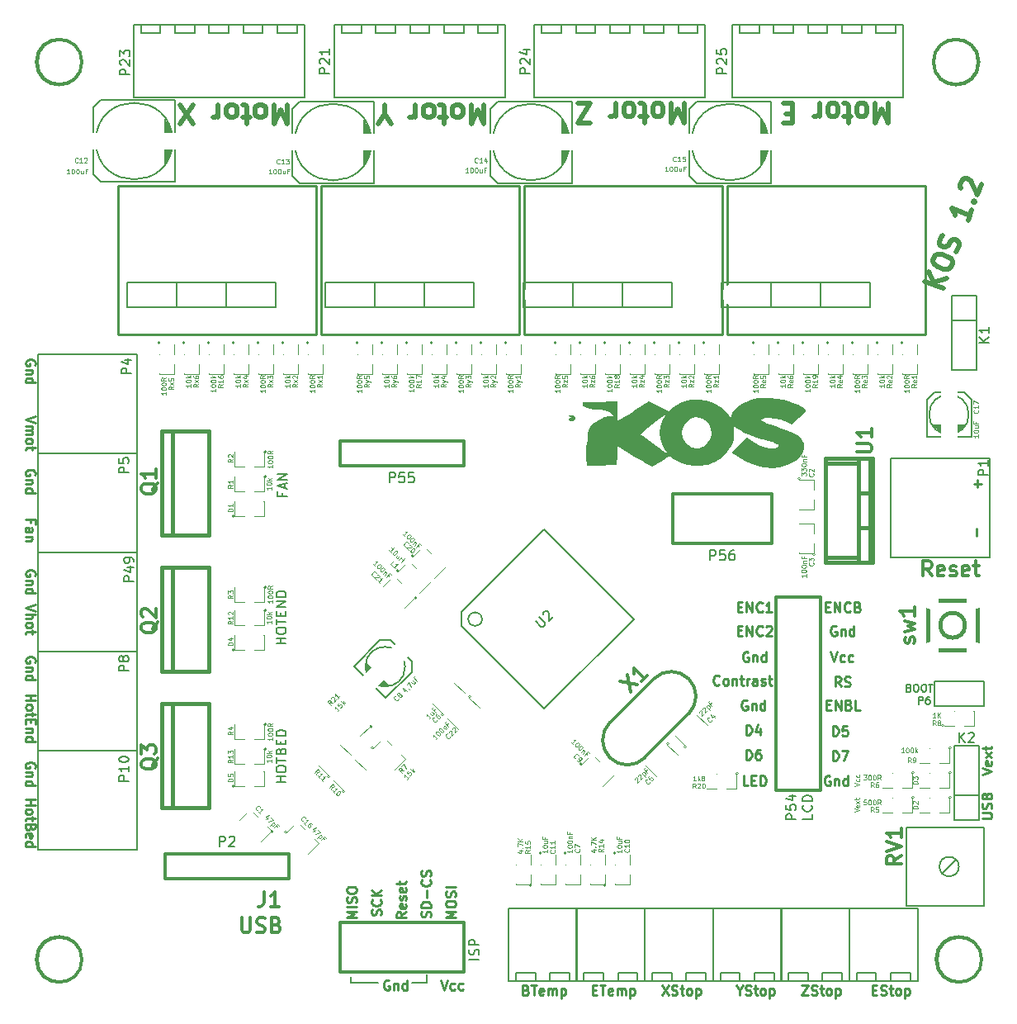
<source format=gto>
G04 (created by PCBNEW (2013-mar-13)-testing) date wto, 15 kwi 2014, 21:51:24*
%MOIN*%
G04 Gerber Fmt 3.4, Leading zero omitted, Abs format*
%FSLAX34Y34*%
G01*
G70*
G90*
G04 APERTURE LIST*
%ADD10C,0.005906*%
%ADD11C,0.009843*%
%ADD12C,0.007874*%
%ADD13C,0.019685*%
%ADD14C,0.003900*%
%ADD15C,0.015000*%
%ADD16C,0.010000*%
%ADD17C,0.006000*%
%ADD18C,0.012000*%
%ADD19C,0.012500*%
%ADD20C,0.005000*%
%ADD21C,0.000100*%
%ADD22C,0.004300*%
%ADD23C,0.008000*%
%ADD24C,0.004700*%
%ADD25R,0.042874X0.062874*%
%ADD26O,0.106274X0.066974*%
%ADD27C,0.067874*%
%ADD28C,0.114174*%
%ADD29R,0.067874X0.067874*%
%ADD30O,0.125984X0.086614*%
%ADD31R,0.062874X0.042874*%
%ADD32C,0.167874*%
%ADD33C,0.063874*%
%ADD34O,0.066874X0.106274*%
%ADD35O,0.067874X0.106274*%
%ADD36O,0.107874X0.087874*%
%ADD37O,0.090551X0.090551*%
%ADD38C,0.090551*%
%ADD39C,0.106274*%
%ADD40R,0.165374X0.070874*%
%ADD41R,0.125984X0.125984*%
%ADD42O,0.086614X0.125984*%
%ADD43R,0.106299X0.125984*%
%ADD44R,0.070874X0.110274*%
G04 APERTURE END LIST*
G54D10*
G54D11*
X16986Y-38630D02*
X17118Y-39024D01*
X17249Y-38630D01*
X17549Y-39005D02*
X17511Y-39024D01*
X17436Y-39024D01*
X17399Y-39005D01*
X17380Y-38986D01*
X17361Y-38949D01*
X17361Y-38836D01*
X17380Y-38799D01*
X17399Y-38780D01*
X17436Y-38761D01*
X17511Y-38761D01*
X17549Y-38780D01*
X17886Y-39005D02*
X17849Y-39024D01*
X17774Y-39024D01*
X17736Y-39005D01*
X17717Y-38986D01*
X17699Y-38949D01*
X17699Y-38836D01*
X17717Y-38799D01*
X17736Y-38780D01*
X17774Y-38761D01*
X17849Y-38761D01*
X17886Y-38780D01*
G54D12*
X15805Y-38746D02*
X16405Y-38746D01*
X16405Y-38396D02*
X16405Y-38696D01*
X13355Y-38746D02*
X14455Y-38746D01*
X13355Y-38496D02*
X13355Y-38746D01*
G54D11*
X14902Y-38649D02*
X14864Y-38630D01*
X14808Y-38630D01*
X14752Y-38649D01*
X14714Y-38686D01*
X14696Y-38724D01*
X14677Y-38799D01*
X14677Y-38855D01*
X14696Y-38930D01*
X14714Y-38967D01*
X14752Y-39005D01*
X14808Y-39024D01*
X14846Y-39024D01*
X14902Y-39005D01*
X14921Y-38986D01*
X14921Y-38855D01*
X14846Y-38855D01*
X15089Y-38761D02*
X15089Y-39024D01*
X15089Y-38799D02*
X15108Y-38780D01*
X15146Y-38761D01*
X15202Y-38761D01*
X15239Y-38780D01*
X15258Y-38817D01*
X15258Y-39024D01*
X15614Y-39024D02*
X15614Y-38630D01*
X15614Y-39005D02*
X15577Y-39024D01*
X15502Y-39024D01*
X15464Y-39005D01*
X15446Y-38986D01*
X15427Y-38949D01*
X15427Y-38836D01*
X15446Y-38799D01*
X15464Y-38780D01*
X15502Y-38761D01*
X15577Y-38761D01*
X15614Y-38780D01*
X17583Y-36114D02*
X17189Y-36114D01*
X17471Y-35983D01*
X17189Y-35852D01*
X17583Y-35852D01*
X17189Y-35589D02*
X17189Y-35514D01*
X17208Y-35477D01*
X17246Y-35439D01*
X17321Y-35421D01*
X17452Y-35421D01*
X17527Y-35439D01*
X17564Y-35477D01*
X17583Y-35514D01*
X17583Y-35589D01*
X17564Y-35627D01*
X17527Y-35664D01*
X17452Y-35683D01*
X17321Y-35683D01*
X17246Y-35664D01*
X17208Y-35627D01*
X17189Y-35589D01*
X17564Y-35271D02*
X17583Y-35214D01*
X17583Y-35121D01*
X17564Y-35083D01*
X17546Y-35064D01*
X17508Y-35046D01*
X17471Y-35046D01*
X17433Y-35064D01*
X17414Y-35083D01*
X17396Y-35121D01*
X17377Y-35196D01*
X17358Y-35233D01*
X17339Y-35252D01*
X17302Y-35271D01*
X17264Y-35271D01*
X17227Y-35252D01*
X17208Y-35233D01*
X17189Y-35196D01*
X17189Y-35102D01*
X17208Y-35046D01*
X17583Y-34877D02*
X17189Y-34877D01*
X16564Y-36083D02*
X16583Y-36027D01*
X16583Y-35933D01*
X16564Y-35895D01*
X16546Y-35877D01*
X16508Y-35858D01*
X16471Y-35858D01*
X16433Y-35877D01*
X16414Y-35895D01*
X16396Y-35933D01*
X16377Y-36008D01*
X16358Y-36045D01*
X16339Y-36064D01*
X16302Y-36083D01*
X16264Y-36083D01*
X16227Y-36064D01*
X16208Y-36045D01*
X16189Y-36008D01*
X16189Y-35914D01*
X16208Y-35858D01*
X16583Y-35689D02*
X16189Y-35689D01*
X16189Y-35596D01*
X16208Y-35539D01*
X16246Y-35502D01*
X16283Y-35483D01*
X16358Y-35464D01*
X16414Y-35464D01*
X16489Y-35483D01*
X16527Y-35502D01*
X16564Y-35539D01*
X16583Y-35596D01*
X16583Y-35689D01*
X16433Y-35296D02*
X16433Y-34996D01*
X16546Y-34583D02*
X16564Y-34602D01*
X16583Y-34658D01*
X16583Y-34696D01*
X16564Y-34752D01*
X16527Y-34789D01*
X16489Y-34808D01*
X16414Y-34827D01*
X16358Y-34827D01*
X16283Y-34808D01*
X16246Y-34789D01*
X16208Y-34752D01*
X16189Y-34696D01*
X16189Y-34658D01*
X16208Y-34602D01*
X16227Y-34583D01*
X16564Y-34433D02*
X16583Y-34377D01*
X16583Y-34283D01*
X16564Y-34246D01*
X16546Y-34227D01*
X16508Y-34208D01*
X16471Y-34208D01*
X16433Y-34227D01*
X16414Y-34246D01*
X16396Y-34283D01*
X16377Y-34358D01*
X16358Y-34396D01*
X16339Y-34414D01*
X16302Y-34433D01*
X16264Y-34433D01*
X16227Y-34414D01*
X16208Y-34396D01*
X16189Y-34358D01*
X16189Y-34264D01*
X16208Y-34208D01*
X15583Y-35883D02*
X15396Y-36014D01*
X15583Y-36108D02*
X15189Y-36108D01*
X15189Y-35958D01*
X15208Y-35920D01*
X15227Y-35902D01*
X15264Y-35883D01*
X15321Y-35883D01*
X15358Y-35902D01*
X15377Y-35920D01*
X15396Y-35958D01*
X15396Y-36108D01*
X15564Y-35564D02*
X15583Y-35602D01*
X15583Y-35677D01*
X15564Y-35714D01*
X15527Y-35733D01*
X15377Y-35733D01*
X15339Y-35714D01*
X15321Y-35677D01*
X15321Y-35602D01*
X15339Y-35564D01*
X15377Y-35546D01*
X15414Y-35546D01*
X15452Y-35733D01*
X15564Y-35396D02*
X15583Y-35358D01*
X15583Y-35283D01*
X15564Y-35246D01*
X15527Y-35227D01*
X15508Y-35227D01*
X15471Y-35246D01*
X15452Y-35283D01*
X15452Y-35339D01*
X15433Y-35377D01*
X15396Y-35396D01*
X15377Y-35396D01*
X15339Y-35377D01*
X15321Y-35339D01*
X15321Y-35283D01*
X15339Y-35246D01*
X15564Y-34908D02*
X15583Y-34946D01*
X15583Y-35021D01*
X15564Y-35058D01*
X15527Y-35077D01*
X15377Y-35077D01*
X15339Y-35058D01*
X15321Y-35021D01*
X15321Y-34946D01*
X15339Y-34908D01*
X15377Y-34889D01*
X15414Y-34889D01*
X15452Y-35077D01*
X15321Y-34777D02*
X15321Y-34627D01*
X15189Y-34721D02*
X15527Y-34721D01*
X15564Y-34702D01*
X15583Y-34664D01*
X15583Y-34627D01*
X14564Y-36002D02*
X14583Y-35946D01*
X14583Y-35852D01*
X14564Y-35814D01*
X14546Y-35796D01*
X14508Y-35777D01*
X14471Y-35777D01*
X14433Y-35796D01*
X14414Y-35814D01*
X14396Y-35852D01*
X14377Y-35927D01*
X14358Y-35964D01*
X14339Y-35983D01*
X14302Y-36002D01*
X14264Y-36002D01*
X14227Y-35983D01*
X14208Y-35964D01*
X14189Y-35927D01*
X14189Y-35833D01*
X14208Y-35777D01*
X14546Y-35383D02*
X14564Y-35402D01*
X14583Y-35458D01*
X14583Y-35496D01*
X14564Y-35552D01*
X14527Y-35589D01*
X14489Y-35608D01*
X14414Y-35627D01*
X14358Y-35627D01*
X14283Y-35608D01*
X14246Y-35589D01*
X14208Y-35552D01*
X14189Y-35496D01*
X14189Y-35458D01*
X14208Y-35402D01*
X14227Y-35383D01*
X14583Y-35214D02*
X14189Y-35214D01*
X14583Y-34989D02*
X14358Y-35158D01*
X14189Y-34989D02*
X14414Y-35214D01*
X13583Y-36114D02*
X13189Y-36114D01*
X13471Y-35983D01*
X13189Y-35852D01*
X13583Y-35852D01*
X13583Y-35664D02*
X13189Y-35664D01*
X13564Y-35496D02*
X13583Y-35439D01*
X13583Y-35346D01*
X13564Y-35308D01*
X13546Y-35289D01*
X13508Y-35271D01*
X13471Y-35271D01*
X13433Y-35289D01*
X13414Y-35308D01*
X13396Y-35346D01*
X13377Y-35421D01*
X13358Y-35458D01*
X13339Y-35477D01*
X13302Y-35496D01*
X13264Y-35496D01*
X13227Y-35477D01*
X13208Y-35458D01*
X13189Y-35421D01*
X13189Y-35327D01*
X13208Y-35271D01*
X13189Y-35027D02*
X13189Y-34952D01*
X13208Y-34914D01*
X13246Y-34877D01*
X13321Y-34858D01*
X13452Y-34858D01*
X13527Y-34877D01*
X13564Y-34914D01*
X13583Y-34952D01*
X13583Y-35027D01*
X13564Y-35064D01*
X13527Y-35102D01*
X13452Y-35121D01*
X13321Y-35121D01*
X13246Y-35102D01*
X13208Y-35064D01*
X13189Y-35027D01*
X32702Y-30399D02*
X32664Y-30380D01*
X32608Y-30380D01*
X32552Y-30399D01*
X32514Y-30436D01*
X32496Y-30474D01*
X32477Y-30549D01*
X32477Y-30605D01*
X32496Y-30680D01*
X32514Y-30717D01*
X32552Y-30755D01*
X32608Y-30774D01*
X32646Y-30774D01*
X32702Y-30755D01*
X32721Y-30736D01*
X32721Y-30605D01*
X32646Y-30605D01*
X32889Y-30511D02*
X32889Y-30774D01*
X32889Y-30549D02*
X32908Y-30530D01*
X32946Y-30511D01*
X33002Y-30511D01*
X33039Y-30530D01*
X33058Y-30567D01*
X33058Y-30774D01*
X33414Y-30774D02*
X33414Y-30380D01*
X33414Y-30755D02*
X33377Y-30774D01*
X33302Y-30774D01*
X33264Y-30755D01*
X33246Y-30736D01*
X33227Y-30699D01*
X33227Y-30586D01*
X33246Y-30549D01*
X33264Y-30530D01*
X33302Y-30511D01*
X33377Y-30511D01*
X33414Y-30530D01*
X29402Y-30774D02*
X29214Y-30774D01*
X29214Y-30380D01*
X29533Y-30567D02*
X29664Y-30567D01*
X29721Y-30774D02*
X29533Y-30774D01*
X29533Y-30380D01*
X29721Y-30380D01*
X29889Y-30774D02*
X29889Y-30380D01*
X29983Y-30380D01*
X30039Y-30399D01*
X30077Y-30436D01*
X30096Y-30474D01*
X30114Y-30549D01*
X30114Y-30605D01*
X30096Y-30680D01*
X30077Y-30717D01*
X30039Y-30755D01*
X29983Y-30774D01*
X29889Y-30774D01*
X32814Y-29774D02*
X32814Y-29380D01*
X32908Y-29380D01*
X32964Y-29399D01*
X33002Y-29436D01*
X33021Y-29474D01*
X33039Y-29549D01*
X33039Y-29605D01*
X33021Y-29680D01*
X33002Y-29717D01*
X32964Y-29755D01*
X32908Y-29774D01*
X32814Y-29774D01*
X33171Y-29380D02*
X33433Y-29380D01*
X33264Y-29774D01*
X29314Y-29724D02*
X29314Y-29330D01*
X29408Y-29330D01*
X29464Y-29349D01*
X29502Y-29386D01*
X29521Y-29424D01*
X29539Y-29499D01*
X29539Y-29555D01*
X29521Y-29630D01*
X29502Y-29667D01*
X29464Y-29705D01*
X29408Y-29724D01*
X29314Y-29724D01*
X29877Y-29330D02*
X29802Y-29330D01*
X29764Y-29349D01*
X29746Y-29367D01*
X29708Y-29424D01*
X29689Y-29499D01*
X29689Y-29649D01*
X29708Y-29686D01*
X29727Y-29705D01*
X29764Y-29724D01*
X29839Y-29724D01*
X29877Y-29705D01*
X29896Y-29686D01*
X29914Y-29649D01*
X29914Y-29555D01*
X29896Y-29517D01*
X29877Y-29499D01*
X29839Y-29480D01*
X29764Y-29480D01*
X29727Y-29499D01*
X29708Y-29517D01*
X29689Y-29555D01*
X32814Y-28774D02*
X32814Y-28380D01*
X32908Y-28380D01*
X32964Y-28399D01*
X33002Y-28436D01*
X33021Y-28474D01*
X33039Y-28549D01*
X33039Y-28605D01*
X33021Y-28680D01*
X33002Y-28717D01*
X32964Y-28755D01*
X32908Y-28774D01*
X32814Y-28774D01*
X33396Y-28380D02*
X33208Y-28380D01*
X33189Y-28567D01*
X33208Y-28549D01*
X33246Y-28530D01*
X33339Y-28530D01*
X33377Y-28549D01*
X33396Y-28567D01*
X33414Y-28605D01*
X33414Y-28699D01*
X33396Y-28736D01*
X33377Y-28755D01*
X33339Y-28774D01*
X33246Y-28774D01*
X33208Y-28755D01*
X33189Y-28736D01*
X29314Y-28724D02*
X29314Y-28330D01*
X29408Y-28330D01*
X29464Y-28349D01*
X29502Y-28386D01*
X29521Y-28424D01*
X29539Y-28499D01*
X29539Y-28555D01*
X29521Y-28630D01*
X29502Y-28667D01*
X29464Y-28705D01*
X29408Y-28724D01*
X29314Y-28724D01*
X29877Y-28461D02*
X29877Y-28724D01*
X29783Y-28311D02*
X29689Y-28592D01*
X29933Y-28592D01*
X32558Y-27517D02*
X32689Y-27517D01*
X32746Y-27724D02*
X32558Y-27724D01*
X32558Y-27330D01*
X32746Y-27330D01*
X32914Y-27724D02*
X32914Y-27330D01*
X33139Y-27724D01*
X33139Y-27330D01*
X33458Y-27517D02*
X33514Y-27536D01*
X33533Y-27555D01*
X33552Y-27592D01*
X33552Y-27649D01*
X33533Y-27686D01*
X33514Y-27705D01*
X33477Y-27724D01*
X33327Y-27724D01*
X33327Y-27330D01*
X33458Y-27330D01*
X33496Y-27349D01*
X33514Y-27367D01*
X33533Y-27405D01*
X33533Y-27442D01*
X33514Y-27480D01*
X33496Y-27499D01*
X33458Y-27517D01*
X33327Y-27517D01*
X33908Y-27724D02*
X33721Y-27724D01*
X33721Y-27330D01*
X29352Y-27349D02*
X29314Y-27330D01*
X29258Y-27330D01*
X29202Y-27349D01*
X29164Y-27386D01*
X29146Y-27424D01*
X29127Y-27499D01*
X29127Y-27555D01*
X29146Y-27630D01*
X29164Y-27667D01*
X29202Y-27705D01*
X29258Y-27724D01*
X29296Y-27724D01*
X29352Y-27705D01*
X29371Y-27686D01*
X29371Y-27555D01*
X29296Y-27555D01*
X29539Y-27461D02*
X29539Y-27724D01*
X29539Y-27499D02*
X29558Y-27480D01*
X29596Y-27461D01*
X29652Y-27461D01*
X29689Y-27480D01*
X29708Y-27517D01*
X29708Y-27724D01*
X30064Y-27724D02*
X30064Y-27330D01*
X30064Y-27705D02*
X30027Y-27724D01*
X29952Y-27724D01*
X29914Y-27705D01*
X29896Y-27686D01*
X29877Y-27649D01*
X29877Y-27536D01*
X29896Y-27499D01*
X29914Y-27480D01*
X29952Y-27461D01*
X30027Y-27461D01*
X30064Y-27480D01*
X28236Y-26686D02*
X28218Y-26705D01*
X28161Y-26724D01*
X28124Y-26724D01*
X28068Y-26705D01*
X28030Y-26667D01*
X28011Y-26630D01*
X27993Y-26555D01*
X27993Y-26499D01*
X28011Y-26424D01*
X28030Y-26386D01*
X28068Y-26349D01*
X28124Y-26330D01*
X28161Y-26330D01*
X28218Y-26349D01*
X28236Y-26367D01*
X28461Y-26724D02*
X28424Y-26705D01*
X28405Y-26686D01*
X28386Y-26649D01*
X28386Y-26536D01*
X28405Y-26499D01*
X28424Y-26480D01*
X28461Y-26461D01*
X28518Y-26461D01*
X28555Y-26480D01*
X28574Y-26499D01*
X28593Y-26536D01*
X28593Y-26649D01*
X28574Y-26686D01*
X28555Y-26705D01*
X28518Y-26724D01*
X28461Y-26724D01*
X28761Y-26461D02*
X28761Y-26724D01*
X28761Y-26499D02*
X28780Y-26480D01*
X28818Y-26461D01*
X28874Y-26461D01*
X28911Y-26480D01*
X28930Y-26517D01*
X28930Y-26724D01*
X29061Y-26461D02*
X29211Y-26461D01*
X29118Y-26330D02*
X29118Y-26667D01*
X29136Y-26705D01*
X29174Y-26724D01*
X29211Y-26724D01*
X29342Y-26724D02*
X29342Y-26461D01*
X29342Y-26536D02*
X29361Y-26499D01*
X29380Y-26480D01*
X29417Y-26461D01*
X29455Y-26461D01*
X29755Y-26724D02*
X29755Y-26517D01*
X29736Y-26480D01*
X29699Y-26461D01*
X29624Y-26461D01*
X29586Y-26480D01*
X29755Y-26705D02*
X29717Y-26724D01*
X29624Y-26724D01*
X29586Y-26705D01*
X29567Y-26667D01*
X29567Y-26630D01*
X29586Y-26592D01*
X29624Y-26574D01*
X29717Y-26574D01*
X29755Y-26555D01*
X29924Y-26705D02*
X29961Y-26724D01*
X30036Y-26724D01*
X30074Y-26705D01*
X30092Y-26667D01*
X30092Y-26649D01*
X30074Y-26611D01*
X30036Y-26592D01*
X29980Y-26592D01*
X29942Y-26574D01*
X29924Y-26536D01*
X29924Y-26517D01*
X29942Y-26480D01*
X29980Y-26461D01*
X30036Y-26461D01*
X30074Y-26480D01*
X30205Y-26461D02*
X30355Y-26461D01*
X30261Y-26330D02*
X30261Y-26667D01*
X30280Y-26705D01*
X30317Y-26724D01*
X30355Y-26724D01*
X33139Y-26774D02*
X33008Y-26586D01*
X32914Y-26774D02*
X32914Y-26380D01*
X33064Y-26380D01*
X33102Y-26399D01*
X33121Y-26417D01*
X33139Y-26455D01*
X33139Y-26511D01*
X33121Y-26549D01*
X33102Y-26567D01*
X33064Y-26586D01*
X32914Y-26586D01*
X33289Y-26755D02*
X33346Y-26774D01*
X33439Y-26774D01*
X33477Y-26755D01*
X33496Y-26736D01*
X33514Y-26699D01*
X33514Y-26661D01*
X33496Y-26624D01*
X33477Y-26605D01*
X33439Y-26586D01*
X33364Y-26567D01*
X33327Y-26549D01*
X33308Y-26530D01*
X33289Y-26492D01*
X33289Y-26455D01*
X33308Y-26417D01*
X33327Y-26399D01*
X33364Y-26380D01*
X33458Y-26380D01*
X33514Y-26399D01*
X32736Y-25380D02*
X32868Y-25774D01*
X32999Y-25380D01*
X33299Y-25755D02*
X33261Y-25774D01*
X33186Y-25774D01*
X33149Y-25755D01*
X33130Y-25736D01*
X33111Y-25699D01*
X33111Y-25586D01*
X33130Y-25549D01*
X33149Y-25530D01*
X33186Y-25511D01*
X33261Y-25511D01*
X33299Y-25530D01*
X33636Y-25755D02*
X33599Y-25774D01*
X33524Y-25774D01*
X33486Y-25755D01*
X33467Y-25736D01*
X33449Y-25699D01*
X33449Y-25586D01*
X33467Y-25549D01*
X33486Y-25530D01*
X33524Y-25511D01*
X33599Y-25511D01*
X33636Y-25530D01*
X29402Y-25399D02*
X29364Y-25380D01*
X29308Y-25380D01*
X29252Y-25399D01*
X29214Y-25436D01*
X29196Y-25474D01*
X29177Y-25549D01*
X29177Y-25605D01*
X29196Y-25680D01*
X29214Y-25717D01*
X29252Y-25755D01*
X29308Y-25774D01*
X29346Y-25774D01*
X29402Y-25755D01*
X29421Y-25736D01*
X29421Y-25605D01*
X29346Y-25605D01*
X29589Y-25511D02*
X29589Y-25774D01*
X29589Y-25549D02*
X29608Y-25530D01*
X29646Y-25511D01*
X29702Y-25511D01*
X29739Y-25530D01*
X29758Y-25567D01*
X29758Y-25774D01*
X30114Y-25774D02*
X30114Y-25380D01*
X30114Y-25755D02*
X30077Y-25774D01*
X30002Y-25774D01*
X29964Y-25755D01*
X29946Y-25736D01*
X29927Y-25699D01*
X29927Y-25586D01*
X29946Y-25549D01*
X29964Y-25530D01*
X30002Y-25511D01*
X30077Y-25511D01*
X30114Y-25530D01*
X32952Y-24349D02*
X32914Y-24330D01*
X32858Y-24330D01*
X32802Y-24349D01*
X32764Y-24386D01*
X32746Y-24424D01*
X32727Y-24499D01*
X32727Y-24555D01*
X32746Y-24630D01*
X32764Y-24667D01*
X32802Y-24705D01*
X32858Y-24724D01*
X32896Y-24724D01*
X32952Y-24705D01*
X32971Y-24686D01*
X32971Y-24555D01*
X32896Y-24555D01*
X33139Y-24461D02*
X33139Y-24724D01*
X33139Y-24499D02*
X33158Y-24480D01*
X33196Y-24461D01*
X33252Y-24461D01*
X33289Y-24480D01*
X33308Y-24517D01*
X33308Y-24724D01*
X33664Y-24724D02*
X33664Y-24330D01*
X33664Y-24705D02*
X33627Y-24724D01*
X33552Y-24724D01*
X33514Y-24705D01*
X33496Y-24686D01*
X33477Y-24649D01*
X33477Y-24536D01*
X33496Y-24499D01*
X33514Y-24480D01*
X33552Y-24461D01*
X33627Y-24461D01*
X33664Y-24480D01*
X28980Y-24517D02*
X29111Y-24517D01*
X29168Y-24724D02*
X28980Y-24724D01*
X28980Y-24330D01*
X29168Y-24330D01*
X29336Y-24724D02*
X29336Y-24330D01*
X29561Y-24724D01*
X29561Y-24330D01*
X29974Y-24686D02*
X29955Y-24705D01*
X29899Y-24724D01*
X29861Y-24724D01*
X29805Y-24705D01*
X29767Y-24667D01*
X29749Y-24630D01*
X29730Y-24555D01*
X29730Y-24499D01*
X29749Y-24424D01*
X29767Y-24386D01*
X29805Y-24349D01*
X29861Y-24330D01*
X29899Y-24330D01*
X29955Y-24349D01*
X29974Y-24367D01*
X30124Y-24367D02*
X30142Y-24349D01*
X30180Y-24330D01*
X30274Y-24330D01*
X30311Y-24349D01*
X30330Y-24367D01*
X30349Y-24405D01*
X30349Y-24442D01*
X30330Y-24499D01*
X30105Y-24724D01*
X30349Y-24724D01*
X32521Y-23567D02*
X32652Y-23567D01*
X32708Y-23774D02*
X32521Y-23774D01*
X32521Y-23380D01*
X32708Y-23380D01*
X32877Y-23774D02*
X32877Y-23380D01*
X33102Y-23774D01*
X33102Y-23380D01*
X33514Y-23736D02*
X33496Y-23755D01*
X33439Y-23774D01*
X33402Y-23774D01*
X33346Y-23755D01*
X33308Y-23717D01*
X33289Y-23680D01*
X33271Y-23605D01*
X33271Y-23549D01*
X33289Y-23474D01*
X33308Y-23436D01*
X33346Y-23399D01*
X33402Y-23380D01*
X33439Y-23380D01*
X33496Y-23399D01*
X33514Y-23417D01*
X33814Y-23567D02*
X33871Y-23586D01*
X33889Y-23605D01*
X33908Y-23642D01*
X33908Y-23699D01*
X33889Y-23736D01*
X33871Y-23755D01*
X33833Y-23774D01*
X33683Y-23774D01*
X33683Y-23380D01*
X33814Y-23380D01*
X33852Y-23399D01*
X33871Y-23417D01*
X33889Y-23455D01*
X33889Y-23492D01*
X33871Y-23530D01*
X33852Y-23549D01*
X33814Y-23567D01*
X33683Y-23567D01*
X28980Y-23567D02*
X29111Y-23567D01*
X29168Y-23774D02*
X28980Y-23774D01*
X28980Y-23380D01*
X29168Y-23380D01*
X29336Y-23774D02*
X29336Y-23380D01*
X29561Y-23774D01*
X29561Y-23380D01*
X29974Y-23736D02*
X29955Y-23755D01*
X29899Y-23774D01*
X29861Y-23774D01*
X29805Y-23755D01*
X29767Y-23717D01*
X29749Y-23680D01*
X29730Y-23605D01*
X29730Y-23549D01*
X29749Y-23474D01*
X29767Y-23436D01*
X29805Y-23399D01*
X29861Y-23380D01*
X29899Y-23380D01*
X29955Y-23399D01*
X29974Y-23417D01*
X30349Y-23774D02*
X30124Y-23774D01*
X30236Y-23774D02*
X30236Y-23380D01*
X30199Y-23436D01*
X30161Y-23474D01*
X30124Y-23492D01*
G54D13*
X35055Y-3239D02*
X35055Y-4027D01*
X34792Y-3464D01*
X34530Y-4027D01*
X34530Y-3239D01*
X34042Y-3239D02*
X34117Y-3277D01*
X34155Y-3314D01*
X34192Y-3389D01*
X34192Y-3614D01*
X34155Y-3689D01*
X34117Y-3727D01*
X34042Y-3764D01*
X33930Y-3764D01*
X33855Y-3727D01*
X33817Y-3689D01*
X33780Y-3614D01*
X33780Y-3389D01*
X33817Y-3314D01*
X33855Y-3277D01*
X33930Y-3239D01*
X34042Y-3239D01*
X33555Y-3764D02*
X33255Y-3764D01*
X33442Y-4027D02*
X33442Y-3352D01*
X33405Y-3277D01*
X33330Y-3239D01*
X33255Y-3239D01*
X32880Y-3239D02*
X32955Y-3277D01*
X32993Y-3314D01*
X33030Y-3389D01*
X33030Y-3614D01*
X32993Y-3689D01*
X32955Y-3727D01*
X32880Y-3764D01*
X32768Y-3764D01*
X32693Y-3727D01*
X32655Y-3689D01*
X32618Y-3614D01*
X32618Y-3389D01*
X32655Y-3314D01*
X32693Y-3277D01*
X32768Y-3239D01*
X32880Y-3239D01*
X32280Y-3239D02*
X32280Y-3764D01*
X32280Y-3614D02*
X32243Y-3689D01*
X32205Y-3727D01*
X32130Y-3764D01*
X32055Y-3764D01*
X31193Y-3652D02*
X30930Y-3652D01*
X30818Y-3239D02*
X31193Y-3239D01*
X31193Y-4027D01*
X30818Y-4027D01*
X26823Y-3239D02*
X26823Y-4027D01*
X26561Y-3464D01*
X26299Y-4027D01*
X26299Y-3239D01*
X25811Y-3239D02*
X25886Y-3277D01*
X25924Y-3314D01*
X25961Y-3389D01*
X25961Y-3614D01*
X25924Y-3689D01*
X25886Y-3727D01*
X25811Y-3764D01*
X25699Y-3764D01*
X25624Y-3727D01*
X25586Y-3689D01*
X25549Y-3614D01*
X25549Y-3389D01*
X25586Y-3314D01*
X25624Y-3277D01*
X25699Y-3239D01*
X25811Y-3239D01*
X25324Y-3764D02*
X25024Y-3764D01*
X25211Y-4027D02*
X25211Y-3352D01*
X25174Y-3277D01*
X25099Y-3239D01*
X25024Y-3239D01*
X24649Y-3239D02*
X24724Y-3277D01*
X24761Y-3314D01*
X24799Y-3389D01*
X24799Y-3614D01*
X24761Y-3689D01*
X24724Y-3727D01*
X24649Y-3764D01*
X24536Y-3764D01*
X24461Y-3727D01*
X24424Y-3689D01*
X24386Y-3614D01*
X24386Y-3389D01*
X24424Y-3314D01*
X24461Y-3277D01*
X24536Y-3239D01*
X24649Y-3239D01*
X24049Y-3239D02*
X24049Y-3764D01*
X24049Y-3614D02*
X24011Y-3689D01*
X23974Y-3727D01*
X23899Y-3764D01*
X23824Y-3764D01*
X23036Y-4027D02*
X22512Y-4027D01*
X23036Y-3239D01*
X22512Y-3239D01*
X18736Y-3289D02*
X18736Y-4077D01*
X18474Y-3514D01*
X18211Y-4077D01*
X18211Y-3289D01*
X17724Y-3289D02*
X17799Y-3327D01*
X17836Y-3364D01*
X17874Y-3439D01*
X17874Y-3664D01*
X17836Y-3739D01*
X17799Y-3777D01*
X17724Y-3814D01*
X17611Y-3814D01*
X17536Y-3777D01*
X17499Y-3739D01*
X17461Y-3664D01*
X17461Y-3439D01*
X17499Y-3364D01*
X17536Y-3327D01*
X17611Y-3289D01*
X17724Y-3289D01*
X17236Y-3814D02*
X16936Y-3814D01*
X17124Y-4077D02*
X17124Y-3402D01*
X17086Y-3327D01*
X17011Y-3289D01*
X16936Y-3289D01*
X16561Y-3289D02*
X16636Y-3327D01*
X16674Y-3364D01*
X16711Y-3439D01*
X16711Y-3664D01*
X16674Y-3739D01*
X16636Y-3777D01*
X16561Y-3814D01*
X16449Y-3814D01*
X16374Y-3777D01*
X16336Y-3739D01*
X16299Y-3664D01*
X16299Y-3439D01*
X16336Y-3364D01*
X16374Y-3327D01*
X16449Y-3289D01*
X16561Y-3289D01*
X15961Y-3289D02*
X15961Y-3814D01*
X15961Y-3664D02*
X15924Y-3739D01*
X15886Y-3777D01*
X15811Y-3814D01*
X15736Y-3814D01*
X14724Y-3664D02*
X14724Y-3289D01*
X14986Y-4077D02*
X14724Y-3664D01*
X14462Y-4077D01*
X10773Y-3289D02*
X10773Y-4077D01*
X10511Y-3514D01*
X10249Y-4077D01*
X10249Y-3289D01*
X9761Y-3289D02*
X9836Y-3327D01*
X9874Y-3364D01*
X9911Y-3439D01*
X9911Y-3664D01*
X9874Y-3739D01*
X9836Y-3777D01*
X9761Y-3814D01*
X9649Y-3814D01*
X9574Y-3777D01*
X9536Y-3739D01*
X9499Y-3664D01*
X9499Y-3439D01*
X9536Y-3364D01*
X9574Y-3327D01*
X9649Y-3289D01*
X9761Y-3289D01*
X9274Y-3814D02*
X8974Y-3814D01*
X9161Y-4077D02*
X9161Y-3402D01*
X9124Y-3327D01*
X9049Y-3289D01*
X8974Y-3289D01*
X8599Y-3289D02*
X8674Y-3327D01*
X8711Y-3364D01*
X8749Y-3439D01*
X8749Y-3664D01*
X8711Y-3739D01*
X8674Y-3777D01*
X8599Y-3814D01*
X8486Y-3814D01*
X8411Y-3777D01*
X8374Y-3739D01*
X8336Y-3664D01*
X8336Y-3439D01*
X8374Y-3364D01*
X8411Y-3327D01*
X8486Y-3289D01*
X8599Y-3289D01*
X7999Y-3289D02*
X7999Y-3814D01*
X7999Y-3664D02*
X7961Y-3739D01*
X7924Y-3777D01*
X7849Y-3814D01*
X7774Y-3814D01*
X6986Y-4077D02*
X6462Y-3289D01*
X6462Y-4077D02*
X6986Y-3289D01*
X37277Y-10714D02*
X36537Y-10445D01*
X37431Y-10291D02*
X36892Y-10454D01*
X36691Y-10022D02*
X36960Y-10598D01*
X36857Y-9564D02*
X36909Y-9423D01*
X36970Y-9365D01*
X37066Y-9320D01*
X37219Y-9336D01*
X37466Y-9426D01*
X37594Y-9513D01*
X37639Y-9609D01*
X37649Y-9692D01*
X37597Y-9833D01*
X37536Y-9891D01*
X37440Y-9935D01*
X37287Y-9919D01*
X37040Y-9830D01*
X36912Y-9743D01*
X36867Y-9647D01*
X36857Y-9564D01*
X37780Y-9221D02*
X37854Y-9128D01*
X37918Y-8952D01*
X37908Y-8869D01*
X37886Y-8821D01*
X37828Y-8760D01*
X37758Y-8734D01*
X37675Y-8744D01*
X37626Y-8766D01*
X37566Y-8824D01*
X37479Y-8952D01*
X37418Y-9010D01*
X37370Y-9032D01*
X37287Y-9042D01*
X37216Y-9016D01*
X37159Y-8955D01*
X37136Y-8907D01*
X37127Y-8824D01*
X37191Y-8648D01*
X37265Y-8555D01*
X38431Y-7543D02*
X38277Y-7966D01*
X38354Y-7754D02*
X37614Y-7485D01*
X37694Y-7594D01*
X37739Y-7690D01*
X37748Y-7773D01*
X38476Y-7200D02*
X38524Y-7178D01*
X38546Y-7226D01*
X38498Y-7248D01*
X38476Y-7200D01*
X38546Y-7226D01*
X37992Y-6665D02*
X37970Y-6617D01*
X37960Y-6534D01*
X38024Y-6357D01*
X38085Y-6300D01*
X38133Y-6277D01*
X38217Y-6268D01*
X38287Y-6293D01*
X38380Y-6367D01*
X38649Y-6944D01*
X38816Y-6486D01*
G54D11*
X34414Y-39030D02*
X34546Y-39030D01*
X34602Y-39237D02*
X34414Y-39237D01*
X34414Y-38843D01*
X34602Y-38843D01*
X34752Y-39218D02*
X34808Y-39237D01*
X34902Y-39237D01*
X34939Y-39218D01*
X34958Y-39199D01*
X34977Y-39162D01*
X34977Y-39124D01*
X34958Y-39087D01*
X34939Y-39068D01*
X34902Y-39049D01*
X34827Y-39030D01*
X34789Y-39012D01*
X34771Y-38993D01*
X34752Y-38955D01*
X34752Y-38918D01*
X34771Y-38880D01*
X34789Y-38862D01*
X34827Y-38843D01*
X34921Y-38843D01*
X34977Y-38862D01*
X35089Y-38974D02*
X35239Y-38974D01*
X35146Y-38843D02*
X35146Y-39180D01*
X35164Y-39218D01*
X35202Y-39237D01*
X35239Y-39237D01*
X35427Y-39237D02*
X35389Y-39218D01*
X35371Y-39199D01*
X35352Y-39162D01*
X35352Y-39049D01*
X35371Y-39012D01*
X35389Y-38993D01*
X35427Y-38974D01*
X35483Y-38974D01*
X35521Y-38993D01*
X35539Y-39012D01*
X35558Y-39049D01*
X35558Y-39162D01*
X35539Y-39199D01*
X35521Y-39218D01*
X35483Y-39237D01*
X35427Y-39237D01*
X35727Y-38974D02*
X35727Y-39368D01*
X35727Y-38993D02*
X35764Y-38974D01*
X35839Y-38974D01*
X35877Y-38993D01*
X35896Y-39012D01*
X35914Y-39049D01*
X35914Y-39162D01*
X35896Y-39199D01*
X35877Y-39218D01*
X35839Y-39237D01*
X35764Y-39237D01*
X35727Y-39218D01*
X31568Y-38843D02*
X31830Y-38843D01*
X31568Y-39237D01*
X31830Y-39237D01*
X31961Y-39218D02*
X32018Y-39237D01*
X32111Y-39237D01*
X32149Y-39218D01*
X32168Y-39199D01*
X32186Y-39162D01*
X32186Y-39124D01*
X32168Y-39087D01*
X32149Y-39068D01*
X32111Y-39049D01*
X32036Y-39030D01*
X31999Y-39012D01*
X31980Y-38993D01*
X31961Y-38955D01*
X31961Y-38918D01*
X31980Y-38880D01*
X31999Y-38862D01*
X32036Y-38843D01*
X32130Y-38843D01*
X32186Y-38862D01*
X32299Y-38974D02*
X32449Y-38974D01*
X32355Y-38843D02*
X32355Y-39180D01*
X32374Y-39218D01*
X32411Y-39237D01*
X32449Y-39237D01*
X32636Y-39237D02*
X32599Y-39218D01*
X32580Y-39199D01*
X32561Y-39162D01*
X32561Y-39049D01*
X32580Y-39012D01*
X32599Y-38993D01*
X32636Y-38974D01*
X32692Y-38974D01*
X32730Y-38993D01*
X32749Y-39012D01*
X32767Y-39049D01*
X32767Y-39162D01*
X32749Y-39199D01*
X32730Y-39218D01*
X32692Y-39237D01*
X32636Y-39237D01*
X32936Y-38974D02*
X32936Y-39368D01*
X32936Y-38993D02*
X32974Y-38974D01*
X33049Y-38974D01*
X33086Y-38993D01*
X33105Y-39012D01*
X33124Y-39049D01*
X33124Y-39162D01*
X33105Y-39199D01*
X33086Y-39218D01*
X33049Y-39237D01*
X32974Y-39237D01*
X32936Y-39218D01*
X29049Y-39049D02*
X29049Y-39237D01*
X28918Y-38843D02*
X29049Y-39049D01*
X29180Y-38843D01*
X29293Y-39218D02*
X29349Y-39237D01*
X29443Y-39237D01*
X29480Y-39218D01*
X29499Y-39199D01*
X29518Y-39162D01*
X29518Y-39124D01*
X29499Y-39087D01*
X29480Y-39068D01*
X29443Y-39049D01*
X29368Y-39030D01*
X29330Y-39012D01*
X29311Y-38993D01*
X29293Y-38955D01*
X29293Y-38918D01*
X29311Y-38880D01*
X29330Y-38862D01*
X29368Y-38843D01*
X29461Y-38843D01*
X29518Y-38862D01*
X29630Y-38974D02*
X29780Y-38974D01*
X29686Y-38843D02*
X29686Y-39180D01*
X29705Y-39218D01*
X29743Y-39237D01*
X29780Y-39237D01*
X29967Y-39237D02*
X29930Y-39218D01*
X29911Y-39199D01*
X29892Y-39162D01*
X29892Y-39049D01*
X29911Y-39012D01*
X29930Y-38993D01*
X29967Y-38974D01*
X30024Y-38974D01*
X30061Y-38993D01*
X30080Y-39012D01*
X30099Y-39049D01*
X30099Y-39162D01*
X30080Y-39199D01*
X30061Y-39218D01*
X30024Y-39237D01*
X29967Y-39237D01*
X30267Y-38974D02*
X30267Y-39368D01*
X30267Y-38993D02*
X30305Y-38974D01*
X30380Y-38974D01*
X30417Y-38993D01*
X30436Y-39012D01*
X30455Y-39049D01*
X30455Y-39162D01*
X30436Y-39199D01*
X30417Y-39218D01*
X30380Y-39237D01*
X30305Y-39237D01*
X30267Y-39218D01*
X25918Y-38843D02*
X26180Y-39237D01*
X26180Y-38843D02*
X25918Y-39237D01*
X26311Y-39218D02*
X26368Y-39237D01*
X26461Y-39237D01*
X26499Y-39218D01*
X26518Y-39199D01*
X26536Y-39162D01*
X26536Y-39124D01*
X26518Y-39087D01*
X26499Y-39068D01*
X26461Y-39049D01*
X26386Y-39030D01*
X26349Y-39012D01*
X26330Y-38993D01*
X26311Y-38955D01*
X26311Y-38918D01*
X26330Y-38880D01*
X26349Y-38862D01*
X26386Y-38843D01*
X26480Y-38843D01*
X26536Y-38862D01*
X26649Y-38974D02*
X26799Y-38974D01*
X26705Y-38843D02*
X26705Y-39180D01*
X26724Y-39218D01*
X26761Y-39237D01*
X26799Y-39237D01*
X26986Y-39237D02*
X26949Y-39218D01*
X26930Y-39199D01*
X26911Y-39162D01*
X26911Y-39049D01*
X26930Y-39012D01*
X26949Y-38993D01*
X26986Y-38974D01*
X27042Y-38974D01*
X27080Y-38993D01*
X27099Y-39012D01*
X27117Y-39049D01*
X27117Y-39162D01*
X27099Y-39199D01*
X27080Y-39218D01*
X27042Y-39237D01*
X26986Y-39237D01*
X27286Y-38974D02*
X27286Y-39368D01*
X27286Y-38993D02*
X27324Y-38974D01*
X27399Y-38974D01*
X27436Y-38993D01*
X27455Y-39012D01*
X27474Y-39049D01*
X27474Y-39162D01*
X27455Y-39199D01*
X27436Y-39218D01*
X27399Y-39237D01*
X27324Y-39237D01*
X27286Y-39218D01*
X23111Y-39030D02*
X23243Y-39030D01*
X23299Y-39237D02*
X23111Y-39237D01*
X23111Y-38843D01*
X23299Y-38843D01*
X23411Y-38843D02*
X23636Y-38843D01*
X23524Y-39237D02*
X23524Y-38843D01*
X23918Y-39218D02*
X23880Y-39237D01*
X23805Y-39237D01*
X23768Y-39218D01*
X23749Y-39180D01*
X23749Y-39030D01*
X23768Y-38993D01*
X23805Y-38974D01*
X23880Y-38974D01*
X23918Y-38993D01*
X23936Y-39030D01*
X23936Y-39068D01*
X23749Y-39105D01*
X24105Y-39237D02*
X24105Y-38974D01*
X24105Y-39012D02*
X24124Y-38993D01*
X24161Y-38974D01*
X24217Y-38974D01*
X24255Y-38993D01*
X24274Y-39030D01*
X24274Y-39237D01*
X24274Y-39030D02*
X24292Y-38993D01*
X24330Y-38974D01*
X24386Y-38974D01*
X24424Y-38993D01*
X24442Y-39030D01*
X24442Y-39237D01*
X24630Y-38974D02*
X24630Y-39368D01*
X24630Y-38993D02*
X24667Y-38974D01*
X24742Y-38974D01*
X24780Y-38993D01*
X24799Y-39012D01*
X24817Y-39049D01*
X24817Y-39162D01*
X24799Y-39199D01*
X24780Y-39218D01*
X24742Y-39237D01*
X24667Y-39237D01*
X24630Y-39218D01*
X20424Y-39030D02*
X20480Y-39049D01*
X20499Y-39068D01*
X20518Y-39105D01*
X20518Y-39162D01*
X20499Y-39199D01*
X20480Y-39218D01*
X20443Y-39237D01*
X20293Y-39237D01*
X20293Y-38843D01*
X20424Y-38843D01*
X20461Y-38862D01*
X20480Y-38880D01*
X20499Y-38918D01*
X20499Y-38955D01*
X20480Y-38993D01*
X20461Y-39012D01*
X20424Y-39030D01*
X20293Y-39030D01*
X20630Y-38843D02*
X20855Y-38843D01*
X20743Y-39237D02*
X20743Y-38843D01*
X21136Y-39218D02*
X21099Y-39237D01*
X21024Y-39237D01*
X20986Y-39218D01*
X20968Y-39180D01*
X20968Y-39030D01*
X20986Y-38993D01*
X21024Y-38974D01*
X21099Y-38974D01*
X21136Y-38993D01*
X21155Y-39030D01*
X21155Y-39068D01*
X20968Y-39105D01*
X21324Y-39237D02*
X21324Y-38974D01*
X21324Y-39012D02*
X21342Y-38993D01*
X21380Y-38974D01*
X21436Y-38974D01*
X21474Y-38993D01*
X21492Y-39030D01*
X21492Y-39237D01*
X21492Y-39030D02*
X21511Y-38993D01*
X21549Y-38974D01*
X21605Y-38974D01*
X21642Y-38993D01*
X21661Y-39030D01*
X21661Y-39237D01*
X21849Y-38974D02*
X21849Y-39368D01*
X21849Y-38993D02*
X21886Y-38974D01*
X21961Y-38974D01*
X21999Y-38993D01*
X22017Y-39012D01*
X22036Y-39049D01*
X22036Y-39162D01*
X22017Y-39199D01*
X21999Y-39218D01*
X21961Y-39237D01*
X21886Y-39237D01*
X21849Y-39218D01*
X38839Y-30330D02*
X39233Y-30199D01*
X38839Y-30068D01*
X39214Y-29787D02*
X39233Y-29824D01*
X39233Y-29899D01*
X39214Y-29937D01*
X39177Y-29955D01*
X39027Y-29955D01*
X38989Y-29937D01*
X38971Y-29899D01*
X38971Y-29824D01*
X38989Y-29787D01*
X39027Y-29768D01*
X39064Y-29768D01*
X39102Y-29955D01*
X39233Y-29637D02*
X38971Y-29430D01*
X38971Y-29637D02*
X39233Y-29430D01*
X38971Y-29337D02*
X38971Y-29187D01*
X38839Y-29280D02*
X39177Y-29280D01*
X39214Y-29262D01*
X39233Y-29224D01*
X39233Y-29187D01*
X38839Y-32105D02*
X39158Y-32105D01*
X39196Y-32087D01*
X39214Y-32068D01*
X39233Y-32030D01*
X39233Y-31955D01*
X39214Y-31918D01*
X39196Y-31899D01*
X39158Y-31880D01*
X38839Y-31880D01*
X39214Y-31712D02*
X39233Y-31655D01*
X39233Y-31562D01*
X39214Y-31524D01*
X39196Y-31505D01*
X39158Y-31487D01*
X39121Y-31487D01*
X39083Y-31505D01*
X39064Y-31524D01*
X39046Y-31562D01*
X39027Y-31637D01*
X39008Y-31674D01*
X38989Y-31693D01*
X38952Y-31712D01*
X38914Y-31712D01*
X38877Y-31693D01*
X38858Y-31674D01*
X38839Y-31637D01*
X38839Y-31543D01*
X38858Y-31487D01*
X39027Y-31187D02*
X39046Y-31130D01*
X39064Y-31112D01*
X39102Y-31093D01*
X39158Y-31093D01*
X39196Y-31112D01*
X39214Y-31130D01*
X39233Y-31168D01*
X39233Y-31318D01*
X38839Y-31318D01*
X38839Y-31187D01*
X38858Y-31149D01*
X38877Y-31130D01*
X38914Y-31112D01*
X38952Y-31112D01*
X38989Y-31130D01*
X39008Y-31149D01*
X39027Y-31187D01*
X39027Y-31318D01*
X621Y-23459D02*
X227Y-23590D01*
X621Y-23721D01*
X227Y-23852D02*
X621Y-23852D01*
X227Y-24021D02*
X433Y-24021D01*
X471Y-24002D01*
X489Y-23965D01*
X489Y-23909D01*
X471Y-23871D01*
X452Y-23852D01*
X227Y-24265D02*
X246Y-24227D01*
X264Y-24209D01*
X302Y-24190D01*
X414Y-24190D01*
X452Y-24209D01*
X471Y-24227D01*
X489Y-24265D01*
X489Y-24321D01*
X471Y-24359D01*
X452Y-24377D01*
X414Y-24396D01*
X302Y-24396D01*
X264Y-24377D01*
X246Y-24359D01*
X227Y-24321D01*
X227Y-24265D01*
X489Y-24508D02*
X489Y-24658D01*
X621Y-24565D02*
X283Y-24565D01*
X246Y-24583D01*
X227Y-24621D01*
X227Y-24658D01*
X215Y-31336D02*
X609Y-31336D01*
X421Y-31336D02*
X421Y-31561D01*
X215Y-31561D02*
X609Y-31561D01*
X215Y-31805D02*
X234Y-31767D01*
X253Y-31749D01*
X290Y-31730D01*
X403Y-31730D01*
X440Y-31749D01*
X459Y-31767D01*
X478Y-31805D01*
X478Y-31861D01*
X459Y-31899D01*
X440Y-31917D01*
X403Y-31936D01*
X290Y-31936D01*
X253Y-31917D01*
X234Y-31899D01*
X215Y-31861D01*
X215Y-31805D01*
X478Y-32049D02*
X478Y-32199D01*
X609Y-32105D02*
X271Y-32105D01*
X234Y-32124D01*
X215Y-32161D01*
X215Y-32199D01*
X421Y-32461D02*
X403Y-32517D01*
X384Y-32536D01*
X346Y-32555D01*
X290Y-32555D01*
X253Y-32536D01*
X234Y-32517D01*
X215Y-32480D01*
X215Y-32330D01*
X609Y-32330D01*
X609Y-32461D01*
X590Y-32499D01*
X571Y-32517D01*
X534Y-32536D01*
X496Y-32536D01*
X459Y-32517D01*
X440Y-32499D01*
X421Y-32461D01*
X421Y-32330D01*
X234Y-32874D02*
X215Y-32836D01*
X215Y-32761D01*
X234Y-32724D01*
X271Y-32705D01*
X421Y-32705D01*
X459Y-32724D01*
X478Y-32761D01*
X478Y-32836D01*
X459Y-32874D01*
X421Y-32892D01*
X384Y-32892D01*
X346Y-32705D01*
X215Y-33230D02*
X609Y-33230D01*
X234Y-33230D02*
X215Y-33192D01*
X215Y-33117D01*
X234Y-33080D01*
X253Y-33061D01*
X290Y-33042D01*
X403Y-33042D01*
X440Y-33061D01*
X459Y-33080D01*
X478Y-33117D01*
X478Y-33192D01*
X459Y-33230D01*
X227Y-27121D02*
X621Y-27121D01*
X433Y-27121D02*
X433Y-27346D01*
X227Y-27346D02*
X621Y-27346D01*
X227Y-27590D02*
X246Y-27552D01*
X264Y-27534D01*
X302Y-27515D01*
X414Y-27515D01*
X452Y-27534D01*
X471Y-27552D01*
X489Y-27590D01*
X489Y-27646D01*
X471Y-27684D01*
X452Y-27702D01*
X414Y-27721D01*
X302Y-27721D01*
X264Y-27702D01*
X246Y-27684D01*
X227Y-27646D01*
X227Y-27590D01*
X489Y-27834D02*
X489Y-27984D01*
X621Y-27890D02*
X283Y-27890D01*
X246Y-27909D01*
X227Y-27946D01*
X227Y-27984D01*
X433Y-28115D02*
X433Y-28246D01*
X227Y-28302D02*
X227Y-28115D01*
X621Y-28115D01*
X621Y-28302D01*
X489Y-28471D02*
X227Y-28471D01*
X452Y-28471D02*
X471Y-28490D01*
X489Y-28527D01*
X489Y-28583D01*
X471Y-28621D01*
X433Y-28640D01*
X227Y-28640D01*
X227Y-28996D02*
X621Y-28996D01*
X246Y-28996D02*
X227Y-28958D01*
X227Y-28883D01*
X246Y-28846D01*
X264Y-28827D01*
X302Y-28808D01*
X414Y-28808D01*
X452Y-28827D01*
X471Y-28846D01*
X489Y-28883D01*
X489Y-28958D01*
X471Y-28996D01*
X590Y-18250D02*
X609Y-18213D01*
X609Y-18157D01*
X590Y-18100D01*
X553Y-18063D01*
X515Y-18044D01*
X440Y-18025D01*
X384Y-18025D01*
X309Y-18044D01*
X271Y-18063D01*
X234Y-18100D01*
X215Y-18157D01*
X215Y-18194D01*
X234Y-18250D01*
X253Y-18269D01*
X384Y-18269D01*
X384Y-18194D01*
X478Y-18438D02*
X215Y-18438D01*
X440Y-18438D02*
X459Y-18457D01*
X478Y-18494D01*
X478Y-18550D01*
X459Y-18588D01*
X421Y-18607D01*
X215Y-18607D01*
X215Y-18963D02*
X609Y-18963D01*
X234Y-18963D02*
X215Y-18925D01*
X215Y-18850D01*
X234Y-18813D01*
X253Y-18794D01*
X290Y-18775D01*
X403Y-18775D01*
X440Y-18794D01*
X459Y-18813D01*
X478Y-18850D01*
X478Y-18925D01*
X459Y-18963D01*
X621Y-15874D02*
X227Y-16005D01*
X621Y-16137D01*
X227Y-16268D02*
X489Y-16268D01*
X452Y-16268D02*
X471Y-16287D01*
X489Y-16324D01*
X489Y-16380D01*
X471Y-16418D01*
X433Y-16437D01*
X227Y-16437D01*
X433Y-16437D02*
X471Y-16455D01*
X489Y-16493D01*
X489Y-16549D01*
X471Y-16587D01*
X433Y-16605D01*
X227Y-16605D01*
X227Y-16849D02*
X246Y-16812D01*
X264Y-16793D01*
X302Y-16774D01*
X414Y-16774D01*
X452Y-16793D01*
X471Y-16812D01*
X489Y-16849D01*
X489Y-16905D01*
X471Y-16943D01*
X452Y-16962D01*
X414Y-16980D01*
X302Y-16980D01*
X264Y-16962D01*
X246Y-16943D01*
X227Y-16905D01*
X227Y-16849D01*
X489Y-17093D02*
X489Y-17243D01*
X621Y-17149D02*
X283Y-17149D01*
X246Y-17168D01*
X227Y-17205D01*
X227Y-17243D01*
X590Y-30061D02*
X609Y-30024D01*
X609Y-29968D01*
X590Y-29911D01*
X553Y-29874D01*
X515Y-29855D01*
X440Y-29836D01*
X384Y-29836D01*
X309Y-29855D01*
X271Y-29874D01*
X234Y-29911D01*
X215Y-29968D01*
X215Y-30005D01*
X234Y-30061D01*
X253Y-30080D01*
X384Y-30080D01*
X384Y-30005D01*
X478Y-30249D02*
X215Y-30249D01*
X440Y-30249D02*
X459Y-30268D01*
X478Y-30305D01*
X478Y-30361D01*
X459Y-30399D01*
X421Y-30418D01*
X215Y-30418D01*
X215Y-30774D02*
X609Y-30774D01*
X234Y-30774D02*
X215Y-30736D01*
X215Y-30661D01*
X234Y-30624D01*
X253Y-30605D01*
X290Y-30586D01*
X403Y-30586D01*
X440Y-30605D01*
X459Y-30624D01*
X478Y-30661D01*
X478Y-30736D01*
X459Y-30774D01*
X602Y-25805D02*
X621Y-25768D01*
X621Y-25712D01*
X602Y-25655D01*
X564Y-25618D01*
X527Y-25599D01*
X452Y-25580D01*
X396Y-25580D01*
X321Y-25599D01*
X283Y-25618D01*
X246Y-25655D01*
X227Y-25712D01*
X227Y-25749D01*
X246Y-25805D01*
X264Y-25824D01*
X396Y-25824D01*
X396Y-25749D01*
X489Y-25993D02*
X227Y-25993D01*
X452Y-25993D02*
X471Y-26012D01*
X489Y-26049D01*
X489Y-26105D01*
X471Y-26143D01*
X433Y-26162D01*
X227Y-26162D01*
X227Y-26518D02*
X621Y-26518D01*
X246Y-26518D02*
X227Y-26480D01*
X227Y-26405D01*
X246Y-26368D01*
X264Y-26349D01*
X302Y-26330D01*
X414Y-26330D01*
X452Y-26349D01*
X471Y-26368D01*
X489Y-26405D01*
X489Y-26480D01*
X471Y-26518D01*
X602Y-22305D02*
X621Y-22268D01*
X621Y-22212D01*
X602Y-22155D01*
X564Y-22118D01*
X527Y-22099D01*
X452Y-22080D01*
X396Y-22080D01*
X321Y-22099D01*
X283Y-22118D01*
X246Y-22155D01*
X227Y-22212D01*
X227Y-22249D01*
X246Y-22305D01*
X264Y-22324D01*
X396Y-22324D01*
X396Y-22249D01*
X489Y-22493D02*
X227Y-22493D01*
X452Y-22493D02*
X471Y-22512D01*
X489Y-22549D01*
X489Y-22605D01*
X471Y-22643D01*
X433Y-22662D01*
X227Y-22662D01*
X227Y-23018D02*
X621Y-23018D01*
X246Y-23018D02*
X227Y-22980D01*
X227Y-22905D01*
X246Y-22868D01*
X264Y-22849D01*
X302Y-22830D01*
X414Y-22830D01*
X452Y-22849D01*
X471Y-22868D01*
X489Y-22905D01*
X489Y-22980D01*
X471Y-23018D01*
X421Y-20172D02*
X421Y-20041D01*
X215Y-20041D02*
X609Y-20041D01*
X609Y-20228D01*
X215Y-20547D02*
X421Y-20547D01*
X459Y-20528D01*
X478Y-20491D01*
X478Y-20416D01*
X459Y-20378D01*
X234Y-20547D02*
X215Y-20509D01*
X215Y-20416D01*
X234Y-20378D01*
X271Y-20359D01*
X309Y-20359D01*
X346Y-20378D01*
X365Y-20416D01*
X365Y-20509D01*
X384Y-20547D01*
X478Y-20734D02*
X215Y-20734D01*
X440Y-20734D02*
X459Y-20753D01*
X478Y-20791D01*
X478Y-20847D01*
X459Y-20884D01*
X421Y-20903D01*
X215Y-20903D01*
X602Y-13805D02*
X621Y-13768D01*
X621Y-13712D01*
X602Y-13655D01*
X564Y-13618D01*
X527Y-13599D01*
X452Y-13580D01*
X396Y-13580D01*
X321Y-13599D01*
X283Y-13618D01*
X246Y-13655D01*
X227Y-13712D01*
X227Y-13749D01*
X246Y-13805D01*
X264Y-13824D01*
X396Y-13824D01*
X396Y-13749D01*
X489Y-13993D02*
X227Y-13993D01*
X452Y-13993D02*
X471Y-14012D01*
X489Y-14049D01*
X489Y-14105D01*
X471Y-14143D01*
X433Y-14162D01*
X227Y-14162D01*
X227Y-14518D02*
X621Y-14518D01*
X246Y-14518D02*
X227Y-14480D01*
X227Y-14405D01*
X246Y-14368D01*
X264Y-14349D01*
X302Y-14330D01*
X414Y-14330D01*
X452Y-14349D01*
X471Y-14368D01*
X489Y-14405D01*
X489Y-14480D01*
X471Y-14518D01*
X38621Y-20709D02*
X38621Y-20409D01*
X38505Y-18587D02*
X38805Y-18587D01*
X38655Y-18737D02*
X38655Y-18437D01*
G54D14*
X9955Y-28309D02*
G75*
G03X9955Y-28309I-50J0D01*
G74*
G01*
X9455Y-28309D02*
X9855Y-28309D01*
X9855Y-28309D02*
X9855Y-28909D01*
X9855Y-28909D02*
X9455Y-28909D01*
X9055Y-28909D02*
X8655Y-28909D01*
X8655Y-28909D02*
X8655Y-28309D01*
X8655Y-28309D02*
X9055Y-28309D01*
X9955Y-22759D02*
G75*
G03X9955Y-22759I-50J0D01*
G74*
G01*
X9455Y-22759D02*
X9855Y-22759D01*
X9855Y-22759D02*
X9855Y-23359D01*
X9855Y-23359D02*
X9455Y-23359D01*
X9055Y-23359D02*
X8655Y-23359D01*
X8655Y-23359D02*
X8655Y-22759D01*
X8655Y-22759D02*
X9055Y-22759D01*
X9955Y-17309D02*
G75*
G03X9955Y-17309I-50J0D01*
G74*
G01*
X9455Y-17309D02*
X9855Y-17309D01*
X9855Y-17309D02*
X9855Y-17909D01*
X9855Y-17909D02*
X9455Y-17909D01*
X9055Y-17909D02*
X8655Y-17909D01*
X8655Y-17909D02*
X8655Y-17309D01*
X8655Y-17309D02*
X9055Y-17309D01*
X22683Y-29911D02*
G75*
G03X22683Y-29911I-50J0D01*
G74*
G01*
X22951Y-30229D02*
X22669Y-29946D01*
X22669Y-29946D02*
X23093Y-29522D01*
X23093Y-29522D02*
X23376Y-29805D01*
X23659Y-30088D02*
X23941Y-30371D01*
X23941Y-30371D02*
X23517Y-30795D01*
X23517Y-30795D02*
X23234Y-30512D01*
X16027Y-23206D02*
G75*
G03X16027Y-23206I-50J0D01*
G74*
G01*
X15659Y-22888D02*
X15941Y-23171D01*
X15941Y-23171D02*
X15517Y-23595D01*
X15517Y-23595D02*
X15234Y-23312D01*
X14951Y-23029D02*
X14669Y-22746D01*
X14669Y-22746D02*
X15093Y-22322D01*
X15093Y-22322D02*
X15376Y-22605D01*
X15883Y-21511D02*
G75*
G03X15883Y-21511I-50J0D01*
G74*
G01*
X16151Y-21829D02*
X15869Y-21546D01*
X15869Y-21546D02*
X16293Y-21122D01*
X16293Y-21122D02*
X16576Y-21405D01*
X16859Y-21688D02*
X17141Y-21971D01*
X17141Y-21971D02*
X16717Y-22395D01*
X16717Y-22395D02*
X16434Y-22112D01*
X37305Y-28359D02*
G75*
G03X37305Y-28359I-50J0D01*
G74*
G01*
X37705Y-28359D02*
X37305Y-28359D01*
X37305Y-28359D02*
X37305Y-27759D01*
X37305Y-27759D02*
X37705Y-27759D01*
X38105Y-27759D02*
X38505Y-27759D01*
X38505Y-27759D02*
X38505Y-28359D01*
X38505Y-28359D02*
X38105Y-28359D01*
G54D10*
X18650Y-24059D02*
G75*
G03X18650Y-24059I-278J0D01*
G74*
G01*
X17814Y-24337D02*
X21155Y-27678D01*
X21155Y-27678D02*
X24774Y-24059D01*
X24774Y-24059D02*
X21155Y-20440D01*
X21155Y-20440D02*
X17814Y-23780D01*
X17814Y-23780D02*
X17814Y-24337D01*
G54D14*
X15283Y-22111D02*
G75*
G03X15283Y-22111I-50J0D01*
G74*
G01*
X15551Y-22429D02*
X15269Y-22146D01*
X15269Y-22146D02*
X15693Y-21722D01*
X15693Y-21722D02*
X15976Y-22005D01*
X16259Y-22288D02*
X16541Y-22571D01*
X16541Y-22571D02*
X16117Y-22995D01*
X16117Y-22995D02*
X15834Y-22712D01*
G54D15*
X6155Y-27459D02*
X7605Y-27459D01*
X7605Y-27459D02*
X7605Y-31659D01*
X7605Y-31659D02*
X6155Y-31659D01*
X5705Y-27459D02*
X6155Y-27459D01*
X6155Y-27459D02*
X6155Y-31659D01*
X6155Y-31659D02*
X5705Y-31659D01*
X5705Y-29559D02*
X5705Y-31659D01*
X5705Y-29559D02*
X5705Y-27459D01*
X6155Y-21959D02*
X7605Y-21959D01*
X7605Y-21959D02*
X7605Y-26159D01*
X7605Y-26159D02*
X6155Y-26159D01*
X5705Y-21959D02*
X6155Y-21959D01*
X6155Y-21959D02*
X6155Y-26159D01*
X6155Y-26159D02*
X5705Y-26159D01*
X5705Y-24059D02*
X5705Y-26159D01*
X5705Y-24059D02*
X5705Y-21959D01*
X6155Y-16459D02*
X7605Y-16459D01*
X7605Y-16459D02*
X7605Y-20659D01*
X7605Y-20659D02*
X6155Y-20659D01*
X5705Y-16459D02*
X6155Y-16459D01*
X6155Y-16459D02*
X6155Y-20659D01*
X6155Y-20659D02*
X5705Y-20659D01*
X5705Y-18559D02*
X5705Y-20659D01*
X5705Y-18559D02*
X5705Y-16459D01*
G54D16*
X11961Y-12559D02*
X3961Y-12559D01*
X3961Y-12559D02*
X3961Y-6559D01*
X3961Y-6559D02*
X11961Y-6559D01*
X11961Y-6559D02*
X11961Y-12559D01*
G54D10*
X705Y-15359D02*
X705Y-13359D01*
X705Y-13359D02*
X4705Y-13359D01*
X4705Y-13359D02*
X4705Y-15359D01*
X4705Y-15359D02*
X4705Y-17359D01*
X4705Y-17359D02*
X705Y-17359D01*
X705Y-17359D02*
X705Y-15359D01*
X4705Y-19359D02*
X4705Y-21359D01*
X4705Y-21359D02*
X705Y-21359D01*
X705Y-21359D02*
X705Y-19359D01*
X705Y-19359D02*
X705Y-17359D01*
X705Y-17359D02*
X4705Y-17359D01*
X4705Y-17359D02*
X4705Y-19359D01*
X4705Y-27359D02*
X4705Y-29359D01*
X4705Y-29359D02*
X705Y-29359D01*
X705Y-29359D02*
X705Y-27359D01*
X705Y-27359D02*
X705Y-25359D01*
X705Y-25359D02*
X4705Y-25359D01*
X4705Y-25359D02*
X4705Y-27359D01*
X4705Y-31359D02*
X4705Y-33359D01*
X4705Y-33359D02*
X705Y-33359D01*
X705Y-33359D02*
X705Y-31359D01*
X705Y-31359D02*
X705Y-29359D01*
X705Y-29359D02*
X4705Y-29359D01*
X4705Y-29359D02*
X4705Y-31359D01*
G54D14*
X8655Y-19909D02*
G75*
G03X8655Y-19909I-50J0D01*
G74*
G01*
X9055Y-19909D02*
X8655Y-19909D01*
X8655Y-19909D02*
X8655Y-19309D01*
X8655Y-19309D02*
X9055Y-19309D01*
X9455Y-19309D02*
X9855Y-19309D01*
X9855Y-19309D02*
X9855Y-19909D01*
X9855Y-19909D02*
X9455Y-19909D01*
X9955Y-23709D02*
G75*
G03X9955Y-23709I-50J0D01*
G74*
G01*
X9455Y-23709D02*
X9855Y-23709D01*
X9855Y-23709D02*
X9855Y-24309D01*
X9855Y-24309D02*
X9455Y-24309D01*
X9055Y-24309D02*
X8655Y-24309D01*
X8655Y-24309D02*
X8655Y-23709D01*
X8655Y-23709D02*
X9055Y-23709D01*
X8655Y-25309D02*
G75*
G03X8655Y-25309I-50J0D01*
G74*
G01*
X9055Y-25309D02*
X8655Y-25309D01*
X8655Y-25309D02*
X8655Y-24709D01*
X8655Y-24709D02*
X9055Y-24709D01*
X9455Y-24709D02*
X9855Y-24709D01*
X9855Y-24709D02*
X9855Y-25309D01*
X9855Y-25309D02*
X9455Y-25309D01*
X8655Y-30809D02*
G75*
G03X8655Y-30809I-50J0D01*
G74*
G01*
X9055Y-30809D02*
X8655Y-30809D01*
X8655Y-30809D02*
X8655Y-30209D01*
X8655Y-30209D02*
X9055Y-30209D01*
X9455Y-30209D02*
X9855Y-30209D01*
X9855Y-30209D02*
X9855Y-30809D01*
X9855Y-30809D02*
X9455Y-30809D01*
G54D10*
X39155Y-19559D02*
X39155Y-21559D01*
X39155Y-21559D02*
X35155Y-21559D01*
X35155Y-21559D02*
X35155Y-19559D01*
X35155Y-19559D02*
X35155Y-17559D01*
X35155Y-17559D02*
X39155Y-17559D01*
X39155Y-17559D02*
X39155Y-19559D01*
G54D14*
X26908Y-29230D02*
G75*
G03X26908Y-29230I-50J0D01*
G74*
G01*
X27176Y-28912D02*
X26893Y-29195D01*
X26893Y-29195D02*
X26469Y-28771D01*
X26469Y-28771D02*
X26751Y-28488D01*
X27034Y-28205D02*
X27317Y-27922D01*
X27317Y-27922D02*
X27741Y-28346D01*
X27741Y-28346D02*
X27459Y-28629D01*
X26202Y-29087D02*
G75*
G03X26202Y-29087I-50J0D01*
G74*
G01*
X25834Y-29405D02*
X26117Y-29122D01*
X26117Y-29122D02*
X26541Y-29546D01*
X26541Y-29546D02*
X26259Y-29829D01*
X25976Y-30112D02*
X25693Y-30395D01*
X25693Y-30395D02*
X25269Y-29971D01*
X25269Y-29971D02*
X25551Y-29688D01*
X17108Y-27930D02*
G75*
G03X17108Y-27930I-50J0D01*
G74*
G01*
X17376Y-27612D02*
X17093Y-27895D01*
X17093Y-27895D02*
X16669Y-27471D01*
X16669Y-27471D02*
X16951Y-27188D01*
X17234Y-26905D02*
X17517Y-26622D01*
X17517Y-26622D02*
X17941Y-27046D01*
X17941Y-27046D02*
X17659Y-27329D01*
X22055Y-33509D02*
G75*
G03X22055Y-33509I-50J0D01*
G74*
G01*
X22005Y-33959D02*
X22005Y-33559D01*
X22005Y-33559D02*
X22605Y-33559D01*
X22605Y-33559D02*
X22605Y-33959D01*
X22605Y-34359D02*
X22605Y-34759D01*
X22605Y-34759D02*
X22005Y-34759D01*
X22005Y-34759D02*
X22005Y-34359D01*
X24055Y-33509D02*
G75*
G03X24055Y-33509I-50J0D01*
G74*
G01*
X24005Y-33959D02*
X24005Y-33559D01*
X24005Y-33559D02*
X24605Y-33559D01*
X24605Y-33559D02*
X24605Y-33959D01*
X24605Y-34359D02*
X24605Y-34759D01*
X24605Y-34759D02*
X24005Y-34759D01*
X24005Y-34759D02*
X24005Y-34359D01*
X21055Y-33509D02*
G75*
G03X21055Y-33509I-50J0D01*
G74*
G01*
X21005Y-33959D02*
X21005Y-33559D01*
X21005Y-33559D02*
X21605Y-33559D01*
X21605Y-33559D02*
X21605Y-33959D01*
X21605Y-34359D02*
X21605Y-34759D01*
X21605Y-34759D02*
X21005Y-34759D01*
X21005Y-34759D02*
X21005Y-34359D01*
X37605Y-31259D02*
G75*
G03X37605Y-31259I-50J0D01*
G74*
G01*
X37105Y-31259D02*
X37505Y-31259D01*
X37505Y-31259D02*
X37505Y-31859D01*
X37505Y-31859D02*
X37105Y-31859D01*
X36705Y-31859D02*
X36305Y-31859D01*
X36305Y-31859D02*
X36305Y-31259D01*
X36305Y-31259D02*
X36705Y-31259D01*
X37605Y-30259D02*
G75*
G03X37605Y-30259I-50J0D01*
G74*
G01*
X37105Y-30259D02*
X37505Y-30259D01*
X37505Y-30259D02*
X37505Y-30859D01*
X37505Y-30859D02*
X37105Y-30859D01*
X36705Y-30859D02*
X36305Y-30859D01*
X36305Y-30859D02*
X36305Y-30259D01*
X36305Y-30259D02*
X36705Y-30259D01*
G54D17*
X38705Y-32159D02*
X37705Y-32159D01*
X37705Y-32159D02*
X37705Y-29159D01*
X37705Y-29159D02*
X38705Y-29159D01*
X38705Y-29159D02*
X38705Y-32159D01*
X37705Y-31159D02*
X38705Y-31159D01*
G54D18*
X5855Y-33546D02*
X5855Y-34546D01*
X10855Y-34546D02*
X10855Y-33546D01*
X5855Y-33546D02*
X10855Y-33546D01*
X10855Y-34546D02*
X5855Y-34546D01*
X17905Y-38296D02*
X12905Y-38296D01*
X12905Y-38296D02*
X12905Y-36296D01*
X12905Y-36296D02*
X17905Y-36296D01*
X17905Y-36296D02*
X17905Y-38296D01*
G54D14*
X9955Y-18309D02*
G75*
G03X9955Y-18309I-50J0D01*
G74*
G01*
X9455Y-18309D02*
X9855Y-18309D01*
X9855Y-18309D02*
X9855Y-18909D01*
X9855Y-18909D02*
X9455Y-18909D01*
X9055Y-18909D02*
X8655Y-18909D01*
X8655Y-18909D02*
X8655Y-18309D01*
X8655Y-18309D02*
X9055Y-18309D01*
X36105Y-31259D02*
G75*
G03X36105Y-31259I-50J0D01*
G74*
G01*
X35605Y-31259D02*
X36005Y-31259D01*
X36005Y-31259D02*
X36005Y-31859D01*
X36005Y-31859D02*
X35605Y-31859D01*
X35205Y-31859D02*
X34805Y-31859D01*
X34805Y-31859D02*
X34805Y-31259D01*
X34805Y-31259D02*
X35205Y-31259D01*
X36105Y-30259D02*
G75*
G03X36105Y-30259I-50J0D01*
G74*
G01*
X35605Y-30259D02*
X36005Y-30259D01*
X36005Y-30259D02*
X36005Y-30859D01*
X36005Y-30859D02*
X35605Y-30859D01*
X35205Y-30859D02*
X34805Y-30859D01*
X34805Y-30859D02*
X34805Y-30259D01*
X34805Y-30259D02*
X35205Y-30259D01*
X37605Y-29259D02*
G75*
G03X37605Y-29259I-50J0D01*
G74*
G01*
X37105Y-29259D02*
X37505Y-29259D01*
X37505Y-29259D02*
X37505Y-29859D01*
X37505Y-29859D02*
X37105Y-29859D01*
X36705Y-29859D02*
X36305Y-29859D01*
X36305Y-29859D02*
X36305Y-29259D01*
X36305Y-29259D02*
X36705Y-29259D01*
X13108Y-31030D02*
G75*
G03X13108Y-31030I-50J0D01*
G74*
G01*
X13376Y-30712D02*
X13093Y-30995D01*
X13093Y-30995D02*
X12669Y-30571D01*
X12669Y-30571D02*
X12951Y-30288D01*
X13234Y-30005D02*
X13517Y-29722D01*
X13517Y-29722D02*
X13941Y-30146D01*
X13941Y-30146D02*
X13659Y-30429D01*
X12508Y-30430D02*
G75*
G03X12508Y-30430I-50J0D01*
G74*
G01*
X12776Y-30112D02*
X12493Y-30395D01*
X12493Y-30395D02*
X12069Y-29971D01*
X12069Y-29971D02*
X12351Y-29688D01*
X12634Y-29405D02*
X12917Y-29122D01*
X12917Y-29122D02*
X13341Y-29546D01*
X13341Y-29546D02*
X13059Y-29829D01*
X9955Y-29309D02*
G75*
G03X9955Y-29309I-50J0D01*
G74*
G01*
X9455Y-29309D02*
X9855Y-29309D01*
X9855Y-29309D02*
X9855Y-29909D01*
X9855Y-29909D02*
X9455Y-29909D01*
X9055Y-29909D02*
X8655Y-29909D01*
X8655Y-29909D02*
X8655Y-29309D01*
X8655Y-29309D02*
X9055Y-29309D01*
X23655Y-34809D02*
G75*
G03X23655Y-34809I-50J0D01*
G74*
G01*
X23605Y-34359D02*
X23605Y-34759D01*
X23605Y-34759D02*
X23005Y-34759D01*
X23005Y-34759D02*
X23005Y-34359D01*
X23005Y-33959D02*
X23005Y-33559D01*
X23005Y-33559D02*
X23605Y-33559D01*
X23605Y-33559D02*
X23605Y-33959D01*
X20655Y-34809D02*
G75*
G03X20655Y-34809I-50J0D01*
G74*
G01*
X20605Y-34359D02*
X20605Y-34759D01*
X20605Y-34759D02*
X20005Y-34759D01*
X20005Y-34759D02*
X20005Y-34359D01*
X20005Y-33959D02*
X20005Y-33559D01*
X20005Y-33559D02*
X20605Y-33559D01*
X20605Y-33559D02*
X20605Y-33959D01*
G54D15*
X2474Y-1574D02*
G75*
G03X2474Y-1574I-899J0D01*
G74*
G01*
X38695Y-1574D02*
G75*
G03X38695Y-1574I-900J0D01*
G74*
G01*
X2474Y-37795D02*
G75*
G03X2474Y-37795I-899J0D01*
G74*
G01*
X38805Y-37796D02*
G75*
G03X38805Y-37796I-900J0D01*
G74*
G01*
G54D19*
X25228Y-29650D02*
X26996Y-27882D01*
X23814Y-28235D02*
X25582Y-26468D01*
X26996Y-26468D02*
G75*
G03X25582Y-26468I-707J-707D01*
G74*
G01*
X26996Y-27882D02*
G75*
G03X26996Y-26468I-707J707D01*
G74*
G01*
X23814Y-28235D02*
G75*
G03X23814Y-29650I707J-707D01*
G74*
G01*
X23814Y-29650D02*
G75*
G03X25228Y-29650I707J707D01*
G74*
G01*
G54D15*
X38155Y-24309D02*
G75*
G03X38155Y-24309I-500J0D01*
G74*
G01*
X36655Y-25309D02*
X38655Y-25309D01*
X38655Y-25309D02*
X38655Y-23309D01*
X38655Y-23309D02*
X36655Y-23309D01*
X36655Y-23309D02*
X36655Y-25309D01*
G54D16*
X36552Y-12559D02*
X28552Y-12559D01*
X28552Y-12559D02*
X28552Y-6559D01*
X28552Y-6559D02*
X36552Y-6559D01*
X36552Y-6559D02*
X36552Y-12559D01*
X20158Y-12559D02*
X12158Y-12559D01*
X12158Y-12559D02*
X12158Y-6559D01*
X12158Y-6559D02*
X20158Y-6559D01*
X20158Y-6559D02*
X20158Y-12559D01*
X28355Y-12559D02*
X20355Y-12559D01*
X20355Y-12559D02*
X20355Y-6559D01*
X20355Y-6559D02*
X28355Y-6559D01*
X28355Y-6559D02*
X28355Y-12559D01*
G54D14*
X31505Y-18396D02*
G75*
G03X31505Y-18396I-50J0D01*
G74*
G01*
X31455Y-18846D02*
X31455Y-18446D01*
X31455Y-18446D02*
X32055Y-18446D01*
X32055Y-18446D02*
X32055Y-18846D01*
X32055Y-19246D02*
X32055Y-19646D01*
X32055Y-19646D02*
X31455Y-19646D01*
X31455Y-19646D02*
X31455Y-19246D01*
X32105Y-21446D02*
G75*
G03X32105Y-21446I-50J0D01*
G74*
G01*
X32055Y-20996D02*
X32055Y-21396D01*
X32055Y-21396D02*
X31455Y-21396D01*
X31455Y-21396D02*
X31455Y-20996D01*
X31455Y-20596D02*
X31455Y-20196D01*
X31455Y-20196D02*
X32055Y-20196D01*
X32055Y-20196D02*
X32055Y-20596D01*
G54D15*
X33855Y-21559D02*
X32505Y-21559D01*
X33855Y-17759D02*
X32505Y-17759D01*
X34305Y-21759D02*
X34305Y-17559D01*
X33905Y-20359D02*
X34405Y-20359D01*
X33905Y-18959D02*
X34405Y-18959D01*
X33855Y-17559D02*
X33855Y-21759D01*
X32505Y-21759D02*
X32505Y-17559D01*
X34405Y-17559D02*
X32505Y-17559D01*
X34405Y-21759D02*
X32505Y-21759D01*
X34405Y-21759D02*
X34405Y-17559D01*
G54D10*
X705Y-23359D02*
X705Y-21359D01*
X705Y-21359D02*
X4705Y-21359D01*
X4705Y-21359D02*
X4705Y-23359D01*
X4705Y-23359D02*
X4705Y-25359D01*
X4705Y-25359D02*
X705Y-25359D01*
X705Y-25359D02*
X705Y-23359D01*
G54D17*
X36905Y-27559D02*
X36905Y-26559D01*
X36905Y-26559D02*
X38905Y-26559D01*
X38905Y-26559D02*
X38905Y-27559D01*
X38905Y-27559D02*
X36905Y-27559D01*
X30305Y-10459D02*
X30305Y-11459D01*
X30305Y-11459D02*
X28305Y-11459D01*
X28305Y-11459D02*
X28305Y-10459D01*
X28305Y-10459D02*
X30305Y-10459D01*
X14305Y-10459D02*
X14305Y-11459D01*
X14305Y-11459D02*
X12305Y-11459D01*
X12305Y-11459D02*
X12305Y-10459D01*
X12305Y-10459D02*
X14305Y-10459D01*
X22305Y-10459D02*
X22305Y-11459D01*
X22305Y-11459D02*
X20305Y-11459D01*
X20305Y-11459D02*
X20305Y-10459D01*
X20305Y-10459D02*
X22305Y-10459D01*
X30305Y-11459D02*
X30305Y-10459D01*
X30305Y-10459D02*
X32305Y-10459D01*
X32305Y-10459D02*
X32305Y-11459D01*
X32305Y-11459D02*
X30305Y-11459D01*
X14305Y-11459D02*
X14305Y-10459D01*
X14305Y-10459D02*
X16305Y-10459D01*
X16305Y-10459D02*
X16305Y-11459D01*
X16305Y-11459D02*
X14305Y-11459D01*
X22305Y-11459D02*
X22305Y-10459D01*
X22305Y-10459D02*
X24305Y-10459D01*
X24305Y-10459D02*
X24305Y-11459D01*
X24305Y-11459D02*
X22305Y-11459D01*
X6305Y-11459D02*
X6305Y-10459D01*
X6305Y-10459D02*
X8305Y-10459D01*
X8305Y-10459D02*
X8305Y-11459D01*
X8305Y-11459D02*
X6305Y-11459D01*
X8305Y-11459D02*
X8305Y-10459D01*
X8305Y-10459D02*
X10305Y-10459D01*
X10305Y-10459D02*
X10305Y-11459D01*
X10305Y-11459D02*
X8305Y-11459D01*
X32305Y-11459D02*
X32305Y-10459D01*
X32305Y-10459D02*
X34305Y-10459D01*
X34305Y-10459D02*
X34305Y-11459D01*
X34305Y-11459D02*
X32305Y-11459D01*
X16305Y-11459D02*
X16305Y-10459D01*
X16305Y-10459D02*
X18305Y-10459D01*
X18305Y-10459D02*
X18305Y-11459D01*
X18305Y-11459D02*
X16305Y-11459D01*
X24305Y-11459D02*
X24305Y-10459D01*
X24305Y-10459D02*
X26305Y-10459D01*
X26305Y-10459D02*
X26305Y-11459D01*
X26305Y-11459D02*
X24305Y-11459D01*
X6305Y-10459D02*
X6305Y-11459D01*
X6305Y-11459D02*
X4305Y-11459D01*
X4305Y-11459D02*
X4305Y-10459D01*
X4305Y-10459D02*
X6305Y-10459D01*
G54D14*
X7655Y-12909D02*
G75*
G03X7655Y-12909I-50J0D01*
G74*
G01*
X7605Y-13359D02*
X7605Y-12959D01*
X7605Y-12959D02*
X8205Y-12959D01*
X8205Y-12959D02*
X8205Y-13359D01*
X8205Y-13759D02*
X8205Y-14159D01*
X8205Y-14159D02*
X7605Y-14159D01*
X7605Y-14159D02*
X7605Y-13759D01*
X15655Y-12909D02*
G75*
G03X15655Y-12909I-50J0D01*
G74*
G01*
X15605Y-13359D02*
X15605Y-12959D01*
X15605Y-12959D02*
X16205Y-12959D01*
X16205Y-12959D02*
X16205Y-13359D01*
X16205Y-13759D02*
X16205Y-14159D01*
X16205Y-14159D02*
X15605Y-14159D01*
X15605Y-14159D02*
X15605Y-13759D01*
X23655Y-12909D02*
G75*
G03X23655Y-12909I-50J0D01*
G74*
G01*
X23605Y-13359D02*
X23605Y-12959D01*
X23605Y-12959D02*
X24205Y-12959D01*
X24205Y-12959D02*
X24205Y-13359D01*
X24205Y-13759D02*
X24205Y-14159D01*
X24205Y-14159D02*
X23605Y-14159D01*
X23605Y-14159D02*
X23605Y-13759D01*
X31655Y-12909D02*
G75*
G03X31655Y-12909I-50J0D01*
G74*
G01*
X31605Y-13359D02*
X31605Y-12959D01*
X31605Y-12959D02*
X32205Y-12959D01*
X32205Y-12959D02*
X32205Y-13359D01*
X32205Y-13759D02*
X32205Y-14159D01*
X32205Y-14159D02*
X31605Y-14159D01*
X31605Y-14159D02*
X31605Y-13759D01*
X35655Y-12909D02*
G75*
G03X35655Y-12909I-50J0D01*
G74*
G01*
X35605Y-13359D02*
X35605Y-12959D01*
X35605Y-12959D02*
X36205Y-12959D01*
X36205Y-12959D02*
X36205Y-13359D01*
X36205Y-13759D02*
X36205Y-14159D01*
X36205Y-14159D02*
X35605Y-14159D01*
X35605Y-14159D02*
X35605Y-13759D01*
X34655Y-12909D02*
G75*
G03X34655Y-12909I-50J0D01*
G74*
G01*
X34605Y-13359D02*
X34605Y-12959D01*
X34605Y-12959D02*
X35205Y-12959D01*
X35205Y-12959D02*
X35205Y-13359D01*
X35205Y-13759D02*
X35205Y-14159D01*
X35205Y-14159D02*
X34605Y-14159D01*
X34605Y-14159D02*
X34605Y-13759D01*
X33655Y-12909D02*
G75*
G03X33655Y-12909I-50J0D01*
G74*
G01*
X33605Y-13359D02*
X33605Y-12959D01*
X33605Y-12959D02*
X34205Y-12959D01*
X34205Y-12959D02*
X34205Y-13359D01*
X34205Y-13759D02*
X34205Y-14159D01*
X34205Y-14159D02*
X33605Y-14159D01*
X33605Y-14159D02*
X33605Y-13759D01*
X32655Y-12909D02*
G75*
G03X32655Y-12909I-50J0D01*
G74*
G01*
X32605Y-13359D02*
X32605Y-12959D01*
X32605Y-12959D02*
X33205Y-12959D01*
X33205Y-12959D02*
X33205Y-13359D01*
X33205Y-13759D02*
X33205Y-14159D01*
X33205Y-14159D02*
X32605Y-14159D01*
X32605Y-14159D02*
X32605Y-13759D01*
X29655Y-12909D02*
G75*
G03X29655Y-12909I-50J0D01*
G74*
G01*
X29605Y-13359D02*
X29605Y-12959D01*
X29605Y-12959D02*
X30205Y-12959D01*
X30205Y-12959D02*
X30205Y-13359D01*
X30205Y-13759D02*
X30205Y-14159D01*
X30205Y-14159D02*
X29605Y-14159D01*
X29605Y-14159D02*
X29605Y-13759D01*
X30655Y-12909D02*
G75*
G03X30655Y-12909I-50J0D01*
G74*
G01*
X30605Y-13359D02*
X30605Y-12959D01*
X30605Y-12959D02*
X31205Y-12959D01*
X31205Y-12959D02*
X31205Y-13359D01*
X31205Y-13759D02*
X31205Y-14159D01*
X31205Y-14159D02*
X30605Y-14159D01*
X30605Y-14159D02*
X30605Y-13759D01*
X11655Y-12909D02*
G75*
G03X11655Y-12909I-50J0D01*
G74*
G01*
X11605Y-13359D02*
X11605Y-12959D01*
X11605Y-12959D02*
X12205Y-12959D01*
X12205Y-12959D02*
X12205Y-13359D01*
X12205Y-13759D02*
X12205Y-14159D01*
X12205Y-14159D02*
X11605Y-14159D01*
X11605Y-14159D02*
X11605Y-13759D01*
X10655Y-12909D02*
G75*
G03X10655Y-12909I-50J0D01*
G74*
G01*
X10605Y-13359D02*
X10605Y-12959D01*
X10605Y-12959D02*
X11205Y-12959D01*
X11205Y-12959D02*
X11205Y-13359D01*
X11205Y-13759D02*
X11205Y-14159D01*
X11205Y-14159D02*
X10605Y-14159D01*
X10605Y-14159D02*
X10605Y-13759D01*
X9655Y-12909D02*
G75*
G03X9655Y-12909I-50J0D01*
G74*
G01*
X9605Y-13359D02*
X9605Y-12959D01*
X9605Y-12959D02*
X10205Y-12959D01*
X10205Y-12959D02*
X10205Y-13359D01*
X10205Y-13759D02*
X10205Y-14159D01*
X10205Y-14159D02*
X9605Y-14159D01*
X9605Y-14159D02*
X9605Y-13759D01*
X8655Y-12909D02*
G75*
G03X8655Y-12909I-50J0D01*
G74*
G01*
X8605Y-13359D02*
X8605Y-12959D01*
X8605Y-12959D02*
X9205Y-12959D01*
X9205Y-12959D02*
X9205Y-13359D01*
X9205Y-13759D02*
X9205Y-14159D01*
X9205Y-14159D02*
X8605Y-14159D01*
X8605Y-14159D02*
X8605Y-13759D01*
X5655Y-12909D02*
G75*
G03X5655Y-12909I-50J0D01*
G74*
G01*
X5605Y-13359D02*
X5605Y-12959D01*
X5605Y-12959D02*
X6205Y-12959D01*
X6205Y-12959D02*
X6205Y-13359D01*
X6205Y-13759D02*
X6205Y-14159D01*
X6205Y-14159D02*
X5605Y-14159D01*
X5605Y-14159D02*
X5605Y-13759D01*
X6655Y-12909D02*
G75*
G03X6655Y-12909I-50J0D01*
G74*
G01*
X6605Y-13359D02*
X6605Y-12959D01*
X6605Y-12959D02*
X7205Y-12959D01*
X7205Y-12959D02*
X7205Y-13359D01*
X7205Y-13759D02*
X7205Y-14159D01*
X7205Y-14159D02*
X6605Y-14159D01*
X6605Y-14159D02*
X6605Y-13759D01*
X19655Y-12909D02*
G75*
G03X19655Y-12909I-50J0D01*
G74*
G01*
X19605Y-13359D02*
X19605Y-12959D01*
X19605Y-12959D02*
X20205Y-12959D01*
X20205Y-12959D02*
X20205Y-13359D01*
X20205Y-13759D02*
X20205Y-14159D01*
X20205Y-14159D02*
X19605Y-14159D01*
X19605Y-14159D02*
X19605Y-13759D01*
X18655Y-12909D02*
G75*
G03X18655Y-12909I-50J0D01*
G74*
G01*
X18605Y-13359D02*
X18605Y-12959D01*
X18605Y-12959D02*
X19205Y-12959D01*
X19205Y-12959D02*
X19205Y-13359D01*
X19205Y-13759D02*
X19205Y-14159D01*
X19205Y-14159D02*
X18605Y-14159D01*
X18605Y-14159D02*
X18605Y-13759D01*
X17655Y-12909D02*
G75*
G03X17655Y-12909I-50J0D01*
G74*
G01*
X17605Y-13359D02*
X17605Y-12959D01*
X17605Y-12959D02*
X18205Y-12959D01*
X18205Y-12959D02*
X18205Y-13359D01*
X18205Y-13759D02*
X18205Y-14159D01*
X18205Y-14159D02*
X17605Y-14159D01*
X17605Y-14159D02*
X17605Y-13759D01*
X16655Y-12909D02*
G75*
G03X16655Y-12909I-50J0D01*
G74*
G01*
X16605Y-13359D02*
X16605Y-12959D01*
X16605Y-12959D02*
X17205Y-12959D01*
X17205Y-12959D02*
X17205Y-13359D01*
X17205Y-13759D02*
X17205Y-14159D01*
X17205Y-14159D02*
X16605Y-14159D01*
X16605Y-14159D02*
X16605Y-13759D01*
X13655Y-12909D02*
G75*
G03X13655Y-12909I-50J0D01*
G74*
G01*
X13605Y-13359D02*
X13605Y-12959D01*
X13605Y-12959D02*
X14205Y-12959D01*
X14205Y-12959D02*
X14205Y-13359D01*
X14205Y-13759D02*
X14205Y-14159D01*
X14205Y-14159D02*
X13605Y-14159D01*
X13605Y-14159D02*
X13605Y-13759D01*
X14655Y-12909D02*
G75*
G03X14655Y-12909I-50J0D01*
G74*
G01*
X14605Y-13359D02*
X14605Y-12959D01*
X14605Y-12959D02*
X15205Y-12959D01*
X15205Y-12959D02*
X15205Y-13359D01*
X15205Y-13759D02*
X15205Y-14159D01*
X15205Y-14159D02*
X14605Y-14159D01*
X14605Y-14159D02*
X14605Y-13759D01*
X27655Y-12909D02*
G75*
G03X27655Y-12909I-50J0D01*
G74*
G01*
X27605Y-13359D02*
X27605Y-12959D01*
X27605Y-12959D02*
X28205Y-12959D01*
X28205Y-12959D02*
X28205Y-13359D01*
X28205Y-13759D02*
X28205Y-14159D01*
X28205Y-14159D02*
X27605Y-14159D01*
X27605Y-14159D02*
X27605Y-13759D01*
X26655Y-12909D02*
G75*
G03X26655Y-12909I-50J0D01*
G74*
G01*
X26605Y-13359D02*
X26605Y-12959D01*
X26605Y-12959D02*
X27205Y-12959D01*
X27205Y-12959D02*
X27205Y-13359D01*
X27205Y-13759D02*
X27205Y-14159D01*
X27205Y-14159D02*
X26605Y-14159D01*
X26605Y-14159D02*
X26605Y-13759D01*
X25655Y-12909D02*
G75*
G03X25655Y-12909I-50J0D01*
G74*
G01*
X25605Y-13359D02*
X25605Y-12959D01*
X25605Y-12959D02*
X26205Y-12959D01*
X26205Y-12959D02*
X26205Y-13359D01*
X26205Y-13759D02*
X26205Y-14159D01*
X26205Y-14159D02*
X25605Y-14159D01*
X25605Y-14159D02*
X25605Y-13759D01*
X24655Y-12909D02*
G75*
G03X24655Y-12909I-50J0D01*
G74*
G01*
X24605Y-13359D02*
X24605Y-12959D01*
X24605Y-12959D02*
X25205Y-12959D01*
X25205Y-12959D02*
X25205Y-13359D01*
X25205Y-13759D02*
X25205Y-14159D01*
X25205Y-14159D02*
X24605Y-14159D01*
X24605Y-14159D02*
X24605Y-13759D01*
X21655Y-12909D02*
G75*
G03X21655Y-12909I-50J0D01*
G74*
G01*
X21605Y-13359D02*
X21605Y-12959D01*
X21605Y-12959D02*
X22205Y-12959D01*
X22205Y-12959D02*
X22205Y-13359D01*
X22205Y-13759D02*
X22205Y-14159D01*
X22205Y-14159D02*
X21605Y-14159D01*
X21605Y-14159D02*
X21605Y-13759D01*
X22655Y-12909D02*
G75*
G03X22655Y-12909I-50J0D01*
G74*
G01*
X22605Y-13359D02*
X22605Y-12959D01*
X22605Y-12959D02*
X23205Y-12959D01*
X23205Y-12959D02*
X23205Y-13359D01*
X23205Y-13759D02*
X23205Y-14159D01*
X23205Y-14159D02*
X22605Y-14159D01*
X22605Y-14159D02*
X22605Y-13759D01*
X18202Y-27187D02*
G75*
G03X18202Y-27187I-50J0D01*
G74*
G01*
X17834Y-27505D02*
X18117Y-27222D01*
X18117Y-27222D02*
X18541Y-27646D01*
X18541Y-27646D02*
X18259Y-27929D01*
X17976Y-28212D02*
X17693Y-28495D01*
X17693Y-28495D02*
X17269Y-28071D01*
X17269Y-28071D02*
X17551Y-27788D01*
X29005Y-30296D02*
G75*
G03X29005Y-30296I-50J0D01*
G74*
G01*
X28505Y-30296D02*
X28905Y-30296D01*
X28905Y-30296D02*
X28905Y-30896D01*
X28905Y-30896D02*
X28505Y-30896D01*
X28105Y-30896D02*
X27705Y-30896D01*
X27705Y-30896D02*
X27705Y-30296D01*
X27705Y-30296D02*
X28105Y-30296D01*
G54D18*
X17905Y-17859D02*
X17905Y-16859D01*
X12905Y-16859D02*
X12905Y-17859D01*
X17905Y-17859D02*
X12905Y-17859D01*
X12905Y-16859D02*
X17905Y-16859D01*
X30505Y-23159D02*
X32305Y-23159D01*
X32305Y-23159D02*
X32305Y-30959D01*
X32305Y-30959D02*
X30505Y-30959D01*
X30505Y-30959D02*
X30505Y-23159D01*
G54D10*
X37237Y-34321D02*
X37788Y-33770D01*
X37906Y-34046D02*
G75*
G03X37906Y-34046I-393J0D01*
G74*
G01*
X38930Y-34046D02*
X38930Y-35620D01*
X38930Y-35620D02*
X35780Y-35620D01*
X35780Y-35620D02*
X35780Y-32471D01*
X35780Y-32471D02*
X38930Y-32471D01*
X38930Y-32471D02*
X38930Y-34046D01*
G54D18*
X30355Y-20996D02*
X26355Y-20996D01*
X26355Y-20996D02*
X26355Y-18996D01*
X26355Y-18996D02*
X30355Y-18996D01*
X30355Y-18996D02*
X30355Y-20996D01*
G54D14*
X10227Y-32643D02*
G75*
G03X10227Y-32643I-50J0D01*
G74*
G01*
X9859Y-32325D02*
X10141Y-32608D01*
X10141Y-32608D02*
X9717Y-33032D01*
X9717Y-33032D02*
X9434Y-32749D01*
X9151Y-32466D02*
X8869Y-32183D01*
X8869Y-32183D02*
X9293Y-31759D01*
X9293Y-31759D02*
X9576Y-32042D01*
X10783Y-32648D02*
G75*
G03X10783Y-32648I-50J0D01*
G74*
G01*
X11051Y-32966D02*
X10769Y-32683D01*
X10769Y-32683D02*
X11193Y-32259D01*
X11193Y-32259D02*
X11476Y-32542D01*
X11759Y-32825D02*
X12041Y-33108D01*
X12041Y-33108D02*
X11617Y-33532D01*
X11617Y-33532D02*
X11334Y-33249D01*
X14283Y-29248D02*
G75*
G03X14283Y-29248I-50J0D01*
G74*
G01*
X14551Y-29566D02*
X14269Y-29283D01*
X14269Y-29283D02*
X14693Y-28859D01*
X14693Y-28859D02*
X14976Y-29142D01*
X15259Y-29425D02*
X15541Y-29708D01*
X15541Y-29708D02*
X15117Y-30132D01*
X15117Y-30132D02*
X14834Y-29849D01*
X14227Y-28393D02*
G75*
G03X14227Y-28393I-50J0D01*
G74*
G01*
X13859Y-28075D02*
X14141Y-28358D01*
X14141Y-28358D02*
X13717Y-28782D01*
X13717Y-28782D02*
X13434Y-28499D01*
X13151Y-28216D02*
X12869Y-27933D01*
X12869Y-27933D02*
X13293Y-27509D01*
X13293Y-27509D02*
X13576Y-27792D01*
G54D20*
X30161Y-5203D02*
X30161Y-4403D01*
X30111Y-4253D02*
X30111Y-5353D01*
X30061Y-5453D02*
X30061Y-4153D01*
X30011Y-4053D02*
X30011Y-5553D01*
X29961Y-4003D02*
X29961Y-5603D01*
X29911Y-5703D02*
X29911Y-3903D01*
X30211Y-4803D02*
G75*
G03X30211Y-4803I-1550J0D01*
G74*
G01*
X30311Y-6453D02*
X30311Y-3153D01*
X30311Y-3153D02*
X27311Y-3153D01*
X27311Y-3153D02*
X27011Y-3453D01*
X27011Y-3453D02*
X27011Y-6153D01*
X27011Y-6153D02*
X27311Y-6453D01*
X27311Y-6453D02*
X30311Y-6453D01*
X27211Y-4803D02*
X27511Y-4803D01*
X27361Y-4953D02*
X27361Y-4653D01*
X22129Y-5203D02*
X22129Y-4403D01*
X22079Y-4253D02*
X22079Y-5353D01*
X22029Y-5453D02*
X22029Y-4153D01*
X21979Y-4053D02*
X21979Y-5553D01*
X21929Y-4003D02*
X21929Y-5603D01*
X21879Y-5703D02*
X21879Y-3903D01*
X22179Y-4803D02*
G75*
G03X22179Y-4803I-1550J0D01*
G74*
G01*
X22279Y-6453D02*
X22279Y-3153D01*
X22279Y-3153D02*
X19279Y-3153D01*
X19279Y-3153D02*
X18979Y-3453D01*
X18979Y-3453D02*
X18979Y-6153D01*
X18979Y-6153D02*
X19279Y-6453D01*
X19279Y-6453D02*
X22279Y-6453D01*
X19179Y-4803D02*
X19479Y-4803D01*
X19329Y-4953D02*
X19329Y-4653D01*
X14137Y-5203D02*
X14137Y-4403D01*
X14087Y-4253D02*
X14087Y-5353D01*
X14037Y-5453D02*
X14037Y-4153D01*
X13987Y-4053D02*
X13987Y-5553D01*
X13937Y-4003D02*
X13937Y-5603D01*
X13887Y-5703D02*
X13887Y-3903D01*
X14187Y-4803D02*
G75*
G03X14187Y-4803I-1550J0D01*
G74*
G01*
X14287Y-6453D02*
X14287Y-3153D01*
X14287Y-3153D02*
X11287Y-3153D01*
X11287Y-3153D02*
X10987Y-3453D01*
X10987Y-3453D02*
X10987Y-6153D01*
X10987Y-6153D02*
X11287Y-6453D01*
X11287Y-6453D02*
X14287Y-6453D01*
X11187Y-4803D02*
X11487Y-4803D01*
X11337Y-4953D02*
X11337Y-4653D01*
X6106Y-5163D02*
X6106Y-4363D01*
X6056Y-4213D02*
X6056Y-5313D01*
X6006Y-5413D02*
X6006Y-4113D01*
X5956Y-4013D02*
X5956Y-5513D01*
X5906Y-3963D02*
X5906Y-5563D01*
X5856Y-5663D02*
X5856Y-3863D01*
X6156Y-4763D02*
G75*
G03X6156Y-4763I-1549J0D01*
G74*
G01*
X6256Y-6413D02*
X6256Y-3113D01*
X6256Y-3113D02*
X3256Y-3113D01*
X3256Y-3113D02*
X2956Y-3413D01*
X2956Y-3413D02*
X2956Y-6113D01*
X2956Y-6113D02*
X3256Y-6413D01*
X3256Y-6413D02*
X6256Y-6413D01*
X3156Y-4763D02*
X3456Y-4763D01*
X3306Y-4913D02*
X3306Y-4613D01*
G54D10*
X31811Y-393D02*
X32598Y-393D01*
X31811Y-393D02*
X31811Y-78D01*
X32598Y-393D02*
X32598Y-78D01*
X34566Y-393D02*
X35354Y-393D01*
X34566Y-393D02*
X34566Y-78D01*
X35354Y-393D02*
X35354Y-78D01*
X33976Y-393D02*
X33976Y-78D01*
X33188Y-393D02*
X33188Y-78D01*
X33188Y-393D02*
X33976Y-393D01*
X29055Y-393D02*
X29842Y-393D01*
X29055Y-393D02*
X29055Y-78D01*
X29842Y-393D02*
X29842Y-78D01*
X31220Y-393D02*
X31220Y-78D01*
X30433Y-393D02*
X30433Y-78D01*
X30433Y-393D02*
X31220Y-393D01*
X28759Y-78D02*
X28759Y-1574D01*
X35649Y-78D02*
X28759Y-78D01*
X35649Y-1574D02*
X35649Y-78D01*
X28759Y-2992D02*
X35649Y-2992D01*
X28759Y-1574D02*
X28759Y-2992D01*
X35649Y-1574D02*
X35649Y-2992D01*
X23818Y-393D02*
X24606Y-393D01*
X23818Y-393D02*
X23818Y-78D01*
X24606Y-393D02*
X24606Y-78D01*
X26574Y-393D02*
X27362Y-393D01*
X26574Y-393D02*
X26574Y-78D01*
X27362Y-393D02*
X27362Y-78D01*
X25984Y-393D02*
X25984Y-78D01*
X25196Y-393D02*
X25196Y-78D01*
X25196Y-393D02*
X25984Y-393D01*
X21062Y-393D02*
X21850Y-393D01*
X21062Y-393D02*
X21062Y-78D01*
X21850Y-393D02*
X21850Y-78D01*
X23228Y-393D02*
X23228Y-78D01*
X22440Y-393D02*
X22440Y-78D01*
X22440Y-393D02*
X23228Y-393D01*
X20767Y-78D02*
X20767Y-1574D01*
X27657Y-78D02*
X20767Y-78D01*
X27657Y-1574D02*
X27657Y-78D01*
X20767Y-2992D02*
X27657Y-2992D01*
X20767Y-1574D02*
X20767Y-2992D01*
X27657Y-1574D02*
X27657Y-2992D01*
X15748Y-393D02*
X16535Y-393D01*
X15748Y-393D02*
X15748Y-78D01*
X16535Y-393D02*
X16535Y-78D01*
X18503Y-393D02*
X19291Y-393D01*
X18503Y-393D02*
X18503Y-78D01*
X19291Y-393D02*
X19291Y-78D01*
X17913Y-393D02*
X17913Y-78D01*
X17125Y-393D02*
X17125Y-78D01*
X17125Y-393D02*
X17913Y-393D01*
X12992Y-393D02*
X13779Y-393D01*
X12992Y-393D02*
X12992Y-78D01*
X13779Y-393D02*
X13779Y-78D01*
X15157Y-393D02*
X15157Y-78D01*
X14370Y-393D02*
X14370Y-78D01*
X14370Y-393D02*
X15157Y-393D01*
X12696Y-78D02*
X12696Y-1574D01*
X19586Y-78D02*
X12696Y-78D01*
X19586Y-1574D02*
X19586Y-78D01*
X12696Y-2992D02*
X19586Y-2992D01*
X12696Y-1574D02*
X12696Y-2992D01*
X19586Y-1574D02*
X19586Y-2992D01*
X7637Y-393D02*
X8425Y-393D01*
X7637Y-393D02*
X7637Y-78D01*
X8425Y-393D02*
X8425Y-78D01*
X10393Y-393D02*
X11181Y-393D01*
X10393Y-393D02*
X10393Y-78D01*
X11181Y-393D02*
X11181Y-78D01*
X9803Y-393D02*
X9803Y-78D01*
X9015Y-393D02*
X9015Y-78D01*
X9015Y-393D02*
X9803Y-393D01*
X4881Y-393D02*
X5669Y-393D01*
X4881Y-393D02*
X4881Y-78D01*
X5669Y-393D02*
X5669Y-78D01*
X7047Y-393D02*
X7047Y-78D01*
X6259Y-393D02*
X6259Y-78D01*
X6259Y-393D02*
X7047Y-393D01*
X4586Y-78D02*
X4586Y-1574D01*
X11476Y-78D02*
X4586Y-78D01*
X11476Y-1574D02*
X11476Y-78D01*
X4586Y-2992D02*
X11476Y-2992D01*
X4586Y-1574D02*
X4586Y-2992D01*
X11476Y-1574D02*
X11476Y-2992D01*
X36243Y-35741D02*
X33487Y-35741D01*
X36243Y-38655D02*
X33487Y-38655D01*
X33487Y-37159D02*
X33487Y-35741D01*
X33487Y-38655D02*
X33487Y-37159D01*
X35948Y-38340D02*
X35160Y-38340D01*
X35948Y-38340D02*
X35948Y-38655D01*
X35160Y-38340D02*
X35160Y-38655D01*
X33782Y-38340D02*
X33782Y-38655D01*
X34570Y-38340D02*
X34570Y-38655D01*
X34570Y-38340D02*
X33782Y-38340D01*
X36243Y-38655D02*
X36243Y-37159D01*
X36243Y-37159D02*
X36243Y-35741D01*
X30743Y-35741D02*
X27987Y-35741D01*
X30743Y-38655D02*
X27987Y-38655D01*
X27987Y-37159D02*
X27987Y-35741D01*
X27987Y-38655D02*
X27987Y-37159D01*
X30448Y-38340D02*
X29660Y-38340D01*
X30448Y-38340D02*
X30448Y-38655D01*
X29660Y-38340D02*
X29660Y-38655D01*
X28282Y-38340D02*
X28282Y-38655D01*
X29070Y-38340D02*
X29070Y-38655D01*
X29070Y-38340D02*
X28282Y-38340D01*
X30743Y-38655D02*
X30743Y-37159D01*
X30743Y-37159D02*
X30743Y-35741D01*
X25223Y-35741D02*
X22467Y-35741D01*
X25223Y-38655D02*
X22467Y-38655D01*
X22467Y-37159D02*
X22467Y-35741D01*
X22467Y-38655D02*
X22467Y-37159D01*
X24928Y-38340D02*
X24140Y-38340D01*
X24928Y-38340D02*
X24928Y-38655D01*
X24140Y-38340D02*
X24140Y-38655D01*
X22762Y-38340D02*
X22762Y-38655D01*
X23550Y-38340D02*
X23550Y-38655D01*
X23550Y-38340D02*
X22762Y-38340D01*
X25223Y-38655D02*
X25223Y-37159D01*
X25223Y-37159D02*
X25223Y-35741D01*
X22483Y-35741D02*
X19727Y-35741D01*
X22483Y-38655D02*
X19727Y-38655D01*
X19727Y-37159D02*
X19727Y-35741D01*
X19727Y-38655D02*
X19727Y-37159D01*
X22188Y-38340D02*
X21400Y-38340D01*
X22188Y-38340D02*
X22188Y-38655D01*
X21400Y-38340D02*
X21400Y-38655D01*
X20022Y-38340D02*
X20022Y-38655D01*
X20810Y-38340D02*
X20810Y-38655D01*
X20810Y-38340D02*
X20022Y-38340D01*
X22483Y-38655D02*
X22483Y-37159D01*
X22483Y-37159D02*
X22483Y-35741D01*
X33483Y-35741D02*
X30727Y-35741D01*
X33483Y-38655D02*
X30727Y-38655D01*
X30727Y-37159D02*
X30727Y-35741D01*
X30727Y-38655D02*
X30727Y-37159D01*
X33188Y-38340D02*
X32400Y-38340D01*
X33188Y-38340D02*
X33188Y-38655D01*
X32400Y-38340D02*
X32400Y-38655D01*
X31022Y-38340D02*
X31022Y-38655D01*
X31810Y-38340D02*
X31810Y-38655D01*
X31810Y-38340D02*
X31022Y-38340D01*
X33483Y-38655D02*
X33483Y-37159D01*
X33483Y-37159D02*
X33483Y-35741D01*
X27983Y-35741D02*
X25227Y-35741D01*
X27983Y-38655D02*
X25227Y-38655D01*
X25227Y-37159D02*
X25227Y-35741D01*
X25227Y-38655D02*
X25227Y-37159D01*
X27688Y-38340D02*
X26900Y-38340D01*
X27688Y-38340D02*
X27688Y-38655D01*
X26900Y-38340D02*
X26900Y-38655D01*
X25522Y-38340D02*
X25522Y-38655D01*
X26310Y-38340D02*
X26310Y-38655D01*
X26310Y-38340D02*
X25522Y-38340D01*
X27983Y-38655D02*
X27983Y-37159D01*
X27983Y-37159D02*
X27983Y-35741D01*
G54D21*
G36*
X31719Y-15610D02*
X31713Y-15671D01*
X31656Y-15749D01*
X31548Y-15855D01*
X31465Y-15932D01*
X31164Y-16209D01*
X30958Y-16108D01*
X30721Y-16008D01*
X30495Y-15954D01*
X30249Y-15936D01*
X30245Y-15936D01*
X30090Y-15940D01*
X29992Y-15957D01*
X29943Y-15987D01*
X29934Y-16017D01*
X29945Y-16042D01*
X29982Y-16071D01*
X30052Y-16107D01*
X30162Y-16153D01*
X30318Y-16211D01*
X30528Y-16285D01*
X30658Y-16330D01*
X30956Y-16439D01*
X31194Y-16542D01*
X31377Y-16643D01*
X31509Y-16745D01*
X31598Y-16853D01*
X31647Y-16969D01*
X31656Y-17011D01*
X31654Y-17192D01*
X31593Y-17363D01*
X31479Y-17520D01*
X31320Y-17659D01*
X31123Y-17776D01*
X30896Y-17867D01*
X30644Y-17927D01*
X30375Y-17954D01*
X30096Y-17943D01*
X30019Y-17933D01*
X29664Y-17848D01*
X29310Y-17703D01*
X28971Y-17506D01*
X28885Y-17445D01*
X28720Y-17324D01*
X29030Y-17032D01*
X29340Y-16741D01*
X29541Y-16870D01*
X29830Y-17027D01*
X30119Y-17126D01*
X30282Y-17156D01*
X30452Y-17165D01*
X30568Y-17147D01*
X30627Y-17104D01*
X30634Y-17073D01*
X30630Y-17043D01*
X30610Y-17016D01*
X30568Y-16988D01*
X30496Y-16956D01*
X30385Y-16916D01*
X30227Y-16866D01*
X30015Y-16801D01*
X29968Y-16786D01*
X29664Y-16690D01*
X29418Y-16603D01*
X29223Y-16522D01*
X29071Y-16443D01*
X28956Y-16364D01*
X28933Y-16345D01*
X28818Y-16243D01*
X28817Y-16564D01*
X28814Y-16723D01*
X28805Y-16836D01*
X28784Y-16924D01*
X28750Y-17010D01*
X28724Y-17061D01*
X28557Y-17313D01*
X28341Y-17528D01*
X28090Y-17698D01*
X27933Y-17762D01*
X27933Y-16528D01*
X27903Y-16362D01*
X27824Y-16203D01*
X27708Y-16065D01*
X27569Y-15964D01*
X27441Y-15920D01*
X27247Y-15918D01*
X27072Y-15980D01*
X26920Y-16104D01*
X26815Y-16236D01*
X26757Y-16357D01*
X26735Y-16492D01*
X26734Y-16538D01*
X26764Y-16729D01*
X26848Y-16897D01*
X26976Y-17034D01*
X27136Y-17127D01*
X27318Y-17165D01*
X27395Y-17158D01*
X27493Y-17138D01*
X27502Y-17135D01*
X27641Y-17066D01*
X27766Y-16947D01*
X27864Y-16796D01*
X27922Y-16632D01*
X27933Y-16528D01*
X27933Y-17762D01*
X27813Y-17812D01*
X27789Y-17819D01*
X27641Y-17850D01*
X27484Y-17864D01*
X27292Y-17863D01*
X27246Y-17861D01*
X26962Y-17832D01*
X26723Y-17769D01*
X26514Y-17669D01*
X26394Y-17588D01*
X26247Y-17476D01*
X26125Y-17550D01*
X26125Y-17367D01*
X26112Y-17343D01*
X26071Y-17279D01*
X26029Y-17216D01*
X25914Y-17000D01*
X25851Y-16764D01*
X25834Y-16531D01*
X25856Y-16287D01*
X25918Y-16064D01*
X26011Y-15887D01*
X26039Y-15846D01*
X26051Y-15823D01*
X26040Y-15820D01*
X26003Y-15841D01*
X25933Y-15890D01*
X25825Y-15970D01*
X25674Y-16085D01*
X25508Y-16213D01*
X25357Y-16331D01*
X25229Y-16436D01*
X25131Y-16521D01*
X25072Y-16580D01*
X25058Y-16605D01*
X25090Y-16629D01*
X25166Y-16685D01*
X25274Y-16764D01*
X25406Y-16858D01*
X25551Y-16962D01*
X25699Y-17067D01*
X25839Y-17167D01*
X25961Y-17254D01*
X26056Y-17320D01*
X26113Y-17359D01*
X26125Y-17367D01*
X26125Y-17550D01*
X25899Y-17688D01*
X25762Y-17770D01*
X25644Y-17837D01*
X25558Y-17883D01*
X25516Y-17901D01*
X25479Y-17884D01*
X25393Y-17838D01*
X25267Y-17766D01*
X25109Y-17674D01*
X24928Y-17566D01*
X24799Y-17488D01*
X24118Y-17074D01*
X24108Y-17450D01*
X24099Y-17825D01*
X23745Y-17847D01*
X23561Y-17856D01*
X23369Y-17864D01*
X23198Y-17868D01*
X23133Y-17869D01*
X22876Y-17869D01*
X22854Y-17544D01*
X22846Y-17319D01*
X22858Y-17131D01*
X22883Y-16985D01*
X22909Y-16839D01*
X22928Y-16693D01*
X22934Y-16592D01*
X22952Y-16431D01*
X23011Y-16300D01*
X23121Y-16182D01*
X23192Y-16126D01*
X23346Y-16021D01*
X23476Y-15952D01*
X23603Y-15909D01*
X23750Y-15885D01*
X23762Y-15883D01*
X23874Y-15869D01*
X23931Y-15856D01*
X23943Y-15837D01*
X23921Y-15805D01*
X23910Y-15794D01*
X23784Y-15692D01*
X23620Y-15629D01*
X23409Y-15603D01*
X23342Y-15602D01*
X23187Y-15595D01*
X23031Y-15577D01*
X22908Y-15551D01*
X22907Y-15551D01*
X22806Y-15517D01*
X22755Y-15485D01*
X22736Y-15441D01*
X22734Y-15401D01*
X22734Y-15302D01*
X23009Y-15302D01*
X23156Y-15300D01*
X23344Y-15295D01*
X23546Y-15287D01*
X23709Y-15280D01*
X24134Y-15258D01*
X24134Y-15667D01*
X24134Y-16076D01*
X24226Y-16016D01*
X24282Y-15979D01*
X24384Y-15913D01*
X24521Y-15825D01*
X24683Y-15721D01*
X24858Y-15609D01*
X25398Y-15262D01*
X25786Y-15465D01*
X26173Y-15669D01*
X26311Y-15551D01*
X26498Y-15419D01*
X26719Y-15309D01*
X26938Y-15237D01*
X27089Y-15215D01*
X27277Y-15205D01*
X27473Y-15208D01*
X27649Y-15223D01*
X27730Y-15237D01*
X27919Y-15299D01*
X28116Y-15396D01*
X28304Y-15517D01*
X28468Y-15650D01*
X28591Y-15785D01*
X28632Y-15848D01*
X28681Y-15918D01*
X28717Y-15930D01*
X28734Y-15882D01*
X28734Y-15867D01*
X28765Y-15742D01*
X28849Y-15610D01*
X28977Y-15483D01*
X29139Y-15371D01*
X29234Y-15322D01*
X29439Y-15238D01*
X29633Y-15182D01*
X29836Y-15150D01*
X30068Y-15140D01*
X30284Y-15145D01*
X30580Y-15165D01*
X30833Y-15204D01*
X31065Y-15268D01*
X31299Y-15360D01*
X31419Y-15417D01*
X31573Y-15494D01*
X31673Y-15555D01*
X31719Y-15610D01*
X31719Y-15610D01*
X31719Y-15610D01*
G37*
G36*
X22423Y-15925D02*
X22412Y-15981D01*
X22404Y-15996D01*
X22401Y-15998D01*
X22401Y-15919D01*
X22384Y-15902D01*
X22368Y-15919D01*
X22384Y-15935D01*
X22401Y-15919D01*
X22401Y-15998D01*
X22347Y-16049D01*
X22334Y-16052D01*
X22334Y-15885D01*
X22318Y-15869D01*
X22301Y-15885D01*
X22318Y-15902D01*
X22334Y-15885D01*
X22334Y-16052D01*
X22268Y-16070D01*
X22198Y-16054D01*
X22190Y-16046D01*
X22164Y-15992D01*
X22186Y-15950D01*
X22234Y-15945D01*
X22279Y-15947D01*
X22276Y-15924D01*
X22234Y-15890D01*
X22189Y-15868D01*
X22147Y-15848D01*
X22162Y-15840D01*
X22219Y-15837D01*
X22314Y-15850D01*
X22382Y-15879D01*
X22423Y-15925D01*
X22423Y-15925D01*
X22423Y-15925D01*
G37*
G54D20*
X15205Y-25516D02*
X14992Y-25728D01*
X14992Y-25516D02*
X15205Y-25728D01*
X15806Y-26188D02*
X14745Y-27248D01*
X14957Y-24915D02*
X15806Y-25763D01*
X15806Y-26188D02*
X15806Y-25763D01*
X14533Y-24915D02*
X13472Y-25976D01*
X14533Y-24915D02*
X14957Y-24915D01*
X14215Y-26577D02*
X14144Y-26506D01*
X14038Y-26329D02*
X14391Y-26683D01*
X14498Y-26718D02*
X14003Y-26223D01*
X14604Y-26753D02*
X13967Y-26117D01*
X13967Y-26046D02*
X14674Y-26753D01*
X14745Y-26753D02*
X13967Y-25976D01*
X13967Y-25905D02*
X14816Y-26753D01*
X13967Y-25834D02*
X14886Y-26753D01*
X15545Y-25976D02*
G75*
G03X15545Y-25976I-800J0D01*
G74*
G01*
X13472Y-25976D02*
X14745Y-27248D01*
X37505Y-15146D02*
X37505Y-15446D01*
X37355Y-15296D02*
X37655Y-15296D01*
X38405Y-15196D02*
X38405Y-16696D01*
X36905Y-14896D02*
X38105Y-14896D01*
X38405Y-15196D02*
X38105Y-14896D01*
X36605Y-15196D02*
X36605Y-16696D01*
X36605Y-15196D02*
X36905Y-14896D01*
X37555Y-16596D02*
X37455Y-16596D01*
X37255Y-16546D02*
X37755Y-16546D01*
X37855Y-16496D02*
X37155Y-16496D01*
X37955Y-16446D02*
X37055Y-16446D01*
X37005Y-16396D02*
X38005Y-16396D01*
X38055Y-16346D02*
X36955Y-16346D01*
X36905Y-16296D02*
X38105Y-16296D01*
X36855Y-16246D02*
X38155Y-16246D01*
X38305Y-15796D02*
G75*
G03X38305Y-15796I-800J0D01*
G74*
G01*
X36605Y-16696D02*
X38405Y-16696D01*
G54D17*
X37605Y-10996D02*
X38605Y-10996D01*
X38605Y-10996D02*
X38605Y-13996D01*
X38605Y-13996D02*
X37605Y-13996D01*
X37605Y-13996D02*
X37605Y-10996D01*
X38605Y-11996D02*
X37605Y-11996D01*
G54D22*
X8594Y-28591D02*
X8500Y-28657D01*
X8594Y-28704D02*
X8397Y-28704D01*
X8397Y-28629D01*
X8407Y-28610D01*
X8416Y-28601D01*
X8435Y-28591D01*
X8463Y-28591D01*
X8482Y-28601D01*
X8491Y-28610D01*
X8500Y-28629D01*
X8500Y-28704D01*
X8463Y-28423D02*
X8594Y-28423D01*
X8388Y-28469D02*
X8528Y-28516D01*
X8528Y-28394D01*
X10194Y-28838D02*
X10194Y-28951D01*
X10194Y-28895D02*
X9997Y-28895D01*
X10025Y-28913D01*
X10044Y-28932D01*
X10053Y-28951D01*
X9997Y-28716D02*
X9997Y-28698D01*
X10007Y-28679D01*
X10016Y-28670D01*
X10035Y-28660D01*
X10072Y-28651D01*
X10119Y-28651D01*
X10157Y-28660D01*
X10175Y-28670D01*
X10185Y-28679D01*
X10194Y-28698D01*
X10194Y-28716D01*
X10185Y-28735D01*
X10175Y-28745D01*
X10157Y-28754D01*
X10119Y-28763D01*
X10072Y-28763D01*
X10035Y-28754D01*
X10016Y-28745D01*
X10007Y-28735D01*
X9997Y-28716D01*
X9997Y-28529D02*
X9997Y-28510D01*
X10007Y-28491D01*
X10016Y-28482D01*
X10035Y-28473D01*
X10072Y-28463D01*
X10119Y-28463D01*
X10157Y-28473D01*
X10175Y-28482D01*
X10185Y-28491D01*
X10194Y-28510D01*
X10194Y-28529D01*
X10185Y-28548D01*
X10175Y-28557D01*
X10157Y-28566D01*
X10119Y-28576D01*
X10072Y-28576D01*
X10035Y-28566D01*
X10016Y-28557D01*
X10007Y-28548D01*
X9997Y-28529D01*
X10194Y-28266D02*
X10100Y-28332D01*
X10194Y-28379D02*
X9997Y-28379D01*
X9997Y-28304D01*
X10007Y-28285D01*
X10016Y-28276D01*
X10035Y-28266D01*
X10063Y-28266D01*
X10082Y-28276D01*
X10091Y-28285D01*
X10100Y-28304D01*
X10100Y-28379D01*
X8594Y-23091D02*
X8500Y-23157D01*
X8594Y-23204D02*
X8397Y-23204D01*
X8397Y-23129D01*
X8407Y-23110D01*
X8416Y-23101D01*
X8435Y-23091D01*
X8463Y-23091D01*
X8482Y-23101D01*
X8491Y-23110D01*
X8500Y-23129D01*
X8500Y-23204D01*
X8397Y-23026D02*
X8397Y-22904D01*
X8472Y-22969D01*
X8472Y-22941D01*
X8482Y-22923D01*
X8491Y-22913D01*
X8510Y-22904D01*
X8557Y-22904D01*
X8575Y-22913D01*
X8585Y-22923D01*
X8594Y-22941D01*
X8594Y-22998D01*
X8585Y-23016D01*
X8575Y-23026D01*
X10194Y-23288D02*
X10194Y-23401D01*
X10194Y-23345D02*
X9997Y-23345D01*
X10025Y-23363D01*
X10044Y-23382D01*
X10053Y-23401D01*
X9997Y-23166D02*
X9997Y-23148D01*
X10007Y-23129D01*
X10016Y-23120D01*
X10035Y-23110D01*
X10072Y-23101D01*
X10119Y-23101D01*
X10157Y-23110D01*
X10175Y-23120D01*
X10185Y-23129D01*
X10194Y-23148D01*
X10194Y-23166D01*
X10185Y-23185D01*
X10175Y-23195D01*
X10157Y-23204D01*
X10119Y-23213D01*
X10072Y-23213D01*
X10035Y-23204D01*
X10016Y-23195D01*
X10007Y-23185D01*
X9997Y-23166D01*
X9997Y-22979D02*
X9997Y-22960D01*
X10007Y-22941D01*
X10016Y-22932D01*
X10035Y-22923D01*
X10072Y-22913D01*
X10119Y-22913D01*
X10157Y-22923D01*
X10175Y-22932D01*
X10185Y-22941D01*
X10194Y-22960D01*
X10194Y-22979D01*
X10185Y-22998D01*
X10175Y-23007D01*
X10157Y-23016D01*
X10119Y-23026D01*
X10072Y-23026D01*
X10035Y-23016D01*
X10016Y-23007D01*
X10007Y-22998D01*
X9997Y-22979D01*
X10194Y-22716D02*
X10100Y-22782D01*
X10194Y-22829D02*
X9997Y-22829D01*
X9997Y-22754D01*
X10007Y-22735D01*
X10016Y-22726D01*
X10035Y-22716D01*
X10063Y-22716D01*
X10082Y-22726D01*
X10091Y-22735D01*
X10100Y-22754D01*
X10100Y-22829D01*
X8594Y-17591D02*
X8500Y-17657D01*
X8594Y-17704D02*
X8397Y-17704D01*
X8397Y-17629D01*
X8407Y-17610D01*
X8416Y-17601D01*
X8435Y-17591D01*
X8463Y-17591D01*
X8482Y-17601D01*
X8491Y-17610D01*
X8500Y-17629D01*
X8500Y-17704D01*
X8416Y-17516D02*
X8407Y-17507D01*
X8397Y-17488D01*
X8397Y-17441D01*
X8407Y-17423D01*
X8416Y-17413D01*
X8435Y-17404D01*
X8453Y-17404D01*
X8482Y-17413D01*
X8594Y-17526D01*
X8594Y-17404D01*
X10194Y-17838D02*
X10194Y-17951D01*
X10194Y-17895D02*
X9997Y-17895D01*
X10025Y-17913D01*
X10044Y-17932D01*
X10053Y-17951D01*
X9997Y-17716D02*
X9997Y-17698D01*
X10007Y-17679D01*
X10016Y-17670D01*
X10035Y-17660D01*
X10072Y-17651D01*
X10119Y-17651D01*
X10157Y-17660D01*
X10175Y-17670D01*
X10185Y-17679D01*
X10194Y-17698D01*
X10194Y-17716D01*
X10185Y-17735D01*
X10175Y-17745D01*
X10157Y-17754D01*
X10119Y-17763D01*
X10072Y-17763D01*
X10035Y-17754D01*
X10016Y-17745D01*
X10007Y-17735D01*
X9997Y-17716D01*
X9997Y-17529D02*
X9997Y-17510D01*
X10007Y-17491D01*
X10016Y-17482D01*
X10035Y-17473D01*
X10072Y-17463D01*
X10119Y-17463D01*
X10157Y-17473D01*
X10175Y-17482D01*
X10185Y-17491D01*
X10194Y-17510D01*
X10194Y-17529D01*
X10185Y-17548D01*
X10175Y-17557D01*
X10157Y-17566D01*
X10119Y-17576D01*
X10072Y-17576D01*
X10035Y-17566D01*
X10016Y-17557D01*
X10007Y-17548D01*
X9997Y-17529D01*
X10194Y-17266D02*
X10100Y-17332D01*
X10194Y-17379D02*
X9997Y-17379D01*
X9997Y-17304D01*
X10007Y-17285D01*
X10016Y-17276D01*
X10035Y-17266D01*
X10063Y-17266D01*
X10082Y-17276D01*
X10091Y-17285D01*
X10100Y-17304D01*
X10100Y-17379D01*
X22432Y-29685D02*
X22419Y-29685D01*
X22392Y-29672D01*
X22379Y-29659D01*
X22366Y-29632D01*
X22366Y-29605D01*
X22372Y-29586D01*
X22392Y-29552D01*
X22412Y-29533D01*
X22445Y-29513D01*
X22465Y-29506D01*
X22492Y-29506D01*
X22518Y-29519D01*
X22532Y-29533D01*
X22545Y-29559D01*
X22545Y-29572D01*
X22485Y-29765D02*
X22512Y-29791D01*
X22532Y-29798D01*
X22545Y-29798D01*
X22578Y-29791D01*
X22611Y-29771D01*
X22664Y-29718D01*
X22671Y-29698D01*
X22671Y-29685D01*
X22664Y-29665D01*
X22638Y-29639D01*
X22618Y-29632D01*
X22605Y-29632D01*
X22585Y-29639D01*
X22551Y-29672D01*
X22545Y-29692D01*
X22545Y-29705D01*
X22551Y-29725D01*
X22578Y-29751D01*
X22598Y-29758D01*
X22611Y-29758D01*
X22631Y-29751D01*
X22326Y-29106D02*
X22247Y-29026D01*
X22287Y-29066D02*
X22426Y-28927D01*
X22393Y-28934D01*
X22366Y-28934D01*
X22346Y-28927D01*
X22552Y-29053D02*
X22565Y-29066D01*
X22572Y-29086D01*
X22572Y-29099D01*
X22565Y-29119D01*
X22545Y-29152D01*
X22512Y-29186D01*
X22479Y-29205D01*
X22459Y-29212D01*
X22446Y-29212D01*
X22426Y-29205D01*
X22413Y-29192D01*
X22406Y-29172D01*
X22406Y-29159D01*
X22413Y-29139D01*
X22433Y-29106D01*
X22466Y-29073D01*
X22499Y-29053D01*
X22519Y-29046D01*
X22532Y-29046D01*
X22552Y-29053D01*
X22685Y-29186D02*
X22698Y-29199D01*
X22705Y-29219D01*
X22705Y-29232D01*
X22698Y-29252D01*
X22678Y-29285D01*
X22645Y-29318D01*
X22612Y-29338D01*
X22592Y-29345D01*
X22578Y-29345D01*
X22559Y-29338D01*
X22545Y-29325D01*
X22539Y-29305D01*
X22539Y-29292D01*
X22545Y-29272D01*
X22565Y-29239D01*
X22598Y-29205D01*
X22632Y-29186D01*
X22651Y-29179D01*
X22665Y-29179D01*
X22685Y-29186D01*
X22744Y-29338D02*
X22651Y-29431D01*
X22731Y-29351D02*
X22744Y-29351D01*
X22764Y-29358D01*
X22784Y-29378D01*
X22791Y-29398D01*
X22784Y-29418D01*
X22711Y-29491D01*
X22897Y-29531D02*
X22850Y-29484D01*
X22777Y-29557D02*
X22917Y-29418D01*
X22983Y-29484D01*
X14266Y-22319D02*
X14252Y-22319D01*
X14226Y-22305D01*
X14213Y-22292D01*
X14199Y-22266D01*
X14199Y-22239D01*
X14206Y-22219D01*
X14226Y-22186D01*
X14246Y-22166D01*
X14279Y-22146D01*
X14299Y-22140D01*
X14325Y-22140D01*
X14352Y-22153D01*
X14365Y-22166D01*
X14378Y-22193D01*
X14378Y-22206D01*
X14432Y-22259D02*
X14445Y-22259D01*
X14465Y-22266D01*
X14498Y-22299D01*
X14505Y-22319D01*
X14505Y-22332D01*
X14498Y-22352D01*
X14485Y-22365D01*
X14458Y-22378D01*
X14299Y-22378D01*
X14385Y-22465D01*
X14518Y-22597D02*
X14438Y-22518D01*
X14478Y-22558D02*
X14617Y-22418D01*
X14584Y-22425D01*
X14558Y-22425D01*
X14538Y-22418D01*
X14326Y-21906D02*
X14247Y-21826D01*
X14287Y-21866D02*
X14426Y-21727D01*
X14393Y-21734D01*
X14366Y-21734D01*
X14346Y-21727D01*
X14552Y-21853D02*
X14565Y-21866D01*
X14572Y-21886D01*
X14572Y-21899D01*
X14565Y-21919D01*
X14545Y-21952D01*
X14512Y-21986D01*
X14479Y-22005D01*
X14459Y-22012D01*
X14446Y-22012D01*
X14426Y-22005D01*
X14413Y-21992D01*
X14406Y-21972D01*
X14406Y-21959D01*
X14413Y-21939D01*
X14433Y-21906D01*
X14466Y-21873D01*
X14499Y-21853D01*
X14519Y-21846D01*
X14532Y-21846D01*
X14552Y-21853D01*
X14685Y-21986D02*
X14698Y-21999D01*
X14705Y-22019D01*
X14705Y-22032D01*
X14698Y-22052D01*
X14678Y-22085D01*
X14645Y-22118D01*
X14612Y-22138D01*
X14592Y-22145D01*
X14578Y-22145D01*
X14559Y-22138D01*
X14545Y-22125D01*
X14539Y-22105D01*
X14539Y-22092D01*
X14545Y-22072D01*
X14565Y-22039D01*
X14598Y-22005D01*
X14632Y-21986D01*
X14651Y-21979D01*
X14665Y-21979D01*
X14685Y-21986D01*
X14744Y-22138D02*
X14651Y-22231D01*
X14731Y-22151D02*
X14744Y-22151D01*
X14764Y-22158D01*
X14784Y-22178D01*
X14791Y-22198D01*
X14784Y-22218D01*
X14711Y-22291D01*
X14897Y-22331D02*
X14850Y-22284D01*
X14777Y-22357D02*
X14917Y-22218D01*
X14983Y-22284D01*
X15566Y-21119D02*
X15552Y-21119D01*
X15526Y-21105D01*
X15513Y-21092D01*
X15499Y-21066D01*
X15499Y-21039D01*
X15506Y-21019D01*
X15526Y-20986D01*
X15546Y-20966D01*
X15579Y-20946D01*
X15599Y-20940D01*
X15625Y-20940D01*
X15652Y-20953D01*
X15665Y-20966D01*
X15678Y-20993D01*
X15678Y-21006D01*
X15732Y-21059D02*
X15745Y-21059D01*
X15765Y-21066D01*
X15798Y-21099D01*
X15805Y-21119D01*
X15805Y-21132D01*
X15798Y-21152D01*
X15785Y-21165D01*
X15758Y-21178D01*
X15599Y-21178D01*
X15685Y-21265D01*
X15911Y-21212D02*
X15924Y-21225D01*
X15931Y-21245D01*
X15931Y-21258D01*
X15924Y-21278D01*
X15904Y-21311D01*
X15871Y-21344D01*
X15838Y-21364D01*
X15818Y-21371D01*
X15805Y-21371D01*
X15785Y-21364D01*
X15771Y-21351D01*
X15765Y-21331D01*
X15765Y-21318D01*
X15771Y-21298D01*
X15791Y-21265D01*
X15824Y-21232D01*
X15858Y-21212D01*
X15877Y-21205D01*
X15891Y-21205D01*
X15911Y-21212D01*
X15526Y-20706D02*
X15447Y-20626D01*
X15487Y-20666D02*
X15626Y-20527D01*
X15593Y-20534D01*
X15566Y-20534D01*
X15546Y-20527D01*
X15752Y-20653D02*
X15765Y-20666D01*
X15772Y-20686D01*
X15772Y-20699D01*
X15765Y-20719D01*
X15745Y-20752D01*
X15712Y-20786D01*
X15679Y-20805D01*
X15659Y-20812D01*
X15646Y-20812D01*
X15626Y-20805D01*
X15613Y-20792D01*
X15606Y-20772D01*
X15606Y-20759D01*
X15613Y-20739D01*
X15633Y-20706D01*
X15666Y-20673D01*
X15699Y-20653D01*
X15719Y-20646D01*
X15732Y-20646D01*
X15752Y-20653D01*
X15885Y-20786D02*
X15898Y-20799D01*
X15905Y-20819D01*
X15905Y-20832D01*
X15898Y-20852D01*
X15878Y-20885D01*
X15845Y-20918D01*
X15812Y-20938D01*
X15792Y-20945D01*
X15778Y-20945D01*
X15759Y-20938D01*
X15745Y-20925D01*
X15739Y-20905D01*
X15739Y-20892D01*
X15745Y-20872D01*
X15765Y-20839D01*
X15798Y-20805D01*
X15832Y-20786D01*
X15851Y-20779D01*
X15865Y-20779D01*
X15885Y-20786D01*
X15944Y-20938D02*
X15851Y-21031D01*
X15931Y-20951D02*
X15944Y-20951D01*
X15964Y-20958D01*
X15984Y-20978D01*
X15991Y-20998D01*
X15984Y-21018D01*
X15911Y-21091D01*
X16097Y-21131D02*
X16050Y-21084D01*
X15977Y-21157D02*
X16117Y-21018D01*
X16183Y-21084D01*
X36972Y-28348D02*
X36907Y-28254D01*
X36860Y-28348D02*
X36860Y-28151D01*
X36935Y-28151D01*
X36953Y-28160D01*
X36963Y-28169D01*
X36972Y-28188D01*
X36972Y-28216D01*
X36963Y-28235D01*
X36953Y-28244D01*
X36935Y-28254D01*
X36860Y-28254D01*
X37085Y-28235D02*
X37066Y-28226D01*
X37057Y-28216D01*
X37047Y-28198D01*
X37047Y-28188D01*
X37057Y-28169D01*
X37066Y-28160D01*
X37085Y-28151D01*
X37122Y-28151D01*
X37141Y-28160D01*
X37150Y-28169D01*
X37160Y-28188D01*
X37160Y-28198D01*
X37150Y-28216D01*
X37141Y-28226D01*
X37122Y-28235D01*
X37085Y-28235D01*
X37066Y-28244D01*
X37057Y-28254D01*
X37047Y-28273D01*
X37047Y-28310D01*
X37057Y-28329D01*
X37066Y-28338D01*
X37085Y-28348D01*
X37122Y-28348D01*
X37141Y-28338D01*
X37150Y-28329D01*
X37160Y-28310D01*
X37160Y-28273D01*
X37150Y-28254D01*
X37141Y-28244D01*
X37122Y-28235D01*
X36963Y-28048D02*
X36850Y-28048D01*
X36907Y-28048D02*
X36907Y-27851D01*
X36888Y-27879D01*
X36869Y-27898D01*
X36850Y-27907D01*
X37047Y-28048D02*
X37047Y-27851D01*
X37160Y-28048D02*
X37075Y-27935D01*
X37160Y-27851D02*
X37047Y-27963D01*
G54D10*
X20805Y-24133D02*
X21030Y-24358D01*
X21070Y-24371D01*
X21097Y-24371D01*
X21136Y-24358D01*
X21189Y-24305D01*
X21203Y-24265D01*
X21203Y-24239D01*
X21189Y-24199D01*
X20964Y-23974D01*
X21110Y-23881D02*
X21110Y-23854D01*
X21123Y-23815D01*
X21189Y-23748D01*
X21229Y-23735D01*
X21256Y-23735D01*
X21295Y-23748D01*
X21322Y-23775D01*
X21348Y-23828D01*
X21348Y-24146D01*
X21521Y-23974D01*
G54D22*
X15019Y-21898D02*
X14952Y-21832D01*
X15092Y-21693D01*
X15138Y-22018D02*
X15059Y-21938D01*
X15098Y-21978D02*
X15238Y-21839D01*
X15205Y-21845D01*
X15178Y-21845D01*
X15158Y-21839D01*
X14979Y-21359D02*
X14900Y-21279D01*
X14940Y-21319D02*
X15079Y-21180D01*
X15046Y-21187D01*
X15019Y-21187D01*
X14999Y-21180D01*
X15205Y-21306D02*
X15218Y-21319D01*
X15225Y-21339D01*
X15225Y-21352D01*
X15218Y-21372D01*
X15198Y-21405D01*
X15165Y-21439D01*
X15132Y-21459D01*
X15112Y-21465D01*
X15099Y-21465D01*
X15079Y-21459D01*
X15066Y-21445D01*
X15059Y-21425D01*
X15059Y-21412D01*
X15066Y-21392D01*
X15086Y-21359D01*
X15119Y-21326D01*
X15152Y-21306D01*
X15172Y-21299D01*
X15185Y-21299D01*
X15205Y-21306D01*
X15324Y-21518D02*
X15232Y-21611D01*
X15265Y-21459D02*
X15192Y-21532D01*
X15185Y-21551D01*
X15192Y-21571D01*
X15212Y-21591D01*
X15232Y-21598D01*
X15245Y-21598D01*
X15298Y-21677D02*
X15437Y-21538D01*
X15371Y-21604D02*
X15450Y-21684D01*
X15377Y-21757D02*
X15517Y-21618D01*
G54D18*
X5545Y-29683D02*
X5516Y-29740D01*
X5459Y-29797D01*
X5373Y-29883D01*
X5345Y-29940D01*
X5345Y-29997D01*
X5487Y-29968D02*
X5459Y-30025D01*
X5402Y-30083D01*
X5287Y-30111D01*
X5087Y-30111D01*
X4973Y-30083D01*
X4916Y-30025D01*
X4887Y-29968D01*
X4887Y-29854D01*
X4916Y-29797D01*
X4973Y-29740D01*
X5087Y-29711D01*
X5287Y-29711D01*
X5402Y-29740D01*
X5459Y-29797D01*
X5487Y-29854D01*
X5487Y-29968D01*
X4887Y-29511D02*
X4887Y-29140D01*
X5116Y-29340D01*
X5116Y-29254D01*
X5145Y-29197D01*
X5173Y-29168D01*
X5230Y-29140D01*
X5373Y-29140D01*
X5430Y-29168D01*
X5459Y-29197D01*
X5487Y-29254D01*
X5487Y-29425D01*
X5459Y-29483D01*
X5430Y-29511D01*
X5545Y-24171D02*
X5516Y-24228D01*
X5459Y-24285D01*
X5373Y-24371D01*
X5345Y-24428D01*
X5345Y-24485D01*
X5487Y-24457D02*
X5459Y-24514D01*
X5402Y-24571D01*
X5287Y-24599D01*
X5087Y-24599D01*
X4973Y-24571D01*
X4916Y-24514D01*
X4887Y-24457D01*
X4887Y-24342D01*
X4916Y-24285D01*
X4973Y-24228D01*
X5087Y-24199D01*
X5287Y-24199D01*
X5402Y-24228D01*
X5459Y-24285D01*
X5487Y-24342D01*
X5487Y-24457D01*
X4945Y-23971D02*
X4916Y-23942D01*
X4887Y-23885D01*
X4887Y-23742D01*
X4916Y-23685D01*
X4945Y-23657D01*
X5002Y-23628D01*
X5059Y-23628D01*
X5145Y-23657D01*
X5487Y-23999D01*
X5487Y-23628D01*
X5545Y-18561D02*
X5516Y-18618D01*
X5459Y-18675D01*
X5373Y-18761D01*
X5345Y-18818D01*
X5345Y-18875D01*
X5487Y-18846D02*
X5459Y-18903D01*
X5402Y-18961D01*
X5287Y-18989D01*
X5087Y-18989D01*
X4973Y-18961D01*
X4916Y-18903D01*
X4887Y-18846D01*
X4887Y-18732D01*
X4916Y-18675D01*
X4973Y-18618D01*
X5087Y-18589D01*
X5287Y-18589D01*
X5402Y-18618D01*
X5459Y-18675D01*
X5487Y-18732D01*
X5487Y-18846D01*
X5487Y-18018D02*
X5487Y-18361D01*
X5487Y-18189D02*
X4887Y-18189D01*
X4973Y-18246D01*
X5030Y-18303D01*
X5059Y-18361D01*
X9855Y-35067D02*
X9855Y-35496D01*
X9826Y-35581D01*
X9769Y-35638D01*
X9684Y-35667D01*
X9626Y-35667D01*
X10455Y-35667D02*
X10112Y-35667D01*
X10284Y-35667D02*
X10284Y-35067D01*
X10226Y-35153D01*
X10169Y-35210D01*
X10112Y-35238D01*
X8948Y-36117D02*
X8948Y-36603D01*
X8976Y-36660D01*
X9005Y-36688D01*
X9062Y-36717D01*
X9176Y-36717D01*
X9234Y-36688D01*
X9262Y-36660D01*
X9291Y-36603D01*
X9291Y-36117D01*
X9548Y-36688D02*
X9634Y-36717D01*
X9776Y-36717D01*
X9834Y-36688D01*
X9862Y-36660D01*
X9891Y-36603D01*
X9891Y-36546D01*
X9862Y-36488D01*
X9834Y-36460D01*
X9776Y-36431D01*
X9662Y-36403D01*
X9605Y-36374D01*
X9576Y-36346D01*
X9548Y-36288D01*
X9548Y-36231D01*
X9576Y-36174D01*
X9605Y-36146D01*
X9662Y-36117D01*
X9805Y-36117D01*
X9891Y-36146D01*
X10348Y-36403D02*
X10434Y-36431D01*
X10462Y-36460D01*
X10491Y-36517D01*
X10491Y-36603D01*
X10462Y-36660D01*
X10434Y-36688D01*
X10376Y-36717D01*
X10148Y-36717D01*
X10148Y-36117D01*
X10348Y-36117D01*
X10405Y-36146D01*
X10434Y-36174D01*
X10462Y-36231D01*
X10462Y-36288D01*
X10434Y-36346D01*
X10405Y-36374D01*
X10348Y-36403D01*
X10148Y-36403D01*
G54D10*
X4483Y-14149D02*
X4089Y-14149D01*
X4089Y-13999D01*
X4108Y-13962D01*
X4127Y-13943D01*
X4164Y-13924D01*
X4221Y-13924D01*
X4258Y-13943D01*
X4277Y-13962D01*
X4296Y-13999D01*
X4296Y-14149D01*
X4221Y-13587D02*
X4483Y-13587D01*
X4071Y-13680D02*
X4352Y-13774D01*
X4352Y-13530D01*
X4383Y-18149D02*
X3989Y-18149D01*
X3989Y-17999D01*
X4008Y-17962D01*
X4027Y-17943D01*
X4064Y-17924D01*
X4121Y-17924D01*
X4158Y-17943D01*
X4177Y-17962D01*
X4196Y-17999D01*
X4196Y-18149D01*
X3989Y-17568D02*
X3989Y-17755D01*
X4177Y-17774D01*
X4158Y-17755D01*
X4139Y-17718D01*
X4139Y-17624D01*
X4158Y-17587D01*
X4177Y-17568D01*
X4214Y-17549D01*
X4308Y-17549D01*
X4346Y-17568D01*
X4364Y-17587D01*
X4383Y-17624D01*
X4383Y-17718D01*
X4364Y-17755D01*
X4346Y-17774D01*
X4383Y-26149D02*
X3989Y-26149D01*
X3989Y-25999D01*
X4008Y-25962D01*
X4027Y-25943D01*
X4064Y-25924D01*
X4121Y-25924D01*
X4158Y-25943D01*
X4177Y-25962D01*
X4196Y-25999D01*
X4196Y-26149D01*
X4158Y-25699D02*
X4139Y-25737D01*
X4121Y-25755D01*
X4083Y-25774D01*
X4064Y-25774D01*
X4027Y-25755D01*
X4008Y-25737D01*
X3989Y-25699D01*
X3989Y-25624D01*
X4008Y-25587D01*
X4027Y-25568D01*
X4064Y-25549D01*
X4083Y-25549D01*
X4121Y-25568D01*
X4139Y-25587D01*
X4158Y-25624D01*
X4158Y-25699D01*
X4177Y-25737D01*
X4196Y-25755D01*
X4233Y-25774D01*
X4308Y-25774D01*
X4346Y-25755D01*
X4364Y-25737D01*
X4383Y-25699D01*
X4383Y-25624D01*
X4364Y-25587D01*
X4346Y-25568D01*
X4308Y-25549D01*
X4233Y-25549D01*
X4196Y-25568D01*
X4177Y-25587D01*
X4158Y-25624D01*
X4383Y-30587D02*
X3989Y-30587D01*
X3989Y-30437D01*
X4008Y-30399D01*
X4027Y-30380D01*
X4064Y-30362D01*
X4121Y-30362D01*
X4158Y-30380D01*
X4177Y-30399D01*
X4196Y-30437D01*
X4196Y-30587D01*
X4383Y-29987D02*
X4383Y-30212D01*
X4383Y-30099D02*
X3989Y-30099D01*
X4046Y-30137D01*
X4083Y-30174D01*
X4102Y-30212D01*
X3989Y-29743D02*
X3989Y-29705D01*
X4008Y-29668D01*
X4027Y-29649D01*
X4064Y-29630D01*
X4139Y-29612D01*
X4233Y-29612D01*
X4308Y-29630D01*
X4346Y-29649D01*
X4364Y-29668D01*
X4383Y-29705D01*
X4383Y-29743D01*
X4364Y-29780D01*
X4346Y-29799D01*
X4308Y-29818D01*
X4233Y-29837D01*
X4139Y-29837D01*
X4064Y-29818D01*
X4027Y-29799D01*
X4008Y-29780D01*
X3989Y-29743D01*
G54D22*
X8594Y-19704D02*
X8397Y-19704D01*
X8397Y-19657D01*
X8407Y-19629D01*
X8425Y-19610D01*
X8444Y-19601D01*
X8482Y-19591D01*
X8510Y-19591D01*
X8547Y-19601D01*
X8566Y-19610D01*
X8585Y-19629D01*
X8594Y-19657D01*
X8594Y-19704D01*
X8594Y-19404D02*
X8594Y-19516D01*
X8594Y-19460D02*
X8397Y-19460D01*
X8425Y-19479D01*
X8444Y-19498D01*
X8453Y-19516D01*
G54D12*
X10577Y-18964D02*
X10577Y-19096D01*
X10783Y-19096D02*
X10389Y-19096D01*
X10389Y-18908D01*
X10671Y-18777D02*
X10671Y-18589D01*
X10783Y-18814D02*
X10389Y-18683D01*
X10783Y-18552D01*
X10783Y-18421D02*
X10389Y-18421D01*
X10783Y-18196D01*
X10389Y-18196D01*
G54D22*
X8594Y-24135D02*
X8500Y-24201D01*
X8594Y-24248D02*
X8397Y-24248D01*
X8397Y-24173D01*
X8407Y-24154D01*
X8416Y-24145D01*
X8435Y-24135D01*
X8463Y-24135D01*
X8482Y-24145D01*
X8491Y-24154D01*
X8500Y-24173D01*
X8500Y-24248D01*
X8594Y-23948D02*
X8594Y-24060D01*
X8594Y-24004D02*
X8397Y-24004D01*
X8425Y-24023D01*
X8444Y-24041D01*
X8453Y-24060D01*
X8416Y-23873D02*
X8407Y-23863D01*
X8397Y-23844D01*
X8397Y-23797D01*
X8407Y-23779D01*
X8416Y-23769D01*
X8435Y-23760D01*
X8453Y-23760D01*
X8482Y-23769D01*
X8594Y-23882D01*
X8594Y-23760D01*
X10144Y-24126D02*
X10144Y-24238D01*
X10144Y-24182D02*
X9947Y-24182D01*
X9975Y-24201D01*
X9994Y-24220D01*
X10003Y-24238D01*
X9947Y-24004D02*
X9947Y-23985D01*
X9957Y-23966D01*
X9966Y-23957D01*
X9985Y-23948D01*
X10022Y-23938D01*
X10069Y-23938D01*
X10107Y-23948D01*
X10125Y-23957D01*
X10135Y-23966D01*
X10144Y-23985D01*
X10144Y-24004D01*
X10135Y-24023D01*
X10125Y-24032D01*
X10107Y-24041D01*
X10069Y-24051D01*
X10022Y-24051D01*
X9985Y-24041D01*
X9966Y-24032D01*
X9957Y-24023D01*
X9947Y-24004D01*
X10144Y-23854D02*
X9947Y-23854D01*
X10069Y-23835D02*
X10144Y-23779D01*
X10013Y-23779D02*
X10088Y-23854D01*
X8594Y-25104D02*
X8397Y-25104D01*
X8397Y-25057D01*
X8407Y-25029D01*
X8425Y-25010D01*
X8444Y-25001D01*
X8482Y-24991D01*
X8510Y-24991D01*
X8547Y-25001D01*
X8566Y-25010D01*
X8585Y-25029D01*
X8594Y-25057D01*
X8594Y-25104D01*
X8463Y-24823D02*
X8594Y-24823D01*
X8388Y-24869D02*
X8528Y-24916D01*
X8528Y-24794D01*
G54D12*
X10733Y-25045D02*
X10339Y-25045D01*
X10527Y-25045D02*
X10527Y-24820D01*
X10733Y-24820D02*
X10339Y-24820D01*
X10339Y-24558D02*
X10339Y-24483D01*
X10358Y-24446D01*
X10396Y-24408D01*
X10471Y-24389D01*
X10602Y-24389D01*
X10677Y-24408D01*
X10714Y-24446D01*
X10733Y-24483D01*
X10733Y-24558D01*
X10714Y-24595D01*
X10677Y-24633D01*
X10602Y-24652D01*
X10471Y-24652D01*
X10396Y-24633D01*
X10358Y-24595D01*
X10339Y-24558D01*
X10339Y-24277D02*
X10339Y-24052D01*
X10733Y-24164D02*
X10339Y-24164D01*
X10527Y-23921D02*
X10527Y-23789D01*
X10733Y-23733D02*
X10733Y-23921D01*
X10339Y-23921D01*
X10339Y-23733D01*
X10733Y-23564D02*
X10339Y-23564D01*
X10733Y-23339D01*
X10339Y-23339D01*
X10733Y-23152D02*
X10339Y-23152D01*
X10339Y-23058D01*
X10358Y-23002D01*
X10396Y-22964D01*
X10433Y-22946D01*
X10508Y-22927D01*
X10564Y-22927D01*
X10639Y-22946D01*
X10677Y-22964D01*
X10714Y-23002D01*
X10733Y-23058D01*
X10733Y-23152D01*
G54D22*
X8594Y-30604D02*
X8397Y-30604D01*
X8397Y-30557D01*
X8407Y-30529D01*
X8425Y-30510D01*
X8444Y-30501D01*
X8482Y-30491D01*
X8510Y-30491D01*
X8547Y-30501D01*
X8566Y-30510D01*
X8585Y-30529D01*
X8594Y-30557D01*
X8594Y-30604D01*
X8397Y-30313D02*
X8397Y-30407D01*
X8491Y-30416D01*
X8482Y-30407D01*
X8472Y-30388D01*
X8472Y-30341D01*
X8482Y-30323D01*
X8491Y-30313D01*
X8510Y-30304D01*
X8557Y-30304D01*
X8575Y-30313D01*
X8585Y-30323D01*
X8594Y-30341D01*
X8594Y-30388D01*
X8585Y-30407D01*
X8575Y-30416D01*
G54D12*
X10733Y-30636D02*
X10339Y-30636D01*
X10527Y-30636D02*
X10527Y-30411D01*
X10733Y-30411D02*
X10339Y-30411D01*
X10339Y-30149D02*
X10339Y-30074D01*
X10358Y-30036D01*
X10396Y-29999D01*
X10471Y-29980D01*
X10602Y-29980D01*
X10677Y-29999D01*
X10714Y-30036D01*
X10733Y-30074D01*
X10733Y-30149D01*
X10714Y-30186D01*
X10677Y-30224D01*
X10602Y-30242D01*
X10471Y-30242D01*
X10396Y-30224D01*
X10358Y-30186D01*
X10339Y-30149D01*
X10339Y-29867D02*
X10339Y-29642D01*
X10733Y-29755D02*
X10339Y-29755D01*
X10527Y-29380D02*
X10546Y-29324D01*
X10564Y-29305D01*
X10602Y-29286D01*
X10658Y-29286D01*
X10696Y-29305D01*
X10714Y-29324D01*
X10733Y-29361D01*
X10733Y-29511D01*
X10339Y-29511D01*
X10339Y-29380D01*
X10358Y-29342D01*
X10377Y-29324D01*
X10414Y-29305D01*
X10452Y-29305D01*
X10489Y-29324D01*
X10508Y-29342D01*
X10527Y-29380D01*
X10527Y-29511D01*
X10527Y-29117D02*
X10527Y-28986D01*
X10733Y-28930D02*
X10733Y-29117D01*
X10339Y-29117D01*
X10339Y-28930D01*
X10733Y-28761D02*
X10339Y-28761D01*
X10339Y-28668D01*
X10358Y-28611D01*
X10396Y-28574D01*
X10433Y-28555D01*
X10508Y-28536D01*
X10564Y-28536D01*
X10639Y-28555D01*
X10677Y-28574D01*
X10714Y-28611D01*
X10733Y-28668D01*
X10733Y-28761D01*
G54D10*
X39083Y-18249D02*
X38689Y-18249D01*
X38689Y-18099D01*
X38708Y-18062D01*
X38727Y-18043D01*
X38764Y-18024D01*
X38821Y-18024D01*
X38858Y-18043D01*
X38877Y-18062D01*
X38896Y-18099D01*
X38896Y-18249D01*
X39083Y-17649D02*
X39083Y-17874D01*
X39083Y-17762D02*
X38689Y-17762D01*
X38746Y-17799D01*
X38783Y-17837D01*
X38802Y-17874D01*
G54D22*
X27932Y-28132D02*
X27932Y-28145D01*
X27918Y-28171D01*
X27905Y-28185D01*
X27878Y-28198D01*
X27852Y-28198D01*
X27832Y-28191D01*
X27799Y-28171D01*
X27779Y-28151D01*
X27759Y-28118D01*
X27752Y-28098D01*
X27752Y-28072D01*
X27766Y-28045D01*
X27779Y-28032D01*
X27806Y-28019D01*
X27819Y-28019D01*
X27971Y-27933D02*
X28064Y-28025D01*
X27885Y-27913D02*
X27951Y-28045D01*
X28038Y-27959D01*
X27413Y-27824D02*
X27413Y-27811D01*
X27420Y-27791D01*
X27453Y-27758D01*
X27473Y-27751D01*
X27486Y-27751D01*
X27506Y-27758D01*
X27519Y-27771D01*
X27533Y-27798D01*
X27533Y-27957D01*
X27619Y-27871D01*
X27546Y-27692D02*
X27546Y-27678D01*
X27552Y-27659D01*
X27586Y-27625D01*
X27606Y-27619D01*
X27619Y-27619D01*
X27639Y-27625D01*
X27652Y-27639D01*
X27665Y-27665D01*
X27665Y-27824D01*
X27751Y-27738D01*
X27718Y-27586D02*
X27858Y-27725D01*
X27725Y-27592D02*
X27732Y-27572D01*
X27758Y-27546D01*
X27778Y-27539D01*
X27791Y-27539D01*
X27811Y-27546D01*
X27851Y-27586D01*
X27858Y-27605D01*
X27858Y-27619D01*
X27851Y-27639D01*
X27824Y-27665D01*
X27805Y-27672D01*
X27911Y-27433D02*
X27864Y-27479D01*
X27937Y-27552D02*
X27798Y-27413D01*
X27864Y-27347D01*
X25432Y-30632D02*
X25432Y-30645D01*
X25418Y-30671D01*
X25405Y-30685D01*
X25378Y-30698D01*
X25352Y-30698D01*
X25332Y-30691D01*
X25299Y-30671D01*
X25279Y-30651D01*
X25259Y-30618D01*
X25252Y-30598D01*
X25252Y-30572D01*
X25266Y-30545D01*
X25279Y-30532D01*
X25306Y-30519D01*
X25319Y-30519D01*
X25432Y-30379D02*
X25365Y-30446D01*
X25425Y-30519D01*
X25425Y-30505D01*
X25432Y-30486D01*
X25465Y-30452D01*
X25485Y-30446D01*
X25498Y-30446D01*
X25518Y-30452D01*
X25551Y-30486D01*
X25558Y-30505D01*
X25558Y-30519D01*
X25551Y-30539D01*
X25518Y-30572D01*
X25498Y-30578D01*
X25485Y-30578D01*
X24813Y-30524D02*
X24813Y-30511D01*
X24820Y-30491D01*
X24853Y-30458D01*
X24873Y-30451D01*
X24886Y-30451D01*
X24906Y-30458D01*
X24919Y-30471D01*
X24933Y-30498D01*
X24933Y-30657D01*
X25019Y-30571D01*
X24946Y-30392D02*
X24946Y-30378D01*
X24952Y-30359D01*
X24986Y-30325D01*
X25006Y-30319D01*
X25019Y-30319D01*
X25039Y-30325D01*
X25052Y-30339D01*
X25065Y-30365D01*
X25065Y-30524D01*
X25151Y-30438D01*
X25118Y-30286D02*
X25258Y-30425D01*
X25125Y-30292D02*
X25132Y-30272D01*
X25158Y-30246D01*
X25178Y-30239D01*
X25191Y-30239D01*
X25211Y-30246D01*
X25251Y-30286D01*
X25258Y-30305D01*
X25258Y-30319D01*
X25251Y-30339D01*
X25224Y-30365D01*
X25205Y-30372D01*
X25311Y-30133D02*
X25264Y-30179D01*
X25337Y-30252D02*
X25198Y-30113D01*
X25264Y-30047D01*
X16832Y-28132D02*
X16832Y-28145D01*
X16818Y-28171D01*
X16805Y-28185D01*
X16778Y-28198D01*
X16752Y-28198D01*
X16732Y-28191D01*
X16699Y-28171D01*
X16679Y-28151D01*
X16659Y-28118D01*
X16652Y-28098D01*
X16652Y-28072D01*
X16666Y-28045D01*
X16679Y-28032D01*
X16706Y-28019D01*
X16719Y-28019D01*
X16825Y-27886D02*
X16798Y-27913D01*
X16792Y-27933D01*
X16792Y-27946D01*
X16798Y-27979D01*
X16818Y-28012D01*
X16871Y-28065D01*
X16891Y-28072D01*
X16905Y-28072D01*
X16924Y-28065D01*
X16951Y-28039D01*
X16958Y-28019D01*
X16958Y-28005D01*
X16951Y-27986D01*
X16918Y-27952D01*
X16898Y-27946D01*
X16885Y-27946D01*
X16865Y-27952D01*
X16838Y-27979D01*
X16832Y-27999D01*
X16832Y-28012D01*
X16838Y-28032D01*
X16585Y-28004D02*
X16506Y-28084D01*
X16545Y-28044D02*
X16406Y-27905D01*
X16413Y-27938D01*
X16413Y-27965D01*
X16406Y-27985D01*
X16612Y-27792D02*
X16705Y-27885D01*
X16552Y-27852D02*
X16625Y-27925D01*
X16645Y-27932D01*
X16665Y-27925D01*
X16685Y-27905D01*
X16691Y-27885D01*
X16691Y-27872D01*
X16744Y-27699D02*
X16698Y-27746D01*
X16771Y-27819D02*
X16632Y-27679D01*
X16698Y-27613D01*
X22575Y-33341D02*
X22585Y-33351D01*
X22594Y-33379D01*
X22594Y-33398D01*
X22585Y-33426D01*
X22566Y-33445D01*
X22547Y-33454D01*
X22510Y-33463D01*
X22482Y-33463D01*
X22444Y-33454D01*
X22425Y-33445D01*
X22407Y-33426D01*
X22397Y-33398D01*
X22397Y-33379D01*
X22407Y-33351D01*
X22416Y-33341D01*
X22397Y-33276D02*
X22397Y-33144D01*
X22594Y-33229D01*
X22294Y-33363D02*
X22294Y-33476D01*
X22294Y-33420D02*
X22097Y-33420D01*
X22125Y-33438D01*
X22144Y-33457D01*
X22153Y-33476D01*
X22097Y-33241D02*
X22097Y-33223D01*
X22107Y-33204D01*
X22116Y-33195D01*
X22135Y-33185D01*
X22172Y-33176D01*
X22219Y-33176D01*
X22257Y-33185D01*
X22275Y-33195D01*
X22285Y-33204D01*
X22294Y-33223D01*
X22294Y-33241D01*
X22285Y-33260D01*
X22275Y-33270D01*
X22257Y-33279D01*
X22219Y-33288D01*
X22172Y-33288D01*
X22135Y-33279D01*
X22116Y-33270D01*
X22107Y-33260D01*
X22097Y-33241D01*
X22097Y-33054D02*
X22097Y-33035D01*
X22107Y-33016D01*
X22116Y-33007D01*
X22135Y-32998D01*
X22172Y-32988D01*
X22219Y-32988D01*
X22257Y-32998D01*
X22275Y-33007D01*
X22285Y-33016D01*
X22294Y-33035D01*
X22294Y-33054D01*
X22285Y-33073D01*
X22275Y-33082D01*
X22257Y-33091D01*
X22219Y-33101D01*
X22172Y-33101D01*
X22135Y-33091D01*
X22116Y-33082D01*
X22107Y-33073D01*
X22097Y-33054D01*
X22163Y-32904D02*
X22294Y-32904D01*
X22182Y-32904D02*
X22172Y-32894D01*
X22163Y-32876D01*
X22163Y-32847D01*
X22172Y-32829D01*
X22191Y-32819D01*
X22294Y-32819D01*
X22191Y-32660D02*
X22191Y-32726D01*
X22294Y-32726D02*
X22097Y-32726D01*
X22097Y-32632D01*
X24575Y-33335D02*
X24585Y-33345D01*
X24594Y-33373D01*
X24594Y-33391D01*
X24585Y-33420D01*
X24566Y-33438D01*
X24547Y-33448D01*
X24510Y-33457D01*
X24482Y-33457D01*
X24444Y-33448D01*
X24425Y-33438D01*
X24407Y-33420D01*
X24397Y-33391D01*
X24397Y-33373D01*
X24407Y-33345D01*
X24416Y-33335D01*
X24594Y-33148D02*
X24594Y-33260D01*
X24594Y-33204D02*
X24397Y-33204D01*
X24425Y-33223D01*
X24444Y-33241D01*
X24453Y-33260D01*
X24397Y-33026D02*
X24397Y-33007D01*
X24407Y-32988D01*
X24416Y-32979D01*
X24435Y-32969D01*
X24472Y-32960D01*
X24519Y-32960D01*
X24557Y-32969D01*
X24575Y-32979D01*
X24585Y-32988D01*
X24594Y-33007D01*
X24594Y-33026D01*
X24585Y-33044D01*
X24575Y-33054D01*
X24557Y-33063D01*
X24519Y-33073D01*
X24472Y-33073D01*
X24435Y-33063D01*
X24416Y-33054D01*
X24407Y-33044D01*
X24397Y-33026D01*
X24294Y-33370D02*
X24294Y-33482D01*
X24294Y-33426D02*
X24097Y-33426D01*
X24125Y-33445D01*
X24144Y-33463D01*
X24153Y-33482D01*
X24097Y-33248D02*
X24097Y-33229D01*
X24107Y-33210D01*
X24116Y-33201D01*
X24135Y-33191D01*
X24172Y-33182D01*
X24219Y-33182D01*
X24257Y-33191D01*
X24275Y-33201D01*
X24285Y-33210D01*
X24294Y-33229D01*
X24294Y-33248D01*
X24285Y-33266D01*
X24275Y-33276D01*
X24257Y-33285D01*
X24219Y-33295D01*
X24172Y-33295D01*
X24135Y-33285D01*
X24116Y-33276D01*
X24107Y-33266D01*
X24097Y-33248D01*
X24163Y-33013D02*
X24294Y-33013D01*
X24163Y-33098D02*
X24266Y-33098D01*
X24285Y-33088D01*
X24294Y-33069D01*
X24294Y-33041D01*
X24285Y-33023D01*
X24275Y-33013D01*
X24191Y-32854D02*
X24191Y-32919D01*
X24294Y-32919D02*
X24097Y-32919D01*
X24097Y-32826D01*
X21575Y-33385D02*
X21585Y-33395D01*
X21594Y-33423D01*
X21594Y-33441D01*
X21585Y-33470D01*
X21566Y-33488D01*
X21547Y-33498D01*
X21510Y-33507D01*
X21482Y-33507D01*
X21444Y-33498D01*
X21425Y-33488D01*
X21407Y-33470D01*
X21397Y-33441D01*
X21397Y-33423D01*
X21407Y-33395D01*
X21416Y-33385D01*
X21594Y-33198D02*
X21594Y-33310D01*
X21594Y-33254D02*
X21397Y-33254D01*
X21425Y-33273D01*
X21444Y-33291D01*
X21453Y-33310D01*
X21594Y-33010D02*
X21594Y-33123D01*
X21594Y-33066D02*
X21397Y-33066D01*
X21425Y-33085D01*
X21444Y-33104D01*
X21453Y-33123D01*
X21294Y-33370D02*
X21294Y-33482D01*
X21294Y-33426D02*
X21097Y-33426D01*
X21125Y-33445D01*
X21144Y-33463D01*
X21153Y-33482D01*
X21097Y-33248D02*
X21097Y-33229D01*
X21107Y-33210D01*
X21116Y-33201D01*
X21135Y-33191D01*
X21172Y-33182D01*
X21219Y-33182D01*
X21257Y-33191D01*
X21275Y-33201D01*
X21285Y-33210D01*
X21294Y-33229D01*
X21294Y-33248D01*
X21285Y-33266D01*
X21275Y-33276D01*
X21257Y-33285D01*
X21219Y-33295D01*
X21172Y-33295D01*
X21135Y-33285D01*
X21116Y-33276D01*
X21107Y-33266D01*
X21097Y-33248D01*
X21163Y-33013D02*
X21294Y-33013D01*
X21163Y-33098D02*
X21266Y-33098D01*
X21285Y-33088D01*
X21294Y-33069D01*
X21294Y-33041D01*
X21285Y-33023D01*
X21275Y-33013D01*
X21191Y-32854D02*
X21191Y-32919D01*
X21294Y-32919D02*
X21097Y-32919D01*
X21097Y-32826D01*
X36244Y-31704D02*
X36047Y-31704D01*
X36047Y-31657D01*
X36057Y-31629D01*
X36075Y-31610D01*
X36094Y-31601D01*
X36132Y-31591D01*
X36160Y-31591D01*
X36197Y-31601D01*
X36216Y-31610D01*
X36235Y-31629D01*
X36244Y-31657D01*
X36244Y-31704D01*
X36066Y-31516D02*
X36057Y-31507D01*
X36047Y-31488D01*
X36047Y-31441D01*
X36057Y-31423D01*
X36066Y-31413D01*
X36085Y-31404D01*
X36103Y-31404D01*
X36132Y-31413D01*
X36244Y-31526D01*
X36244Y-31404D01*
X33697Y-31845D02*
X33894Y-31779D01*
X33697Y-31713D01*
X33885Y-31573D02*
X33894Y-31591D01*
X33894Y-31629D01*
X33885Y-31648D01*
X33866Y-31657D01*
X33791Y-31657D01*
X33772Y-31648D01*
X33763Y-31629D01*
X33763Y-31591D01*
X33772Y-31573D01*
X33791Y-31563D01*
X33810Y-31563D01*
X33828Y-31657D01*
X33894Y-31498D02*
X33763Y-31394D01*
X33763Y-31498D02*
X33894Y-31394D01*
X33763Y-31347D02*
X33763Y-31272D01*
X33697Y-31319D02*
X33866Y-31319D01*
X33885Y-31310D01*
X33894Y-31291D01*
X33894Y-31272D01*
X36244Y-30704D02*
X36047Y-30704D01*
X36047Y-30657D01*
X36057Y-30629D01*
X36075Y-30610D01*
X36094Y-30601D01*
X36132Y-30591D01*
X36160Y-30591D01*
X36197Y-30601D01*
X36216Y-30610D01*
X36235Y-30629D01*
X36244Y-30657D01*
X36244Y-30704D01*
X36047Y-30526D02*
X36047Y-30404D01*
X36122Y-30469D01*
X36122Y-30441D01*
X36132Y-30423D01*
X36141Y-30413D01*
X36160Y-30404D01*
X36207Y-30404D01*
X36225Y-30413D01*
X36235Y-30423D01*
X36244Y-30441D01*
X36244Y-30498D01*
X36235Y-30516D01*
X36225Y-30526D01*
X33697Y-30793D02*
X33894Y-30727D01*
X33697Y-30662D01*
X33885Y-30512D02*
X33894Y-30530D01*
X33894Y-30568D01*
X33885Y-30587D01*
X33875Y-30596D01*
X33857Y-30605D01*
X33800Y-30605D01*
X33782Y-30596D01*
X33772Y-30587D01*
X33763Y-30568D01*
X33763Y-30530D01*
X33772Y-30512D01*
X33885Y-30343D02*
X33894Y-30362D01*
X33894Y-30399D01*
X33885Y-30418D01*
X33875Y-30427D01*
X33857Y-30437D01*
X33800Y-30437D01*
X33782Y-30427D01*
X33772Y-30418D01*
X33763Y-30399D01*
X33763Y-30362D01*
X33772Y-30343D01*
G54D17*
X37910Y-29040D02*
X37910Y-28640D01*
X38138Y-29040D02*
X37967Y-28811D01*
X38138Y-28640D02*
X37910Y-28868D01*
X38291Y-28678D02*
X38310Y-28659D01*
X38348Y-28640D01*
X38443Y-28640D01*
X38481Y-28659D01*
X38500Y-28678D01*
X38519Y-28716D01*
X38519Y-28754D01*
X38500Y-28811D01*
X38272Y-29040D01*
X38519Y-29040D01*
G54D23*
X8060Y-33227D02*
X8060Y-32827D01*
X8212Y-32827D01*
X8250Y-32846D01*
X8269Y-32865D01*
X8288Y-32903D01*
X8288Y-32960D01*
X8269Y-32998D01*
X8250Y-33017D01*
X8212Y-33036D01*
X8060Y-33036D01*
X8441Y-32865D02*
X8460Y-32846D01*
X8498Y-32827D01*
X8593Y-32827D01*
X8631Y-32846D01*
X8650Y-32865D01*
X8669Y-32903D01*
X8669Y-32941D01*
X8650Y-32998D01*
X8422Y-33227D01*
X8669Y-33227D01*
X18536Y-37786D02*
X18136Y-37786D01*
X18517Y-37615D02*
X18536Y-37557D01*
X18536Y-37462D01*
X18517Y-37424D01*
X18498Y-37405D01*
X18460Y-37386D01*
X18422Y-37386D01*
X18384Y-37405D01*
X18365Y-37424D01*
X18345Y-37462D01*
X18326Y-37538D01*
X18307Y-37577D01*
X18288Y-37596D01*
X18250Y-37615D01*
X18212Y-37615D01*
X18174Y-37596D01*
X18155Y-37577D01*
X18136Y-37538D01*
X18136Y-37443D01*
X18155Y-37386D01*
X18536Y-37215D02*
X18136Y-37215D01*
X18136Y-37062D01*
X18155Y-37024D01*
X18174Y-37005D01*
X18212Y-36986D01*
X18269Y-36986D01*
X18307Y-37005D01*
X18326Y-37024D01*
X18345Y-37062D01*
X18345Y-37215D01*
G54D22*
X8594Y-18641D02*
X8500Y-18707D01*
X8594Y-18754D02*
X8397Y-18754D01*
X8397Y-18679D01*
X8407Y-18660D01*
X8416Y-18651D01*
X8435Y-18641D01*
X8463Y-18641D01*
X8482Y-18651D01*
X8491Y-18660D01*
X8500Y-18679D01*
X8500Y-18754D01*
X8594Y-18454D02*
X8594Y-18566D01*
X8594Y-18510D02*
X8397Y-18510D01*
X8425Y-18529D01*
X8444Y-18548D01*
X8453Y-18566D01*
X10144Y-18726D02*
X10144Y-18838D01*
X10144Y-18782D02*
X9947Y-18782D01*
X9975Y-18801D01*
X9994Y-18820D01*
X10003Y-18838D01*
X9947Y-18604D02*
X9947Y-18585D01*
X9957Y-18566D01*
X9966Y-18557D01*
X9985Y-18548D01*
X10022Y-18538D01*
X10069Y-18538D01*
X10107Y-18548D01*
X10125Y-18557D01*
X10135Y-18566D01*
X10144Y-18585D01*
X10144Y-18604D01*
X10135Y-18623D01*
X10125Y-18632D01*
X10107Y-18641D01*
X10069Y-18651D01*
X10022Y-18651D01*
X9985Y-18641D01*
X9966Y-18632D01*
X9957Y-18623D01*
X9947Y-18604D01*
X10144Y-18454D02*
X9947Y-18454D01*
X10069Y-18435D02*
X10144Y-18379D01*
X10013Y-18379D02*
X10088Y-18454D01*
X34472Y-31848D02*
X34407Y-31754D01*
X34360Y-31848D02*
X34360Y-31651D01*
X34435Y-31651D01*
X34453Y-31660D01*
X34463Y-31669D01*
X34472Y-31688D01*
X34472Y-31716D01*
X34463Y-31735D01*
X34453Y-31744D01*
X34435Y-31754D01*
X34360Y-31754D01*
X34650Y-31651D02*
X34557Y-31651D01*
X34547Y-31744D01*
X34557Y-31735D01*
X34575Y-31726D01*
X34622Y-31726D01*
X34641Y-31735D01*
X34650Y-31744D01*
X34660Y-31763D01*
X34660Y-31810D01*
X34650Y-31829D01*
X34641Y-31838D01*
X34622Y-31848D01*
X34575Y-31848D01*
X34557Y-31838D01*
X34547Y-31829D01*
X34166Y-31351D02*
X34072Y-31351D01*
X34063Y-31444D01*
X34072Y-31435D01*
X34091Y-31426D01*
X34138Y-31426D01*
X34156Y-31435D01*
X34166Y-31444D01*
X34175Y-31463D01*
X34175Y-31510D01*
X34166Y-31529D01*
X34156Y-31538D01*
X34138Y-31548D01*
X34091Y-31548D01*
X34072Y-31538D01*
X34063Y-31529D01*
X34297Y-31351D02*
X34316Y-31351D01*
X34335Y-31360D01*
X34344Y-31369D01*
X34353Y-31388D01*
X34363Y-31426D01*
X34363Y-31473D01*
X34353Y-31510D01*
X34344Y-31529D01*
X34335Y-31538D01*
X34316Y-31548D01*
X34297Y-31548D01*
X34278Y-31538D01*
X34269Y-31529D01*
X34260Y-31510D01*
X34250Y-31473D01*
X34250Y-31426D01*
X34260Y-31388D01*
X34269Y-31369D01*
X34278Y-31360D01*
X34297Y-31351D01*
X34485Y-31351D02*
X34504Y-31351D01*
X34522Y-31360D01*
X34532Y-31369D01*
X34541Y-31388D01*
X34550Y-31426D01*
X34550Y-31473D01*
X34541Y-31510D01*
X34532Y-31529D01*
X34522Y-31538D01*
X34504Y-31548D01*
X34485Y-31548D01*
X34466Y-31538D01*
X34457Y-31529D01*
X34447Y-31510D01*
X34438Y-31473D01*
X34438Y-31426D01*
X34447Y-31388D01*
X34457Y-31369D01*
X34466Y-31360D01*
X34485Y-31351D01*
X34747Y-31548D02*
X34682Y-31454D01*
X34635Y-31548D02*
X34635Y-31351D01*
X34710Y-31351D01*
X34729Y-31360D01*
X34738Y-31369D01*
X34747Y-31388D01*
X34747Y-31416D01*
X34738Y-31435D01*
X34729Y-31444D01*
X34710Y-31454D01*
X34635Y-31454D01*
X34472Y-30848D02*
X34407Y-30754D01*
X34360Y-30848D02*
X34360Y-30651D01*
X34435Y-30651D01*
X34453Y-30660D01*
X34463Y-30669D01*
X34472Y-30688D01*
X34472Y-30716D01*
X34463Y-30735D01*
X34453Y-30744D01*
X34435Y-30754D01*
X34360Y-30754D01*
X34641Y-30651D02*
X34604Y-30651D01*
X34585Y-30660D01*
X34575Y-30669D01*
X34557Y-30698D01*
X34547Y-30735D01*
X34547Y-30810D01*
X34557Y-30829D01*
X34566Y-30838D01*
X34585Y-30848D01*
X34622Y-30848D01*
X34641Y-30838D01*
X34650Y-30829D01*
X34660Y-30810D01*
X34660Y-30763D01*
X34650Y-30744D01*
X34641Y-30735D01*
X34622Y-30726D01*
X34585Y-30726D01*
X34566Y-30735D01*
X34557Y-30744D01*
X34547Y-30763D01*
X34053Y-30351D02*
X34175Y-30351D01*
X34110Y-30426D01*
X34138Y-30426D01*
X34156Y-30435D01*
X34166Y-30444D01*
X34175Y-30463D01*
X34175Y-30510D01*
X34166Y-30529D01*
X34156Y-30538D01*
X34138Y-30548D01*
X34081Y-30548D01*
X34063Y-30538D01*
X34053Y-30529D01*
X34297Y-30351D02*
X34316Y-30351D01*
X34335Y-30360D01*
X34344Y-30369D01*
X34353Y-30388D01*
X34363Y-30426D01*
X34363Y-30473D01*
X34353Y-30510D01*
X34344Y-30529D01*
X34335Y-30538D01*
X34316Y-30548D01*
X34297Y-30548D01*
X34278Y-30538D01*
X34269Y-30529D01*
X34260Y-30510D01*
X34250Y-30473D01*
X34250Y-30426D01*
X34260Y-30388D01*
X34269Y-30369D01*
X34278Y-30360D01*
X34297Y-30351D01*
X34485Y-30351D02*
X34504Y-30351D01*
X34522Y-30360D01*
X34532Y-30369D01*
X34541Y-30388D01*
X34550Y-30426D01*
X34550Y-30473D01*
X34541Y-30510D01*
X34532Y-30529D01*
X34522Y-30538D01*
X34504Y-30548D01*
X34485Y-30548D01*
X34466Y-30538D01*
X34457Y-30529D01*
X34447Y-30510D01*
X34438Y-30473D01*
X34438Y-30426D01*
X34447Y-30388D01*
X34457Y-30369D01*
X34466Y-30360D01*
X34485Y-30351D01*
X34747Y-30548D02*
X34682Y-30454D01*
X34635Y-30548D02*
X34635Y-30351D01*
X34710Y-30351D01*
X34729Y-30360D01*
X34738Y-30369D01*
X34747Y-30388D01*
X34747Y-30416D01*
X34738Y-30435D01*
X34729Y-30444D01*
X34710Y-30454D01*
X34635Y-30454D01*
X35972Y-29848D02*
X35907Y-29754D01*
X35860Y-29848D02*
X35860Y-29651D01*
X35935Y-29651D01*
X35953Y-29660D01*
X35963Y-29669D01*
X35972Y-29688D01*
X35972Y-29716D01*
X35963Y-29735D01*
X35953Y-29744D01*
X35935Y-29754D01*
X35860Y-29754D01*
X36066Y-29848D02*
X36104Y-29848D01*
X36122Y-29838D01*
X36132Y-29829D01*
X36150Y-29801D01*
X36160Y-29763D01*
X36160Y-29688D01*
X36150Y-29669D01*
X36141Y-29660D01*
X36122Y-29651D01*
X36085Y-29651D01*
X36066Y-29660D01*
X36057Y-29669D01*
X36047Y-29688D01*
X36047Y-29735D01*
X36057Y-29754D01*
X36066Y-29763D01*
X36085Y-29773D01*
X36122Y-29773D01*
X36141Y-29763D01*
X36150Y-29754D01*
X36160Y-29735D01*
X35694Y-29448D02*
X35581Y-29448D01*
X35638Y-29448D02*
X35638Y-29251D01*
X35619Y-29279D01*
X35600Y-29298D01*
X35581Y-29307D01*
X35816Y-29251D02*
X35835Y-29251D01*
X35853Y-29260D01*
X35863Y-29269D01*
X35872Y-29288D01*
X35882Y-29326D01*
X35882Y-29373D01*
X35872Y-29410D01*
X35863Y-29429D01*
X35853Y-29438D01*
X35835Y-29448D01*
X35816Y-29448D01*
X35797Y-29438D01*
X35788Y-29429D01*
X35778Y-29410D01*
X35769Y-29373D01*
X35769Y-29326D01*
X35778Y-29288D01*
X35788Y-29269D01*
X35797Y-29260D01*
X35816Y-29251D01*
X36004Y-29251D02*
X36022Y-29251D01*
X36041Y-29260D01*
X36050Y-29269D01*
X36060Y-29288D01*
X36069Y-29326D01*
X36069Y-29373D01*
X36060Y-29410D01*
X36050Y-29429D01*
X36041Y-29438D01*
X36022Y-29448D01*
X36004Y-29448D01*
X35985Y-29438D01*
X35975Y-29429D01*
X35966Y-29410D01*
X35957Y-29373D01*
X35957Y-29326D01*
X35966Y-29288D01*
X35975Y-29269D01*
X35985Y-29260D01*
X36004Y-29251D01*
X36154Y-29448D02*
X36154Y-29251D01*
X36172Y-29373D02*
X36229Y-29448D01*
X36229Y-29316D02*
X36154Y-29391D01*
X12552Y-30932D02*
X12572Y-30819D01*
X12473Y-30852D02*
X12612Y-30713D01*
X12665Y-30766D01*
X12672Y-30786D01*
X12672Y-30799D01*
X12665Y-30819D01*
X12645Y-30839D01*
X12625Y-30846D01*
X12612Y-30846D01*
X12592Y-30839D01*
X12539Y-30786D01*
X12685Y-31065D02*
X12606Y-30985D01*
X12645Y-31025D02*
X12785Y-30886D01*
X12751Y-30892D01*
X12725Y-30892D01*
X12705Y-30886D01*
X12911Y-31012D02*
X12924Y-31025D01*
X12931Y-31045D01*
X12931Y-31058D01*
X12924Y-31078D01*
X12904Y-31111D01*
X12871Y-31144D01*
X12838Y-31164D01*
X12818Y-31171D01*
X12805Y-31171D01*
X12785Y-31164D01*
X12771Y-31151D01*
X12765Y-31131D01*
X12765Y-31118D01*
X12771Y-31098D01*
X12791Y-31065D01*
X12824Y-31032D01*
X12858Y-31012D01*
X12877Y-31005D01*
X12891Y-31005D01*
X12911Y-31012D01*
X11952Y-30332D02*
X11972Y-30219D01*
X11873Y-30252D02*
X12012Y-30113D01*
X12065Y-30166D01*
X12072Y-30186D01*
X12072Y-30199D01*
X12065Y-30219D01*
X12045Y-30239D01*
X12025Y-30246D01*
X12012Y-30246D01*
X11992Y-30239D01*
X11939Y-30186D01*
X12085Y-30465D02*
X12006Y-30385D01*
X12045Y-30425D02*
X12185Y-30286D01*
X12151Y-30292D01*
X12125Y-30292D01*
X12105Y-30286D01*
X12218Y-30597D02*
X12138Y-30518D01*
X12178Y-30558D02*
X12317Y-30418D01*
X12284Y-30425D01*
X12258Y-30425D01*
X12238Y-30418D01*
X8594Y-29735D02*
X8500Y-29801D01*
X8594Y-29848D02*
X8397Y-29848D01*
X8397Y-29773D01*
X8407Y-29754D01*
X8416Y-29745D01*
X8435Y-29735D01*
X8463Y-29735D01*
X8482Y-29745D01*
X8491Y-29754D01*
X8500Y-29773D01*
X8500Y-29848D01*
X8594Y-29548D02*
X8594Y-29660D01*
X8594Y-29604D02*
X8397Y-29604D01*
X8425Y-29623D01*
X8444Y-29641D01*
X8453Y-29660D01*
X8397Y-29482D02*
X8397Y-29360D01*
X8472Y-29426D01*
X8472Y-29397D01*
X8482Y-29379D01*
X8491Y-29369D01*
X8510Y-29360D01*
X8557Y-29360D01*
X8575Y-29369D01*
X8585Y-29379D01*
X8594Y-29397D01*
X8594Y-29454D01*
X8585Y-29473D01*
X8575Y-29482D01*
X10144Y-29726D02*
X10144Y-29838D01*
X10144Y-29782D02*
X9947Y-29782D01*
X9975Y-29801D01*
X9994Y-29820D01*
X10003Y-29838D01*
X9947Y-29604D02*
X9947Y-29585D01*
X9957Y-29566D01*
X9966Y-29557D01*
X9985Y-29548D01*
X10022Y-29538D01*
X10069Y-29538D01*
X10107Y-29548D01*
X10125Y-29557D01*
X10135Y-29566D01*
X10144Y-29585D01*
X10144Y-29604D01*
X10135Y-29623D01*
X10125Y-29632D01*
X10107Y-29641D01*
X10069Y-29651D01*
X10022Y-29651D01*
X9985Y-29641D01*
X9966Y-29632D01*
X9957Y-29623D01*
X9947Y-29604D01*
X10144Y-29454D02*
X9947Y-29454D01*
X10069Y-29435D02*
X10144Y-29379D01*
X10013Y-29379D02*
X10088Y-29454D01*
X23544Y-33335D02*
X23450Y-33401D01*
X23544Y-33448D02*
X23347Y-33448D01*
X23347Y-33373D01*
X23357Y-33354D01*
X23366Y-33345D01*
X23385Y-33335D01*
X23413Y-33335D01*
X23432Y-33345D01*
X23441Y-33354D01*
X23450Y-33373D01*
X23450Y-33448D01*
X23544Y-33148D02*
X23544Y-33260D01*
X23544Y-33204D02*
X23347Y-33204D01*
X23375Y-33223D01*
X23394Y-33241D01*
X23403Y-33260D01*
X23413Y-32979D02*
X23544Y-32979D01*
X23338Y-33026D02*
X23478Y-33073D01*
X23478Y-32951D01*
X23113Y-33360D02*
X23244Y-33360D01*
X23038Y-33407D02*
X23178Y-33454D01*
X23178Y-33332D01*
X23225Y-33257D02*
X23235Y-33248D01*
X23244Y-33257D01*
X23235Y-33266D01*
X23225Y-33257D01*
X23244Y-33257D01*
X23047Y-33182D02*
X23047Y-33051D01*
X23244Y-33135D01*
X23244Y-32976D02*
X23047Y-32976D01*
X23244Y-32863D02*
X23132Y-32947D01*
X23047Y-32863D02*
X23160Y-32976D01*
X20594Y-33385D02*
X20500Y-33451D01*
X20594Y-33498D02*
X20397Y-33498D01*
X20397Y-33423D01*
X20407Y-33404D01*
X20416Y-33395D01*
X20435Y-33385D01*
X20463Y-33385D01*
X20482Y-33395D01*
X20491Y-33404D01*
X20500Y-33423D01*
X20500Y-33498D01*
X20594Y-33198D02*
X20594Y-33310D01*
X20594Y-33254D02*
X20397Y-33254D01*
X20425Y-33273D01*
X20444Y-33291D01*
X20453Y-33310D01*
X20397Y-33019D02*
X20397Y-33113D01*
X20491Y-33123D01*
X20482Y-33113D01*
X20472Y-33094D01*
X20472Y-33047D01*
X20482Y-33029D01*
X20491Y-33019D01*
X20510Y-33010D01*
X20557Y-33010D01*
X20575Y-33019D01*
X20585Y-33029D01*
X20594Y-33047D01*
X20594Y-33094D01*
X20585Y-33113D01*
X20575Y-33123D01*
X20163Y-33410D02*
X20294Y-33410D01*
X20088Y-33457D02*
X20228Y-33504D01*
X20228Y-33382D01*
X20275Y-33307D02*
X20285Y-33298D01*
X20294Y-33307D01*
X20285Y-33316D01*
X20275Y-33307D01*
X20294Y-33307D01*
X20097Y-33232D02*
X20097Y-33101D01*
X20294Y-33185D01*
X20294Y-33026D02*
X20097Y-33026D01*
X20294Y-32913D02*
X20182Y-32997D01*
X20097Y-32913D02*
X20210Y-33026D01*
G54D18*
X24229Y-26570D02*
X24936Y-26711D01*
X24512Y-26287D02*
X24653Y-26994D01*
X25320Y-26327D02*
X25078Y-26570D01*
X25199Y-26448D02*
X24775Y-26024D01*
X24795Y-26125D01*
X24795Y-26206D01*
X24775Y-26267D01*
X36098Y-25037D02*
X36126Y-24980D01*
X36126Y-24866D01*
X36098Y-24809D01*
X36041Y-24780D01*
X36012Y-24780D01*
X35955Y-24809D01*
X35926Y-24866D01*
X35926Y-24951D01*
X35898Y-25009D01*
X35841Y-25037D01*
X35812Y-25037D01*
X35755Y-25009D01*
X35726Y-24951D01*
X35726Y-24866D01*
X35755Y-24809D01*
X35726Y-24580D02*
X36126Y-24466D01*
X35841Y-24351D01*
X36126Y-24237D01*
X35726Y-24123D01*
X36126Y-23580D02*
X36126Y-23923D01*
X36126Y-23751D02*
X35526Y-23751D01*
X35612Y-23809D01*
X35669Y-23866D01*
X35698Y-23923D01*
X36812Y-22317D02*
X36612Y-22031D01*
X36469Y-22317D02*
X36469Y-21717D01*
X36698Y-21717D01*
X36755Y-21746D01*
X36784Y-21774D01*
X36812Y-21831D01*
X36812Y-21917D01*
X36784Y-21974D01*
X36755Y-22003D01*
X36698Y-22031D01*
X36469Y-22031D01*
X37298Y-22288D02*
X37241Y-22317D01*
X37126Y-22317D01*
X37069Y-22288D01*
X37041Y-22231D01*
X37041Y-22003D01*
X37069Y-21946D01*
X37126Y-21917D01*
X37241Y-21917D01*
X37298Y-21946D01*
X37326Y-22003D01*
X37326Y-22060D01*
X37041Y-22117D01*
X37555Y-22288D02*
X37612Y-22317D01*
X37726Y-22317D01*
X37784Y-22288D01*
X37812Y-22231D01*
X37812Y-22203D01*
X37784Y-22146D01*
X37726Y-22117D01*
X37641Y-22117D01*
X37584Y-22088D01*
X37555Y-22031D01*
X37555Y-22003D01*
X37584Y-21946D01*
X37641Y-21917D01*
X37726Y-21917D01*
X37784Y-21946D01*
X38298Y-22288D02*
X38241Y-22317D01*
X38126Y-22317D01*
X38069Y-22288D01*
X38041Y-22231D01*
X38041Y-22003D01*
X38069Y-21946D01*
X38126Y-21917D01*
X38241Y-21917D01*
X38298Y-21946D01*
X38326Y-22003D01*
X38326Y-22060D01*
X38041Y-22117D01*
X38498Y-21917D02*
X38726Y-21917D01*
X38584Y-21717D02*
X38584Y-22231D01*
X38612Y-22288D01*
X38669Y-22317D01*
X38726Y-22317D01*
G54D22*
X32025Y-18178D02*
X32035Y-18188D01*
X32044Y-18216D01*
X32044Y-18235D01*
X32035Y-18263D01*
X32016Y-18282D01*
X31997Y-18291D01*
X31960Y-18300D01*
X31932Y-18300D01*
X31894Y-18291D01*
X31875Y-18282D01*
X31857Y-18263D01*
X31847Y-18235D01*
X31847Y-18216D01*
X31857Y-18188D01*
X31866Y-18178D01*
X31866Y-18103D02*
X31857Y-18094D01*
X31847Y-18075D01*
X31847Y-18028D01*
X31857Y-18010D01*
X31866Y-18000D01*
X31885Y-17991D01*
X31903Y-17991D01*
X31932Y-18000D01*
X32044Y-18113D01*
X32044Y-17991D01*
X31547Y-18272D02*
X31547Y-18150D01*
X31622Y-18216D01*
X31622Y-18188D01*
X31632Y-18169D01*
X31641Y-18160D01*
X31660Y-18150D01*
X31707Y-18150D01*
X31725Y-18160D01*
X31735Y-18169D01*
X31744Y-18188D01*
X31744Y-18244D01*
X31735Y-18263D01*
X31725Y-18272D01*
X31547Y-18085D02*
X31547Y-17963D01*
X31622Y-18028D01*
X31622Y-18000D01*
X31632Y-17982D01*
X31641Y-17972D01*
X31660Y-17963D01*
X31707Y-17963D01*
X31725Y-17972D01*
X31735Y-17982D01*
X31744Y-18000D01*
X31744Y-18057D01*
X31735Y-18075D01*
X31725Y-18085D01*
X31547Y-17841D02*
X31547Y-17822D01*
X31557Y-17803D01*
X31566Y-17794D01*
X31585Y-17785D01*
X31622Y-17775D01*
X31669Y-17775D01*
X31707Y-17785D01*
X31725Y-17794D01*
X31735Y-17803D01*
X31744Y-17822D01*
X31744Y-17841D01*
X31735Y-17860D01*
X31725Y-17869D01*
X31707Y-17878D01*
X31669Y-17888D01*
X31622Y-17888D01*
X31585Y-17878D01*
X31566Y-17869D01*
X31557Y-17860D01*
X31547Y-17841D01*
X31613Y-17691D02*
X31744Y-17691D01*
X31632Y-17691D02*
X31622Y-17681D01*
X31613Y-17663D01*
X31613Y-17634D01*
X31622Y-17616D01*
X31641Y-17606D01*
X31744Y-17606D01*
X31641Y-17447D02*
X31641Y-17513D01*
X31744Y-17513D02*
X31547Y-17513D01*
X31547Y-17419D01*
X32025Y-21778D02*
X32035Y-21788D01*
X32044Y-21816D01*
X32044Y-21835D01*
X32035Y-21863D01*
X32016Y-21882D01*
X31997Y-21891D01*
X31960Y-21900D01*
X31932Y-21900D01*
X31894Y-21891D01*
X31875Y-21882D01*
X31857Y-21863D01*
X31847Y-21835D01*
X31847Y-21816D01*
X31857Y-21788D01*
X31866Y-21778D01*
X31847Y-21713D02*
X31847Y-21591D01*
X31922Y-21656D01*
X31922Y-21628D01*
X31932Y-21610D01*
X31941Y-21600D01*
X31960Y-21591D01*
X32007Y-21591D01*
X32025Y-21600D01*
X32035Y-21610D01*
X32044Y-21628D01*
X32044Y-21685D01*
X32035Y-21703D01*
X32025Y-21713D01*
X31744Y-22250D02*
X31744Y-22363D01*
X31744Y-22307D02*
X31547Y-22307D01*
X31575Y-22325D01*
X31594Y-22344D01*
X31603Y-22363D01*
X31547Y-22128D02*
X31547Y-22110D01*
X31557Y-22091D01*
X31566Y-22082D01*
X31585Y-22072D01*
X31622Y-22063D01*
X31669Y-22063D01*
X31707Y-22072D01*
X31725Y-22082D01*
X31735Y-22091D01*
X31744Y-22110D01*
X31744Y-22128D01*
X31735Y-22147D01*
X31725Y-22157D01*
X31707Y-22166D01*
X31669Y-22175D01*
X31622Y-22175D01*
X31585Y-22166D01*
X31566Y-22157D01*
X31557Y-22147D01*
X31547Y-22128D01*
X31547Y-21941D02*
X31547Y-21922D01*
X31557Y-21903D01*
X31566Y-21894D01*
X31585Y-21885D01*
X31622Y-21875D01*
X31669Y-21875D01*
X31707Y-21885D01*
X31725Y-21894D01*
X31735Y-21903D01*
X31744Y-21922D01*
X31744Y-21941D01*
X31735Y-21960D01*
X31725Y-21969D01*
X31707Y-21978D01*
X31669Y-21988D01*
X31622Y-21988D01*
X31585Y-21978D01*
X31566Y-21969D01*
X31557Y-21960D01*
X31547Y-21941D01*
X31613Y-21791D02*
X31744Y-21791D01*
X31632Y-21791D02*
X31622Y-21781D01*
X31613Y-21763D01*
X31613Y-21734D01*
X31622Y-21716D01*
X31641Y-21706D01*
X31744Y-21706D01*
X31641Y-21547D02*
X31641Y-21613D01*
X31744Y-21613D02*
X31547Y-21613D01*
X31547Y-21519D01*
G54D18*
X33776Y-17316D02*
X34262Y-17316D01*
X34319Y-17287D01*
X34348Y-17259D01*
X34376Y-17201D01*
X34376Y-17087D01*
X34348Y-17030D01*
X34319Y-17001D01*
X34262Y-16973D01*
X33776Y-16973D01*
X34376Y-16373D02*
X34376Y-16716D01*
X34376Y-16544D02*
X33776Y-16544D01*
X33862Y-16601D01*
X33919Y-16659D01*
X33948Y-16716D01*
G54D10*
X4583Y-22537D02*
X4189Y-22537D01*
X4189Y-22387D01*
X4208Y-22349D01*
X4227Y-22330D01*
X4264Y-22312D01*
X4321Y-22312D01*
X4358Y-22330D01*
X4377Y-22349D01*
X4396Y-22387D01*
X4396Y-22537D01*
X4321Y-21974D02*
X4583Y-21974D01*
X4171Y-22068D02*
X4452Y-22162D01*
X4452Y-21918D01*
X4583Y-21749D02*
X4583Y-21674D01*
X4564Y-21637D01*
X4546Y-21618D01*
X4489Y-21580D01*
X4414Y-21562D01*
X4264Y-21562D01*
X4227Y-21580D01*
X4208Y-21599D01*
X4189Y-21637D01*
X4189Y-21712D01*
X4208Y-21749D01*
X4227Y-21768D01*
X4264Y-21787D01*
X4358Y-21787D01*
X4396Y-21768D01*
X4414Y-21749D01*
X4433Y-21712D01*
X4433Y-21637D01*
X4414Y-21599D01*
X4396Y-21580D01*
X4358Y-21562D01*
G54D17*
X36284Y-27494D02*
X36284Y-27194D01*
X36398Y-27194D01*
X36426Y-27209D01*
X36441Y-27223D01*
X36455Y-27251D01*
X36455Y-27294D01*
X36441Y-27323D01*
X36426Y-27337D01*
X36398Y-27351D01*
X36284Y-27351D01*
X36712Y-27194D02*
X36655Y-27194D01*
X36626Y-27209D01*
X36612Y-27223D01*
X36584Y-27266D01*
X36569Y-27323D01*
X36569Y-27437D01*
X36584Y-27466D01*
X36598Y-27480D01*
X36626Y-27494D01*
X36684Y-27494D01*
X36712Y-27480D01*
X36726Y-27466D01*
X36741Y-27437D01*
X36741Y-27366D01*
X36726Y-27337D01*
X36712Y-27323D01*
X36684Y-27309D01*
X36626Y-27309D01*
X36598Y-27323D01*
X36584Y-27337D01*
X36569Y-27366D01*
X35898Y-26837D02*
X35941Y-26851D01*
X35955Y-26866D01*
X35969Y-26894D01*
X35969Y-26937D01*
X35955Y-26966D01*
X35941Y-26980D01*
X35912Y-26994D01*
X35798Y-26994D01*
X35798Y-26694D01*
X35898Y-26694D01*
X35926Y-26709D01*
X35941Y-26723D01*
X35955Y-26751D01*
X35955Y-26780D01*
X35941Y-26809D01*
X35926Y-26823D01*
X35898Y-26837D01*
X35798Y-26837D01*
X36155Y-26694D02*
X36212Y-26694D01*
X36241Y-26709D01*
X36269Y-26737D01*
X36284Y-26794D01*
X36284Y-26894D01*
X36269Y-26951D01*
X36241Y-26980D01*
X36212Y-26994D01*
X36155Y-26994D01*
X36126Y-26980D01*
X36098Y-26951D01*
X36084Y-26894D01*
X36084Y-26794D01*
X36098Y-26737D01*
X36126Y-26709D01*
X36155Y-26694D01*
X36469Y-26694D02*
X36526Y-26694D01*
X36555Y-26709D01*
X36584Y-26737D01*
X36598Y-26794D01*
X36598Y-26894D01*
X36584Y-26951D01*
X36555Y-26980D01*
X36526Y-26994D01*
X36469Y-26994D01*
X36441Y-26980D01*
X36412Y-26951D01*
X36398Y-26894D01*
X36398Y-26794D01*
X36412Y-26737D01*
X36441Y-26709D01*
X36469Y-26694D01*
X36684Y-26694D02*
X36855Y-26694D01*
X36769Y-26994D02*
X36769Y-26694D01*
G54D22*
X8194Y-14585D02*
X8100Y-14651D01*
X8194Y-14698D02*
X7997Y-14698D01*
X7997Y-14623D01*
X8007Y-14604D01*
X8016Y-14595D01*
X8035Y-14585D01*
X8063Y-14585D01*
X8082Y-14595D01*
X8091Y-14604D01*
X8100Y-14623D01*
X8100Y-14698D01*
X8194Y-14398D02*
X8194Y-14510D01*
X8194Y-14454D02*
X7997Y-14454D01*
X8025Y-14473D01*
X8044Y-14491D01*
X8053Y-14510D01*
X7997Y-14229D02*
X7997Y-14266D01*
X8007Y-14285D01*
X8016Y-14294D01*
X8044Y-14313D01*
X8082Y-14323D01*
X8157Y-14323D01*
X8175Y-14313D01*
X8185Y-14304D01*
X8194Y-14285D01*
X8194Y-14247D01*
X8185Y-14229D01*
X8175Y-14219D01*
X8157Y-14210D01*
X8110Y-14210D01*
X8091Y-14219D01*
X8082Y-14229D01*
X8072Y-14247D01*
X8072Y-14285D01*
X8082Y-14304D01*
X8091Y-14313D01*
X8110Y-14323D01*
X7894Y-14770D02*
X7894Y-14882D01*
X7894Y-14826D02*
X7697Y-14826D01*
X7725Y-14845D01*
X7744Y-14863D01*
X7753Y-14882D01*
X7697Y-14648D02*
X7697Y-14629D01*
X7707Y-14610D01*
X7716Y-14601D01*
X7735Y-14591D01*
X7772Y-14582D01*
X7819Y-14582D01*
X7857Y-14591D01*
X7875Y-14601D01*
X7885Y-14610D01*
X7894Y-14629D01*
X7894Y-14648D01*
X7885Y-14666D01*
X7875Y-14676D01*
X7857Y-14685D01*
X7819Y-14695D01*
X7772Y-14695D01*
X7735Y-14685D01*
X7716Y-14676D01*
X7707Y-14666D01*
X7697Y-14648D01*
X7697Y-14460D02*
X7697Y-14441D01*
X7707Y-14423D01*
X7716Y-14413D01*
X7735Y-14404D01*
X7772Y-14394D01*
X7819Y-14394D01*
X7857Y-14404D01*
X7875Y-14413D01*
X7885Y-14423D01*
X7894Y-14441D01*
X7894Y-14460D01*
X7885Y-14479D01*
X7875Y-14488D01*
X7857Y-14498D01*
X7819Y-14507D01*
X7772Y-14507D01*
X7735Y-14498D01*
X7716Y-14488D01*
X7707Y-14479D01*
X7697Y-14460D01*
X7894Y-14310D02*
X7697Y-14310D01*
X7819Y-14291D02*
X7894Y-14235D01*
X7763Y-14235D02*
X7838Y-14310D01*
X16194Y-14585D02*
X16100Y-14651D01*
X16194Y-14698D02*
X15997Y-14698D01*
X15997Y-14623D01*
X16007Y-14604D01*
X16016Y-14595D01*
X16035Y-14585D01*
X16063Y-14585D01*
X16082Y-14595D01*
X16091Y-14604D01*
X16100Y-14623D01*
X16100Y-14698D01*
X16194Y-14398D02*
X16194Y-14510D01*
X16194Y-14454D02*
X15997Y-14454D01*
X16025Y-14473D01*
X16044Y-14491D01*
X16053Y-14510D01*
X15997Y-14332D02*
X15997Y-14201D01*
X16194Y-14285D01*
X15894Y-14770D02*
X15894Y-14882D01*
X15894Y-14826D02*
X15697Y-14826D01*
X15725Y-14845D01*
X15744Y-14863D01*
X15753Y-14882D01*
X15697Y-14648D02*
X15697Y-14629D01*
X15707Y-14610D01*
X15716Y-14601D01*
X15735Y-14591D01*
X15772Y-14582D01*
X15819Y-14582D01*
X15857Y-14591D01*
X15875Y-14601D01*
X15885Y-14610D01*
X15894Y-14629D01*
X15894Y-14648D01*
X15885Y-14666D01*
X15875Y-14676D01*
X15857Y-14685D01*
X15819Y-14695D01*
X15772Y-14695D01*
X15735Y-14685D01*
X15716Y-14676D01*
X15707Y-14666D01*
X15697Y-14648D01*
X15697Y-14460D02*
X15697Y-14441D01*
X15707Y-14423D01*
X15716Y-14413D01*
X15735Y-14404D01*
X15772Y-14394D01*
X15819Y-14394D01*
X15857Y-14404D01*
X15875Y-14413D01*
X15885Y-14423D01*
X15894Y-14441D01*
X15894Y-14460D01*
X15885Y-14479D01*
X15875Y-14488D01*
X15857Y-14498D01*
X15819Y-14507D01*
X15772Y-14507D01*
X15735Y-14498D01*
X15716Y-14488D01*
X15707Y-14479D01*
X15697Y-14460D01*
X15894Y-14310D02*
X15697Y-14310D01*
X15819Y-14291D02*
X15894Y-14235D01*
X15763Y-14235D02*
X15838Y-14310D01*
X24194Y-14585D02*
X24100Y-14651D01*
X24194Y-14698D02*
X23997Y-14698D01*
X23997Y-14623D01*
X24007Y-14604D01*
X24016Y-14595D01*
X24035Y-14585D01*
X24063Y-14585D01*
X24082Y-14595D01*
X24091Y-14604D01*
X24100Y-14623D01*
X24100Y-14698D01*
X24194Y-14398D02*
X24194Y-14510D01*
X24194Y-14454D02*
X23997Y-14454D01*
X24025Y-14473D01*
X24044Y-14491D01*
X24053Y-14510D01*
X24082Y-14285D02*
X24072Y-14304D01*
X24063Y-14313D01*
X24044Y-14323D01*
X24035Y-14323D01*
X24016Y-14313D01*
X24007Y-14304D01*
X23997Y-14285D01*
X23997Y-14247D01*
X24007Y-14229D01*
X24016Y-14219D01*
X24035Y-14210D01*
X24044Y-14210D01*
X24063Y-14219D01*
X24072Y-14229D01*
X24082Y-14247D01*
X24082Y-14285D01*
X24091Y-14304D01*
X24100Y-14313D01*
X24119Y-14323D01*
X24157Y-14323D01*
X24175Y-14313D01*
X24185Y-14304D01*
X24194Y-14285D01*
X24194Y-14247D01*
X24185Y-14229D01*
X24175Y-14219D01*
X24157Y-14210D01*
X24119Y-14210D01*
X24100Y-14219D01*
X24091Y-14229D01*
X24082Y-14247D01*
X23894Y-14770D02*
X23894Y-14882D01*
X23894Y-14826D02*
X23697Y-14826D01*
X23725Y-14845D01*
X23744Y-14863D01*
X23753Y-14882D01*
X23697Y-14648D02*
X23697Y-14629D01*
X23707Y-14610D01*
X23716Y-14601D01*
X23735Y-14591D01*
X23772Y-14582D01*
X23819Y-14582D01*
X23857Y-14591D01*
X23875Y-14601D01*
X23885Y-14610D01*
X23894Y-14629D01*
X23894Y-14648D01*
X23885Y-14666D01*
X23875Y-14676D01*
X23857Y-14685D01*
X23819Y-14695D01*
X23772Y-14695D01*
X23735Y-14685D01*
X23716Y-14676D01*
X23707Y-14666D01*
X23697Y-14648D01*
X23697Y-14460D02*
X23697Y-14441D01*
X23707Y-14423D01*
X23716Y-14413D01*
X23735Y-14404D01*
X23772Y-14394D01*
X23819Y-14394D01*
X23857Y-14404D01*
X23875Y-14413D01*
X23885Y-14423D01*
X23894Y-14441D01*
X23894Y-14460D01*
X23885Y-14479D01*
X23875Y-14488D01*
X23857Y-14498D01*
X23819Y-14507D01*
X23772Y-14507D01*
X23735Y-14498D01*
X23716Y-14488D01*
X23707Y-14479D01*
X23697Y-14460D01*
X23894Y-14310D02*
X23697Y-14310D01*
X23819Y-14291D02*
X23894Y-14235D01*
X23763Y-14235D02*
X23838Y-14310D01*
X32194Y-14585D02*
X32100Y-14651D01*
X32194Y-14698D02*
X31997Y-14698D01*
X31997Y-14623D01*
X32007Y-14604D01*
X32016Y-14595D01*
X32035Y-14585D01*
X32063Y-14585D01*
X32082Y-14595D01*
X32091Y-14604D01*
X32100Y-14623D01*
X32100Y-14698D01*
X32194Y-14398D02*
X32194Y-14510D01*
X32194Y-14454D02*
X31997Y-14454D01*
X32025Y-14473D01*
X32044Y-14491D01*
X32053Y-14510D01*
X32194Y-14304D02*
X32194Y-14266D01*
X32185Y-14247D01*
X32175Y-14238D01*
X32147Y-14219D01*
X32110Y-14210D01*
X32035Y-14210D01*
X32016Y-14219D01*
X32007Y-14229D01*
X31997Y-14247D01*
X31997Y-14285D01*
X32007Y-14304D01*
X32016Y-14313D01*
X32035Y-14323D01*
X32082Y-14323D01*
X32100Y-14313D01*
X32110Y-14304D01*
X32119Y-14285D01*
X32119Y-14247D01*
X32110Y-14229D01*
X32100Y-14219D01*
X32082Y-14210D01*
X31894Y-14770D02*
X31894Y-14882D01*
X31894Y-14826D02*
X31697Y-14826D01*
X31725Y-14845D01*
X31744Y-14863D01*
X31753Y-14882D01*
X31697Y-14648D02*
X31697Y-14629D01*
X31707Y-14610D01*
X31716Y-14601D01*
X31735Y-14591D01*
X31772Y-14582D01*
X31819Y-14582D01*
X31857Y-14591D01*
X31875Y-14601D01*
X31885Y-14610D01*
X31894Y-14629D01*
X31894Y-14648D01*
X31885Y-14666D01*
X31875Y-14676D01*
X31857Y-14685D01*
X31819Y-14695D01*
X31772Y-14695D01*
X31735Y-14685D01*
X31716Y-14676D01*
X31707Y-14666D01*
X31697Y-14648D01*
X31697Y-14460D02*
X31697Y-14441D01*
X31707Y-14423D01*
X31716Y-14413D01*
X31735Y-14404D01*
X31772Y-14394D01*
X31819Y-14394D01*
X31857Y-14404D01*
X31875Y-14413D01*
X31885Y-14423D01*
X31894Y-14441D01*
X31894Y-14460D01*
X31885Y-14479D01*
X31875Y-14488D01*
X31857Y-14498D01*
X31819Y-14507D01*
X31772Y-14507D01*
X31735Y-14498D01*
X31716Y-14488D01*
X31707Y-14479D01*
X31697Y-14460D01*
X31894Y-14310D02*
X31697Y-14310D01*
X31819Y-14291D02*
X31894Y-14235D01*
X31763Y-14235D02*
X31838Y-14310D01*
X36194Y-14576D02*
X36100Y-14641D01*
X36194Y-14688D02*
X35997Y-14688D01*
X35997Y-14613D01*
X36007Y-14595D01*
X36016Y-14585D01*
X36035Y-14576D01*
X36063Y-14576D01*
X36082Y-14585D01*
X36091Y-14595D01*
X36100Y-14613D01*
X36100Y-14688D01*
X36185Y-14416D02*
X36194Y-14435D01*
X36194Y-14473D01*
X36185Y-14491D01*
X36166Y-14501D01*
X36091Y-14501D01*
X36072Y-14491D01*
X36063Y-14473D01*
X36063Y-14435D01*
X36072Y-14416D01*
X36091Y-14407D01*
X36110Y-14407D01*
X36128Y-14501D01*
X36194Y-14219D02*
X36194Y-14332D01*
X36194Y-14276D02*
X35997Y-14276D01*
X36025Y-14294D01*
X36044Y-14313D01*
X36053Y-14332D01*
X35894Y-14788D02*
X35894Y-14901D01*
X35894Y-14845D02*
X35697Y-14845D01*
X35725Y-14863D01*
X35744Y-14882D01*
X35753Y-14901D01*
X35697Y-14666D02*
X35697Y-14648D01*
X35707Y-14629D01*
X35716Y-14620D01*
X35735Y-14610D01*
X35772Y-14601D01*
X35819Y-14601D01*
X35857Y-14610D01*
X35875Y-14620D01*
X35885Y-14629D01*
X35894Y-14648D01*
X35894Y-14666D01*
X35885Y-14685D01*
X35875Y-14695D01*
X35857Y-14704D01*
X35819Y-14713D01*
X35772Y-14713D01*
X35735Y-14704D01*
X35716Y-14695D01*
X35707Y-14685D01*
X35697Y-14666D01*
X35697Y-14479D02*
X35697Y-14460D01*
X35707Y-14441D01*
X35716Y-14432D01*
X35735Y-14423D01*
X35772Y-14413D01*
X35819Y-14413D01*
X35857Y-14423D01*
X35875Y-14432D01*
X35885Y-14441D01*
X35894Y-14460D01*
X35894Y-14479D01*
X35885Y-14498D01*
X35875Y-14507D01*
X35857Y-14516D01*
X35819Y-14526D01*
X35772Y-14526D01*
X35735Y-14516D01*
X35716Y-14507D01*
X35707Y-14498D01*
X35697Y-14479D01*
X35894Y-14216D02*
X35800Y-14282D01*
X35894Y-14329D02*
X35697Y-14329D01*
X35697Y-14254D01*
X35707Y-14235D01*
X35716Y-14226D01*
X35735Y-14216D01*
X35763Y-14216D01*
X35782Y-14226D01*
X35791Y-14235D01*
X35800Y-14254D01*
X35800Y-14329D01*
X35194Y-14576D02*
X35100Y-14641D01*
X35194Y-14688D02*
X34997Y-14688D01*
X34997Y-14613D01*
X35007Y-14595D01*
X35016Y-14585D01*
X35035Y-14576D01*
X35063Y-14576D01*
X35082Y-14585D01*
X35091Y-14595D01*
X35100Y-14613D01*
X35100Y-14688D01*
X35185Y-14416D02*
X35194Y-14435D01*
X35194Y-14473D01*
X35185Y-14491D01*
X35166Y-14501D01*
X35091Y-14501D01*
X35072Y-14491D01*
X35063Y-14473D01*
X35063Y-14435D01*
X35072Y-14416D01*
X35091Y-14407D01*
X35110Y-14407D01*
X35128Y-14501D01*
X35016Y-14332D02*
X35007Y-14323D01*
X34997Y-14304D01*
X34997Y-14257D01*
X35007Y-14238D01*
X35016Y-14229D01*
X35035Y-14219D01*
X35053Y-14219D01*
X35082Y-14229D01*
X35194Y-14341D01*
X35194Y-14219D01*
X34894Y-14576D02*
X34894Y-14688D01*
X34894Y-14632D02*
X34697Y-14632D01*
X34725Y-14651D01*
X34744Y-14670D01*
X34753Y-14688D01*
X34697Y-14454D02*
X34697Y-14435D01*
X34707Y-14416D01*
X34716Y-14407D01*
X34735Y-14398D01*
X34772Y-14388D01*
X34819Y-14388D01*
X34857Y-14398D01*
X34875Y-14407D01*
X34885Y-14416D01*
X34894Y-14435D01*
X34894Y-14454D01*
X34885Y-14473D01*
X34875Y-14482D01*
X34857Y-14491D01*
X34819Y-14501D01*
X34772Y-14501D01*
X34735Y-14491D01*
X34716Y-14482D01*
X34707Y-14473D01*
X34697Y-14454D01*
X34894Y-14304D02*
X34697Y-14304D01*
X34819Y-14285D02*
X34894Y-14229D01*
X34763Y-14229D02*
X34838Y-14304D01*
X34194Y-14576D02*
X34100Y-14641D01*
X34194Y-14688D02*
X33997Y-14688D01*
X33997Y-14613D01*
X34007Y-14595D01*
X34016Y-14585D01*
X34035Y-14576D01*
X34063Y-14576D01*
X34082Y-14585D01*
X34091Y-14595D01*
X34100Y-14613D01*
X34100Y-14688D01*
X34185Y-14416D02*
X34194Y-14435D01*
X34194Y-14473D01*
X34185Y-14491D01*
X34166Y-14501D01*
X34091Y-14501D01*
X34072Y-14491D01*
X34063Y-14473D01*
X34063Y-14435D01*
X34072Y-14416D01*
X34091Y-14407D01*
X34110Y-14407D01*
X34128Y-14501D01*
X33997Y-14341D02*
X33997Y-14219D01*
X34072Y-14285D01*
X34072Y-14257D01*
X34082Y-14238D01*
X34091Y-14229D01*
X34110Y-14219D01*
X34157Y-14219D01*
X34175Y-14229D01*
X34185Y-14238D01*
X34194Y-14257D01*
X34194Y-14313D01*
X34185Y-14332D01*
X34175Y-14341D01*
X33894Y-14788D02*
X33894Y-14901D01*
X33894Y-14845D02*
X33697Y-14845D01*
X33725Y-14863D01*
X33744Y-14882D01*
X33753Y-14901D01*
X33697Y-14666D02*
X33697Y-14648D01*
X33707Y-14629D01*
X33716Y-14620D01*
X33735Y-14610D01*
X33772Y-14601D01*
X33819Y-14601D01*
X33857Y-14610D01*
X33875Y-14620D01*
X33885Y-14629D01*
X33894Y-14648D01*
X33894Y-14666D01*
X33885Y-14685D01*
X33875Y-14695D01*
X33857Y-14704D01*
X33819Y-14713D01*
X33772Y-14713D01*
X33735Y-14704D01*
X33716Y-14695D01*
X33707Y-14685D01*
X33697Y-14666D01*
X33697Y-14479D02*
X33697Y-14460D01*
X33707Y-14441D01*
X33716Y-14432D01*
X33735Y-14423D01*
X33772Y-14413D01*
X33819Y-14413D01*
X33857Y-14423D01*
X33875Y-14432D01*
X33885Y-14441D01*
X33894Y-14460D01*
X33894Y-14479D01*
X33885Y-14498D01*
X33875Y-14507D01*
X33857Y-14516D01*
X33819Y-14526D01*
X33772Y-14526D01*
X33735Y-14516D01*
X33716Y-14507D01*
X33707Y-14498D01*
X33697Y-14479D01*
X33894Y-14216D02*
X33800Y-14282D01*
X33894Y-14329D02*
X33697Y-14329D01*
X33697Y-14254D01*
X33707Y-14235D01*
X33716Y-14226D01*
X33735Y-14216D01*
X33763Y-14216D01*
X33782Y-14226D01*
X33791Y-14235D01*
X33800Y-14254D01*
X33800Y-14329D01*
X33194Y-14576D02*
X33100Y-14641D01*
X33194Y-14688D02*
X32997Y-14688D01*
X32997Y-14613D01*
X33007Y-14595D01*
X33016Y-14585D01*
X33035Y-14576D01*
X33063Y-14576D01*
X33082Y-14585D01*
X33091Y-14595D01*
X33100Y-14613D01*
X33100Y-14688D01*
X33185Y-14416D02*
X33194Y-14435D01*
X33194Y-14473D01*
X33185Y-14491D01*
X33166Y-14501D01*
X33091Y-14501D01*
X33072Y-14491D01*
X33063Y-14473D01*
X33063Y-14435D01*
X33072Y-14416D01*
X33091Y-14407D01*
X33110Y-14407D01*
X33128Y-14501D01*
X33063Y-14238D02*
X33194Y-14238D01*
X32988Y-14285D02*
X33128Y-14332D01*
X33128Y-14210D01*
X32894Y-14576D02*
X32894Y-14688D01*
X32894Y-14632D02*
X32697Y-14632D01*
X32725Y-14651D01*
X32744Y-14670D01*
X32753Y-14688D01*
X32697Y-14454D02*
X32697Y-14435D01*
X32707Y-14416D01*
X32716Y-14407D01*
X32735Y-14398D01*
X32772Y-14388D01*
X32819Y-14388D01*
X32857Y-14398D01*
X32875Y-14407D01*
X32885Y-14416D01*
X32894Y-14435D01*
X32894Y-14454D01*
X32885Y-14473D01*
X32875Y-14482D01*
X32857Y-14491D01*
X32819Y-14501D01*
X32772Y-14501D01*
X32735Y-14491D01*
X32716Y-14482D01*
X32707Y-14473D01*
X32697Y-14454D01*
X32894Y-14304D02*
X32697Y-14304D01*
X32819Y-14285D02*
X32894Y-14229D01*
X32763Y-14229D02*
X32838Y-14304D01*
X30094Y-14576D02*
X30000Y-14641D01*
X30094Y-14688D02*
X29897Y-14688D01*
X29897Y-14613D01*
X29907Y-14595D01*
X29916Y-14585D01*
X29935Y-14576D01*
X29963Y-14576D01*
X29982Y-14585D01*
X29991Y-14595D01*
X30000Y-14613D01*
X30000Y-14688D01*
X30085Y-14416D02*
X30094Y-14435D01*
X30094Y-14473D01*
X30085Y-14491D01*
X30066Y-14501D01*
X29991Y-14501D01*
X29972Y-14491D01*
X29963Y-14473D01*
X29963Y-14435D01*
X29972Y-14416D01*
X29991Y-14407D01*
X30010Y-14407D01*
X30028Y-14501D01*
X29897Y-14229D02*
X29897Y-14323D01*
X29991Y-14332D01*
X29982Y-14323D01*
X29972Y-14304D01*
X29972Y-14257D01*
X29982Y-14238D01*
X29991Y-14229D01*
X30010Y-14219D01*
X30057Y-14219D01*
X30075Y-14229D01*
X30085Y-14238D01*
X30094Y-14257D01*
X30094Y-14304D01*
X30085Y-14323D01*
X30075Y-14332D01*
X29794Y-14788D02*
X29794Y-14901D01*
X29794Y-14845D02*
X29597Y-14845D01*
X29625Y-14863D01*
X29644Y-14882D01*
X29653Y-14901D01*
X29597Y-14666D02*
X29597Y-14648D01*
X29607Y-14629D01*
X29616Y-14620D01*
X29635Y-14610D01*
X29672Y-14601D01*
X29719Y-14601D01*
X29757Y-14610D01*
X29775Y-14620D01*
X29785Y-14629D01*
X29794Y-14648D01*
X29794Y-14666D01*
X29785Y-14685D01*
X29775Y-14695D01*
X29757Y-14704D01*
X29719Y-14713D01*
X29672Y-14713D01*
X29635Y-14704D01*
X29616Y-14695D01*
X29607Y-14685D01*
X29597Y-14666D01*
X29597Y-14479D02*
X29597Y-14460D01*
X29607Y-14441D01*
X29616Y-14432D01*
X29635Y-14423D01*
X29672Y-14413D01*
X29719Y-14413D01*
X29757Y-14423D01*
X29775Y-14432D01*
X29785Y-14441D01*
X29794Y-14460D01*
X29794Y-14479D01*
X29785Y-14498D01*
X29775Y-14507D01*
X29757Y-14516D01*
X29719Y-14526D01*
X29672Y-14526D01*
X29635Y-14516D01*
X29616Y-14507D01*
X29607Y-14498D01*
X29597Y-14479D01*
X29794Y-14216D02*
X29700Y-14282D01*
X29794Y-14329D02*
X29597Y-14329D01*
X29597Y-14254D01*
X29607Y-14235D01*
X29616Y-14226D01*
X29635Y-14216D01*
X29663Y-14216D01*
X29682Y-14226D01*
X29691Y-14235D01*
X29700Y-14254D01*
X29700Y-14329D01*
X31194Y-14576D02*
X31100Y-14641D01*
X31194Y-14688D02*
X30997Y-14688D01*
X30997Y-14613D01*
X31007Y-14595D01*
X31016Y-14585D01*
X31035Y-14576D01*
X31063Y-14576D01*
X31082Y-14585D01*
X31091Y-14595D01*
X31100Y-14613D01*
X31100Y-14688D01*
X31185Y-14416D02*
X31194Y-14435D01*
X31194Y-14473D01*
X31185Y-14491D01*
X31166Y-14501D01*
X31091Y-14501D01*
X31072Y-14491D01*
X31063Y-14473D01*
X31063Y-14435D01*
X31072Y-14416D01*
X31091Y-14407D01*
X31110Y-14407D01*
X31128Y-14501D01*
X30997Y-14238D02*
X30997Y-14276D01*
X31007Y-14294D01*
X31016Y-14304D01*
X31044Y-14323D01*
X31082Y-14332D01*
X31157Y-14332D01*
X31175Y-14323D01*
X31185Y-14313D01*
X31194Y-14294D01*
X31194Y-14257D01*
X31185Y-14238D01*
X31175Y-14229D01*
X31157Y-14219D01*
X31110Y-14219D01*
X31091Y-14229D01*
X31082Y-14238D01*
X31072Y-14257D01*
X31072Y-14294D01*
X31082Y-14313D01*
X31091Y-14323D01*
X31110Y-14332D01*
X30894Y-14576D02*
X30894Y-14688D01*
X30894Y-14632D02*
X30697Y-14632D01*
X30725Y-14651D01*
X30744Y-14670D01*
X30753Y-14688D01*
X30697Y-14454D02*
X30697Y-14435D01*
X30707Y-14416D01*
X30716Y-14407D01*
X30735Y-14398D01*
X30772Y-14388D01*
X30819Y-14388D01*
X30857Y-14398D01*
X30875Y-14407D01*
X30885Y-14416D01*
X30894Y-14435D01*
X30894Y-14454D01*
X30885Y-14473D01*
X30875Y-14482D01*
X30857Y-14491D01*
X30819Y-14501D01*
X30772Y-14501D01*
X30735Y-14491D01*
X30716Y-14482D01*
X30707Y-14473D01*
X30697Y-14454D01*
X30894Y-14304D02*
X30697Y-14304D01*
X30819Y-14285D02*
X30894Y-14229D01*
X30763Y-14229D02*
X30838Y-14304D01*
X12194Y-14571D02*
X12100Y-14637D01*
X12194Y-14684D02*
X11997Y-14684D01*
X11997Y-14609D01*
X12007Y-14590D01*
X12016Y-14581D01*
X12035Y-14571D01*
X12063Y-14571D01*
X12082Y-14581D01*
X12091Y-14590D01*
X12100Y-14609D01*
X12100Y-14684D01*
X12194Y-14505D02*
X12063Y-14402D01*
X12063Y-14505D02*
X12194Y-14402D01*
X12194Y-14224D02*
X12194Y-14337D01*
X12194Y-14280D02*
X11997Y-14280D01*
X12025Y-14299D01*
X12044Y-14318D01*
X12053Y-14337D01*
X11894Y-14788D02*
X11894Y-14901D01*
X11894Y-14845D02*
X11697Y-14845D01*
X11725Y-14863D01*
X11744Y-14882D01*
X11753Y-14901D01*
X11697Y-14666D02*
X11697Y-14648D01*
X11707Y-14629D01*
X11716Y-14620D01*
X11735Y-14610D01*
X11772Y-14601D01*
X11819Y-14601D01*
X11857Y-14610D01*
X11875Y-14620D01*
X11885Y-14629D01*
X11894Y-14648D01*
X11894Y-14666D01*
X11885Y-14685D01*
X11875Y-14695D01*
X11857Y-14704D01*
X11819Y-14713D01*
X11772Y-14713D01*
X11735Y-14704D01*
X11716Y-14695D01*
X11707Y-14685D01*
X11697Y-14666D01*
X11697Y-14479D02*
X11697Y-14460D01*
X11707Y-14441D01*
X11716Y-14432D01*
X11735Y-14423D01*
X11772Y-14413D01*
X11819Y-14413D01*
X11857Y-14423D01*
X11875Y-14432D01*
X11885Y-14441D01*
X11894Y-14460D01*
X11894Y-14479D01*
X11885Y-14498D01*
X11875Y-14507D01*
X11857Y-14516D01*
X11819Y-14526D01*
X11772Y-14526D01*
X11735Y-14516D01*
X11716Y-14507D01*
X11707Y-14498D01*
X11697Y-14479D01*
X11894Y-14216D02*
X11800Y-14282D01*
X11894Y-14329D02*
X11697Y-14329D01*
X11697Y-14254D01*
X11707Y-14235D01*
X11716Y-14226D01*
X11735Y-14216D01*
X11763Y-14216D01*
X11782Y-14226D01*
X11791Y-14235D01*
X11800Y-14254D01*
X11800Y-14329D01*
X11194Y-14571D02*
X11100Y-14637D01*
X11194Y-14684D02*
X10997Y-14684D01*
X10997Y-14609D01*
X11007Y-14590D01*
X11016Y-14581D01*
X11035Y-14571D01*
X11063Y-14571D01*
X11082Y-14581D01*
X11091Y-14590D01*
X11100Y-14609D01*
X11100Y-14684D01*
X11194Y-14505D02*
X11063Y-14402D01*
X11063Y-14505D02*
X11194Y-14402D01*
X11016Y-14337D02*
X11007Y-14327D01*
X10997Y-14308D01*
X10997Y-14262D01*
X11007Y-14243D01*
X11016Y-14233D01*
X11035Y-14224D01*
X11053Y-14224D01*
X11082Y-14233D01*
X11194Y-14346D01*
X11194Y-14224D01*
X10894Y-14576D02*
X10894Y-14688D01*
X10894Y-14632D02*
X10697Y-14632D01*
X10725Y-14651D01*
X10744Y-14670D01*
X10753Y-14688D01*
X10697Y-14454D02*
X10697Y-14435D01*
X10707Y-14416D01*
X10716Y-14407D01*
X10735Y-14398D01*
X10772Y-14388D01*
X10819Y-14388D01*
X10857Y-14398D01*
X10875Y-14407D01*
X10885Y-14416D01*
X10894Y-14435D01*
X10894Y-14454D01*
X10885Y-14473D01*
X10875Y-14482D01*
X10857Y-14491D01*
X10819Y-14501D01*
X10772Y-14501D01*
X10735Y-14491D01*
X10716Y-14482D01*
X10707Y-14473D01*
X10697Y-14454D01*
X10894Y-14304D02*
X10697Y-14304D01*
X10819Y-14285D02*
X10894Y-14229D01*
X10763Y-14229D02*
X10838Y-14304D01*
X10194Y-14571D02*
X10100Y-14637D01*
X10194Y-14684D02*
X9997Y-14684D01*
X9997Y-14609D01*
X10007Y-14590D01*
X10016Y-14581D01*
X10035Y-14571D01*
X10063Y-14571D01*
X10082Y-14581D01*
X10091Y-14590D01*
X10100Y-14609D01*
X10100Y-14684D01*
X10194Y-14505D02*
X10063Y-14402D01*
X10063Y-14505D02*
X10194Y-14402D01*
X9997Y-14346D02*
X9997Y-14224D01*
X10072Y-14290D01*
X10072Y-14262D01*
X10082Y-14243D01*
X10091Y-14233D01*
X10110Y-14224D01*
X10157Y-14224D01*
X10175Y-14233D01*
X10185Y-14243D01*
X10194Y-14262D01*
X10194Y-14318D01*
X10185Y-14337D01*
X10175Y-14346D01*
X9894Y-14788D02*
X9894Y-14901D01*
X9894Y-14845D02*
X9697Y-14845D01*
X9725Y-14863D01*
X9744Y-14882D01*
X9753Y-14901D01*
X9697Y-14666D02*
X9697Y-14648D01*
X9707Y-14629D01*
X9716Y-14620D01*
X9735Y-14610D01*
X9772Y-14601D01*
X9819Y-14601D01*
X9857Y-14610D01*
X9875Y-14620D01*
X9885Y-14629D01*
X9894Y-14648D01*
X9894Y-14666D01*
X9885Y-14685D01*
X9875Y-14695D01*
X9857Y-14704D01*
X9819Y-14713D01*
X9772Y-14713D01*
X9735Y-14704D01*
X9716Y-14695D01*
X9707Y-14685D01*
X9697Y-14666D01*
X9697Y-14479D02*
X9697Y-14460D01*
X9707Y-14441D01*
X9716Y-14432D01*
X9735Y-14423D01*
X9772Y-14413D01*
X9819Y-14413D01*
X9857Y-14423D01*
X9875Y-14432D01*
X9885Y-14441D01*
X9894Y-14460D01*
X9894Y-14479D01*
X9885Y-14498D01*
X9875Y-14507D01*
X9857Y-14516D01*
X9819Y-14526D01*
X9772Y-14526D01*
X9735Y-14516D01*
X9716Y-14507D01*
X9707Y-14498D01*
X9697Y-14479D01*
X9894Y-14216D02*
X9800Y-14282D01*
X9894Y-14329D02*
X9697Y-14329D01*
X9697Y-14254D01*
X9707Y-14235D01*
X9716Y-14226D01*
X9735Y-14216D01*
X9763Y-14216D01*
X9782Y-14226D01*
X9791Y-14235D01*
X9800Y-14254D01*
X9800Y-14329D01*
X9194Y-14571D02*
X9100Y-14637D01*
X9194Y-14684D02*
X8997Y-14684D01*
X8997Y-14609D01*
X9007Y-14590D01*
X9016Y-14581D01*
X9035Y-14571D01*
X9063Y-14571D01*
X9082Y-14581D01*
X9091Y-14590D01*
X9100Y-14609D01*
X9100Y-14684D01*
X9194Y-14505D02*
X9063Y-14402D01*
X9063Y-14505D02*
X9194Y-14402D01*
X9063Y-14243D02*
X9194Y-14243D01*
X8988Y-14290D02*
X9128Y-14337D01*
X9128Y-14215D01*
X8894Y-14576D02*
X8894Y-14688D01*
X8894Y-14632D02*
X8697Y-14632D01*
X8725Y-14651D01*
X8744Y-14670D01*
X8753Y-14688D01*
X8697Y-14454D02*
X8697Y-14435D01*
X8707Y-14416D01*
X8716Y-14407D01*
X8735Y-14398D01*
X8772Y-14388D01*
X8819Y-14388D01*
X8857Y-14398D01*
X8875Y-14407D01*
X8885Y-14416D01*
X8894Y-14435D01*
X8894Y-14454D01*
X8885Y-14473D01*
X8875Y-14482D01*
X8857Y-14491D01*
X8819Y-14501D01*
X8772Y-14501D01*
X8735Y-14491D01*
X8716Y-14482D01*
X8707Y-14473D01*
X8697Y-14454D01*
X8894Y-14304D02*
X8697Y-14304D01*
X8819Y-14285D02*
X8894Y-14229D01*
X8763Y-14229D02*
X8838Y-14304D01*
X6194Y-14671D02*
X6100Y-14737D01*
X6194Y-14784D02*
X5997Y-14784D01*
X5997Y-14709D01*
X6007Y-14690D01*
X6016Y-14681D01*
X6035Y-14671D01*
X6063Y-14671D01*
X6082Y-14681D01*
X6091Y-14690D01*
X6100Y-14709D01*
X6100Y-14784D01*
X6194Y-14605D02*
X6063Y-14502D01*
X6063Y-14605D02*
X6194Y-14502D01*
X5997Y-14333D02*
X5997Y-14427D01*
X6091Y-14437D01*
X6082Y-14427D01*
X6072Y-14408D01*
X6072Y-14362D01*
X6082Y-14343D01*
X6091Y-14333D01*
X6110Y-14324D01*
X6157Y-14324D01*
X6175Y-14333D01*
X6185Y-14343D01*
X6194Y-14362D01*
X6194Y-14408D01*
X6185Y-14427D01*
X6175Y-14437D01*
X5894Y-14888D02*
X5894Y-15001D01*
X5894Y-14945D02*
X5697Y-14945D01*
X5725Y-14963D01*
X5744Y-14982D01*
X5753Y-15001D01*
X5697Y-14766D02*
X5697Y-14748D01*
X5707Y-14729D01*
X5716Y-14720D01*
X5735Y-14710D01*
X5772Y-14701D01*
X5819Y-14701D01*
X5857Y-14710D01*
X5875Y-14720D01*
X5885Y-14729D01*
X5894Y-14748D01*
X5894Y-14766D01*
X5885Y-14785D01*
X5875Y-14795D01*
X5857Y-14804D01*
X5819Y-14813D01*
X5772Y-14813D01*
X5735Y-14804D01*
X5716Y-14795D01*
X5707Y-14785D01*
X5697Y-14766D01*
X5697Y-14579D02*
X5697Y-14560D01*
X5707Y-14541D01*
X5716Y-14532D01*
X5735Y-14523D01*
X5772Y-14513D01*
X5819Y-14513D01*
X5857Y-14523D01*
X5875Y-14532D01*
X5885Y-14541D01*
X5894Y-14560D01*
X5894Y-14579D01*
X5885Y-14598D01*
X5875Y-14607D01*
X5857Y-14616D01*
X5819Y-14626D01*
X5772Y-14626D01*
X5735Y-14616D01*
X5716Y-14607D01*
X5707Y-14598D01*
X5697Y-14579D01*
X5894Y-14316D02*
X5800Y-14382D01*
X5894Y-14429D02*
X5697Y-14429D01*
X5697Y-14354D01*
X5707Y-14335D01*
X5716Y-14326D01*
X5735Y-14316D01*
X5763Y-14316D01*
X5782Y-14326D01*
X5791Y-14335D01*
X5800Y-14354D01*
X5800Y-14429D01*
X7194Y-14571D02*
X7100Y-14637D01*
X7194Y-14684D02*
X6997Y-14684D01*
X6997Y-14609D01*
X7007Y-14590D01*
X7016Y-14581D01*
X7035Y-14571D01*
X7063Y-14571D01*
X7082Y-14581D01*
X7091Y-14590D01*
X7100Y-14609D01*
X7100Y-14684D01*
X7194Y-14505D02*
X7063Y-14402D01*
X7063Y-14505D02*
X7194Y-14402D01*
X6997Y-14243D02*
X6997Y-14280D01*
X7007Y-14299D01*
X7016Y-14308D01*
X7044Y-14327D01*
X7082Y-14337D01*
X7157Y-14337D01*
X7175Y-14327D01*
X7185Y-14318D01*
X7194Y-14299D01*
X7194Y-14262D01*
X7185Y-14243D01*
X7175Y-14233D01*
X7157Y-14224D01*
X7110Y-14224D01*
X7091Y-14233D01*
X7082Y-14243D01*
X7072Y-14262D01*
X7072Y-14299D01*
X7082Y-14318D01*
X7091Y-14327D01*
X7110Y-14337D01*
X6894Y-14576D02*
X6894Y-14688D01*
X6894Y-14632D02*
X6697Y-14632D01*
X6725Y-14651D01*
X6744Y-14670D01*
X6753Y-14688D01*
X6697Y-14454D02*
X6697Y-14435D01*
X6707Y-14416D01*
X6716Y-14407D01*
X6735Y-14398D01*
X6772Y-14388D01*
X6819Y-14388D01*
X6857Y-14398D01*
X6875Y-14407D01*
X6885Y-14416D01*
X6894Y-14435D01*
X6894Y-14454D01*
X6885Y-14473D01*
X6875Y-14482D01*
X6857Y-14491D01*
X6819Y-14501D01*
X6772Y-14501D01*
X6735Y-14491D01*
X6716Y-14482D01*
X6707Y-14473D01*
X6697Y-14454D01*
X6894Y-14304D02*
X6697Y-14304D01*
X6819Y-14285D02*
X6894Y-14229D01*
X6763Y-14229D02*
X6838Y-14304D01*
X20194Y-14566D02*
X20100Y-14632D01*
X20194Y-14679D02*
X19997Y-14679D01*
X19997Y-14604D01*
X20007Y-14585D01*
X20016Y-14576D01*
X20035Y-14566D01*
X20063Y-14566D01*
X20082Y-14576D01*
X20091Y-14585D01*
X20100Y-14604D01*
X20100Y-14679D01*
X20063Y-14501D02*
X20194Y-14454D01*
X20063Y-14407D02*
X20194Y-14454D01*
X20241Y-14473D01*
X20250Y-14482D01*
X20260Y-14501D01*
X20194Y-14229D02*
X20194Y-14341D01*
X20194Y-14285D02*
X19997Y-14285D01*
X20025Y-14304D01*
X20044Y-14323D01*
X20053Y-14341D01*
X19894Y-14788D02*
X19894Y-14901D01*
X19894Y-14845D02*
X19697Y-14845D01*
X19725Y-14863D01*
X19744Y-14882D01*
X19753Y-14901D01*
X19697Y-14666D02*
X19697Y-14648D01*
X19707Y-14629D01*
X19716Y-14620D01*
X19735Y-14610D01*
X19772Y-14601D01*
X19819Y-14601D01*
X19857Y-14610D01*
X19875Y-14620D01*
X19885Y-14629D01*
X19894Y-14648D01*
X19894Y-14666D01*
X19885Y-14685D01*
X19875Y-14695D01*
X19857Y-14704D01*
X19819Y-14713D01*
X19772Y-14713D01*
X19735Y-14704D01*
X19716Y-14695D01*
X19707Y-14685D01*
X19697Y-14666D01*
X19697Y-14479D02*
X19697Y-14460D01*
X19707Y-14441D01*
X19716Y-14432D01*
X19735Y-14423D01*
X19772Y-14413D01*
X19819Y-14413D01*
X19857Y-14423D01*
X19875Y-14432D01*
X19885Y-14441D01*
X19894Y-14460D01*
X19894Y-14479D01*
X19885Y-14498D01*
X19875Y-14507D01*
X19857Y-14516D01*
X19819Y-14526D01*
X19772Y-14526D01*
X19735Y-14516D01*
X19716Y-14507D01*
X19707Y-14498D01*
X19697Y-14479D01*
X19894Y-14216D02*
X19800Y-14282D01*
X19894Y-14329D02*
X19697Y-14329D01*
X19697Y-14254D01*
X19707Y-14235D01*
X19716Y-14226D01*
X19735Y-14216D01*
X19763Y-14216D01*
X19782Y-14226D01*
X19791Y-14235D01*
X19800Y-14254D01*
X19800Y-14329D01*
X19194Y-14566D02*
X19100Y-14632D01*
X19194Y-14679D02*
X18997Y-14679D01*
X18997Y-14604D01*
X19007Y-14585D01*
X19016Y-14576D01*
X19035Y-14566D01*
X19063Y-14566D01*
X19082Y-14576D01*
X19091Y-14585D01*
X19100Y-14604D01*
X19100Y-14679D01*
X19063Y-14501D02*
X19194Y-14454D01*
X19063Y-14407D02*
X19194Y-14454D01*
X19241Y-14473D01*
X19250Y-14482D01*
X19260Y-14501D01*
X19016Y-14341D02*
X19007Y-14332D01*
X18997Y-14313D01*
X18997Y-14266D01*
X19007Y-14247D01*
X19016Y-14238D01*
X19035Y-14229D01*
X19053Y-14229D01*
X19082Y-14238D01*
X19194Y-14351D01*
X19194Y-14229D01*
X18894Y-14576D02*
X18894Y-14688D01*
X18894Y-14632D02*
X18697Y-14632D01*
X18725Y-14651D01*
X18744Y-14670D01*
X18753Y-14688D01*
X18697Y-14454D02*
X18697Y-14435D01*
X18707Y-14416D01*
X18716Y-14407D01*
X18735Y-14398D01*
X18772Y-14388D01*
X18819Y-14388D01*
X18857Y-14398D01*
X18875Y-14407D01*
X18885Y-14416D01*
X18894Y-14435D01*
X18894Y-14454D01*
X18885Y-14473D01*
X18875Y-14482D01*
X18857Y-14491D01*
X18819Y-14501D01*
X18772Y-14501D01*
X18735Y-14491D01*
X18716Y-14482D01*
X18707Y-14473D01*
X18697Y-14454D01*
X18894Y-14304D02*
X18697Y-14304D01*
X18819Y-14285D02*
X18894Y-14229D01*
X18763Y-14229D02*
X18838Y-14304D01*
X18194Y-14566D02*
X18100Y-14632D01*
X18194Y-14679D02*
X17997Y-14679D01*
X17997Y-14604D01*
X18007Y-14585D01*
X18016Y-14576D01*
X18035Y-14566D01*
X18063Y-14566D01*
X18082Y-14576D01*
X18091Y-14585D01*
X18100Y-14604D01*
X18100Y-14679D01*
X18063Y-14501D02*
X18194Y-14454D01*
X18063Y-14407D02*
X18194Y-14454D01*
X18241Y-14473D01*
X18250Y-14482D01*
X18260Y-14501D01*
X17997Y-14351D02*
X17997Y-14229D01*
X18072Y-14294D01*
X18072Y-14266D01*
X18082Y-14247D01*
X18091Y-14238D01*
X18110Y-14229D01*
X18157Y-14229D01*
X18175Y-14238D01*
X18185Y-14247D01*
X18194Y-14266D01*
X18194Y-14323D01*
X18185Y-14341D01*
X18175Y-14351D01*
X17894Y-14788D02*
X17894Y-14901D01*
X17894Y-14845D02*
X17697Y-14845D01*
X17725Y-14863D01*
X17744Y-14882D01*
X17753Y-14901D01*
X17697Y-14666D02*
X17697Y-14648D01*
X17707Y-14629D01*
X17716Y-14620D01*
X17735Y-14610D01*
X17772Y-14601D01*
X17819Y-14601D01*
X17857Y-14610D01*
X17875Y-14620D01*
X17885Y-14629D01*
X17894Y-14648D01*
X17894Y-14666D01*
X17885Y-14685D01*
X17875Y-14695D01*
X17857Y-14704D01*
X17819Y-14713D01*
X17772Y-14713D01*
X17735Y-14704D01*
X17716Y-14695D01*
X17707Y-14685D01*
X17697Y-14666D01*
X17697Y-14479D02*
X17697Y-14460D01*
X17707Y-14441D01*
X17716Y-14432D01*
X17735Y-14423D01*
X17772Y-14413D01*
X17819Y-14413D01*
X17857Y-14423D01*
X17875Y-14432D01*
X17885Y-14441D01*
X17894Y-14460D01*
X17894Y-14479D01*
X17885Y-14498D01*
X17875Y-14507D01*
X17857Y-14516D01*
X17819Y-14526D01*
X17772Y-14526D01*
X17735Y-14516D01*
X17716Y-14507D01*
X17707Y-14498D01*
X17697Y-14479D01*
X17894Y-14216D02*
X17800Y-14282D01*
X17894Y-14329D02*
X17697Y-14329D01*
X17697Y-14254D01*
X17707Y-14235D01*
X17716Y-14226D01*
X17735Y-14216D01*
X17763Y-14216D01*
X17782Y-14226D01*
X17791Y-14235D01*
X17800Y-14254D01*
X17800Y-14329D01*
X17194Y-14566D02*
X17100Y-14632D01*
X17194Y-14679D02*
X16997Y-14679D01*
X16997Y-14604D01*
X17007Y-14585D01*
X17016Y-14576D01*
X17035Y-14566D01*
X17063Y-14566D01*
X17082Y-14576D01*
X17091Y-14585D01*
X17100Y-14604D01*
X17100Y-14679D01*
X17063Y-14501D02*
X17194Y-14454D01*
X17063Y-14407D02*
X17194Y-14454D01*
X17241Y-14473D01*
X17250Y-14482D01*
X17260Y-14501D01*
X17063Y-14247D02*
X17194Y-14247D01*
X16988Y-14294D02*
X17128Y-14341D01*
X17128Y-14219D01*
X16894Y-14576D02*
X16894Y-14688D01*
X16894Y-14632D02*
X16697Y-14632D01*
X16725Y-14651D01*
X16744Y-14670D01*
X16753Y-14688D01*
X16697Y-14454D02*
X16697Y-14435D01*
X16707Y-14416D01*
X16716Y-14407D01*
X16735Y-14398D01*
X16772Y-14388D01*
X16819Y-14388D01*
X16857Y-14398D01*
X16875Y-14407D01*
X16885Y-14416D01*
X16894Y-14435D01*
X16894Y-14454D01*
X16885Y-14473D01*
X16875Y-14482D01*
X16857Y-14491D01*
X16819Y-14501D01*
X16772Y-14501D01*
X16735Y-14491D01*
X16716Y-14482D01*
X16707Y-14473D01*
X16697Y-14454D01*
X16894Y-14304D02*
X16697Y-14304D01*
X16819Y-14285D02*
X16894Y-14229D01*
X16763Y-14229D02*
X16838Y-14304D01*
X14094Y-14566D02*
X14000Y-14632D01*
X14094Y-14679D02*
X13897Y-14679D01*
X13897Y-14604D01*
X13907Y-14585D01*
X13916Y-14576D01*
X13935Y-14566D01*
X13963Y-14566D01*
X13982Y-14576D01*
X13991Y-14585D01*
X14000Y-14604D01*
X14000Y-14679D01*
X13963Y-14501D02*
X14094Y-14454D01*
X13963Y-14407D02*
X14094Y-14454D01*
X14141Y-14473D01*
X14150Y-14482D01*
X14160Y-14501D01*
X13897Y-14238D02*
X13897Y-14332D01*
X13991Y-14341D01*
X13982Y-14332D01*
X13972Y-14313D01*
X13972Y-14266D01*
X13982Y-14247D01*
X13991Y-14238D01*
X14010Y-14229D01*
X14057Y-14229D01*
X14075Y-14238D01*
X14085Y-14247D01*
X14094Y-14266D01*
X14094Y-14313D01*
X14085Y-14332D01*
X14075Y-14341D01*
X13794Y-14788D02*
X13794Y-14901D01*
X13794Y-14845D02*
X13597Y-14845D01*
X13625Y-14863D01*
X13644Y-14882D01*
X13653Y-14901D01*
X13597Y-14666D02*
X13597Y-14648D01*
X13607Y-14629D01*
X13616Y-14620D01*
X13635Y-14610D01*
X13672Y-14601D01*
X13719Y-14601D01*
X13757Y-14610D01*
X13775Y-14620D01*
X13785Y-14629D01*
X13794Y-14648D01*
X13794Y-14666D01*
X13785Y-14685D01*
X13775Y-14695D01*
X13757Y-14704D01*
X13719Y-14713D01*
X13672Y-14713D01*
X13635Y-14704D01*
X13616Y-14695D01*
X13607Y-14685D01*
X13597Y-14666D01*
X13597Y-14479D02*
X13597Y-14460D01*
X13607Y-14441D01*
X13616Y-14432D01*
X13635Y-14423D01*
X13672Y-14413D01*
X13719Y-14413D01*
X13757Y-14423D01*
X13775Y-14432D01*
X13785Y-14441D01*
X13794Y-14460D01*
X13794Y-14479D01*
X13785Y-14498D01*
X13775Y-14507D01*
X13757Y-14516D01*
X13719Y-14526D01*
X13672Y-14526D01*
X13635Y-14516D01*
X13616Y-14507D01*
X13607Y-14498D01*
X13597Y-14479D01*
X13794Y-14216D02*
X13700Y-14282D01*
X13794Y-14329D02*
X13597Y-14329D01*
X13597Y-14254D01*
X13607Y-14235D01*
X13616Y-14226D01*
X13635Y-14216D01*
X13663Y-14216D01*
X13682Y-14226D01*
X13691Y-14235D01*
X13700Y-14254D01*
X13700Y-14329D01*
X15194Y-14566D02*
X15100Y-14632D01*
X15194Y-14679D02*
X14997Y-14679D01*
X14997Y-14604D01*
X15007Y-14585D01*
X15016Y-14576D01*
X15035Y-14566D01*
X15063Y-14566D01*
X15082Y-14576D01*
X15091Y-14585D01*
X15100Y-14604D01*
X15100Y-14679D01*
X15063Y-14501D02*
X15194Y-14454D01*
X15063Y-14407D02*
X15194Y-14454D01*
X15241Y-14473D01*
X15250Y-14482D01*
X15260Y-14501D01*
X14997Y-14247D02*
X14997Y-14285D01*
X15007Y-14304D01*
X15016Y-14313D01*
X15044Y-14332D01*
X15082Y-14341D01*
X15157Y-14341D01*
X15175Y-14332D01*
X15185Y-14323D01*
X15194Y-14304D01*
X15194Y-14266D01*
X15185Y-14247D01*
X15175Y-14238D01*
X15157Y-14229D01*
X15110Y-14229D01*
X15091Y-14238D01*
X15082Y-14247D01*
X15072Y-14266D01*
X15072Y-14304D01*
X15082Y-14323D01*
X15091Y-14332D01*
X15110Y-14341D01*
X14894Y-14576D02*
X14894Y-14688D01*
X14894Y-14632D02*
X14697Y-14632D01*
X14725Y-14651D01*
X14744Y-14670D01*
X14753Y-14688D01*
X14697Y-14454D02*
X14697Y-14435D01*
X14707Y-14416D01*
X14716Y-14407D01*
X14735Y-14398D01*
X14772Y-14388D01*
X14819Y-14388D01*
X14857Y-14398D01*
X14875Y-14407D01*
X14885Y-14416D01*
X14894Y-14435D01*
X14894Y-14454D01*
X14885Y-14473D01*
X14875Y-14482D01*
X14857Y-14491D01*
X14819Y-14501D01*
X14772Y-14501D01*
X14735Y-14491D01*
X14716Y-14482D01*
X14707Y-14473D01*
X14697Y-14454D01*
X14894Y-14304D02*
X14697Y-14304D01*
X14819Y-14285D02*
X14894Y-14229D01*
X14763Y-14229D02*
X14838Y-14304D01*
X28194Y-14571D02*
X28100Y-14637D01*
X28194Y-14684D02*
X27997Y-14684D01*
X27997Y-14609D01*
X28007Y-14590D01*
X28016Y-14581D01*
X28035Y-14571D01*
X28063Y-14571D01*
X28082Y-14581D01*
X28091Y-14590D01*
X28100Y-14609D01*
X28100Y-14684D01*
X28063Y-14505D02*
X28063Y-14402D01*
X28194Y-14505D01*
X28194Y-14402D01*
X28194Y-14224D02*
X28194Y-14337D01*
X28194Y-14280D02*
X27997Y-14280D01*
X28025Y-14299D01*
X28044Y-14318D01*
X28053Y-14337D01*
X27894Y-14788D02*
X27894Y-14901D01*
X27894Y-14845D02*
X27697Y-14845D01*
X27725Y-14863D01*
X27744Y-14882D01*
X27753Y-14901D01*
X27697Y-14666D02*
X27697Y-14648D01*
X27707Y-14629D01*
X27716Y-14620D01*
X27735Y-14610D01*
X27772Y-14601D01*
X27819Y-14601D01*
X27857Y-14610D01*
X27875Y-14620D01*
X27885Y-14629D01*
X27894Y-14648D01*
X27894Y-14666D01*
X27885Y-14685D01*
X27875Y-14695D01*
X27857Y-14704D01*
X27819Y-14713D01*
X27772Y-14713D01*
X27735Y-14704D01*
X27716Y-14695D01*
X27707Y-14685D01*
X27697Y-14666D01*
X27697Y-14479D02*
X27697Y-14460D01*
X27707Y-14441D01*
X27716Y-14432D01*
X27735Y-14423D01*
X27772Y-14413D01*
X27819Y-14413D01*
X27857Y-14423D01*
X27875Y-14432D01*
X27885Y-14441D01*
X27894Y-14460D01*
X27894Y-14479D01*
X27885Y-14498D01*
X27875Y-14507D01*
X27857Y-14516D01*
X27819Y-14526D01*
X27772Y-14526D01*
X27735Y-14516D01*
X27716Y-14507D01*
X27707Y-14498D01*
X27697Y-14479D01*
X27894Y-14216D02*
X27800Y-14282D01*
X27894Y-14329D02*
X27697Y-14329D01*
X27697Y-14254D01*
X27707Y-14235D01*
X27716Y-14226D01*
X27735Y-14216D01*
X27763Y-14216D01*
X27782Y-14226D01*
X27791Y-14235D01*
X27800Y-14254D01*
X27800Y-14329D01*
X27194Y-14571D02*
X27100Y-14637D01*
X27194Y-14684D02*
X26997Y-14684D01*
X26997Y-14609D01*
X27007Y-14590D01*
X27016Y-14581D01*
X27035Y-14571D01*
X27063Y-14571D01*
X27082Y-14581D01*
X27091Y-14590D01*
X27100Y-14609D01*
X27100Y-14684D01*
X27063Y-14505D02*
X27063Y-14402D01*
X27194Y-14505D01*
X27194Y-14402D01*
X27016Y-14337D02*
X27007Y-14327D01*
X26997Y-14308D01*
X26997Y-14262D01*
X27007Y-14243D01*
X27016Y-14233D01*
X27035Y-14224D01*
X27053Y-14224D01*
X27082Y-14233D01*
X27194Y-14346D01*
X27194Y-14224D01*
X26894Y-14576D02*
X26894Y-14688D01*
X26894Y-14632D02*
X26697Y-14632D01*
X26725Y-14651D01*
X26744Y-14670D01*
X26753Y-14688D01*
X26697Y-14454D02*
X26697Y-14435D01*
X26707Y-14416D01*
X26716Y-14407D01*
X26735Y-14398D01*
X26772Y-14388D01*
X26819Y-14388D01*
X26857Y-14398D01*
X26875Y-14407D01*
X26885Y-14416D01*
X26894Y-14435D01*
X26894Y-14454D01*
X26885Y-14473D01*
X26875Y-14482D01*
X26857Y-14491D01*
X26819Y-14501D01*
X26772Y-14501D01*
X26735Y-14491D01*
X26716Y-14482D01*
X26707Y-14473D01*
X26697Y-14454D01*
X26894Y-14304D02*
X26697Y-14304D01*
X26819Y-14285D02*
X26894Y-14229D01*
X26763Y-14229D02*
X26838Y-14304D01*
X26194Y-14571D02*
X26100Y-14637D01*
X26194Y-14684D02*
X25997Y-14684D01*
X25997Y-14609D01*
X26007Y-14590D01*
X26016Y-14581D01*
X26035Y-14571D01*
X26063Y-14571D01*
X26082Y-14581D01*
X26091Y-14590D01*
X26100Y-14609D01*
X26100Y-14684D01*
X26063Y-14505D02*
X26063Y-14402D01*
X26194Y-14505D01*
X26194Y-14402D01*
X25997Y-14346D02*
X25997Y-14224D01*
X26072Y-14290D01*
X26072Y-14262D01*
X26082Y-14243D01*
X26091Y-14233D01*
X26110Y-14224D01*
X26157Y-14224D01*
X26175Y-14233D01*
X26185Y-14243D01*
X26194Y-14262D01*
X26194Y-14318D01*
X26185Y-14337D01*
X26175Y-14346D01*
X25894Y-14788D02*
X25894Y-14901D01*
X25894Y-14845D02*
X25697Y-14845D01*
X25725Y-14863D01*
X25744Y-14882D01*
X25753Y-14901D01*
X25697Y-14666D02*
X25697Y-14648D01*
X25707Y-14629D01*
X25716Y-14620D01*
X25735Y-14610D01*
X25772Y-14601D01*
X25819Y-14601D01*
X25857Y-14610D01*
X25875Y-14620D01*
X25885Y-14629D01*
X25894Y-14648D01*
X25894Y-14666D01*
X25885Y-14685D01*
X25875Y-14695D01*
X25857Y-14704D01*
X25819Y-14713D01*
X25772Y-14713D01*
X25735Y-14704D01*
X25716Y-14695D01*
X25707Y-14685D01*
X25697Y-14666D01*
X25697Y-14479D02*
X25697Y-14460D01*
X25707Y-14441D01*
X25716Y-14432D01*
X25735Y-14423D01*
X25772Y-14413D01*
X25819Y-14413D01*
X25857Y-14423D01*
X25875Y-14432D01*
X25885Y-14441D01*
X25894Y-14460D01*
X25894Y-14479D01*
X25885Y-14498D01*
X25875Y-14507D01*
X25857Y-14516D01*
X25819Y-14526D01*
X25772Y-14526D01*
X25735Y-14516D01*
X25716Y-14507D01*
X25707Y-14498D01*
X25697Y-14479D01*
X25894Y-14216D02*
X25800Y-14282D01*
X25894Y-14329D02*
X25697Y-14329D01*
X25697Y-14254D01*
X25707Y-14235D01*
X25716Y-14226D01*
X25735Y-14216D01*
X25763Y-14216D01*
X25782Y-14226D01*
X25791Y-14235D01*
X25800Y-14254D01*
X25800Y-14329D01*
X25194Y-14571D02*
X25100Y-14637D01*
X25194Y-14684D02*
X24997Y-14684D01*
X24997Y-14609D01*
X25007Y-14590D01*
X25016Y-14581D01*
X25035Y-14571D01*
X25063Y-14571D01*
X25082Y-14581D01*
X25091Y-14590D01*
X25100Y-14609D01*
X25100Y-14684D01*
X25063Y-14505D02*
X25063Y-14402D01*
X25194Y-14505D01*
X25194Y-14402D01*
X25063Y-14243D02*
X25194Y-14243D01*
X24988Y-14290D02*
X25128Y-14337D01*
X25128Y-14215D01*
X24894Y-14576D02*
X24894Y-14688D01*
X24894Y-14632D02*
X24697Y-14632D01*
X24725Y-14651D01*
X24744Y-14670D01*
X24753Y-14688D01*
X24697Y-14454D02*
X24697Y-14435D01*
X24707Y-14416D01*
X24716Y-14407D01*
X24735Y-14398D01*
X24772Y-14388D01*
X24819Y-14388D01*
X24857Y-14398D01*
X24875Y-14407D01*
X24885Y-14416D01*
X24894Y-14435D01*
X24894Y-14454D01*
X24885Y-14473D01*
X24875Y-14482D01*
X24857Y-14491D01*
X24819Y-14501D01*
X24772Y-14501D01*
X24735Y-14491D01*
X24716Y-14482D01*
X24707Y-14473D01*
X24697Y-14454D01*
X24894Y-14304D02*
X24697Y-14304D01*
X24819Y-14285D02*
X24894Y-14229D01*
X24763Y-14229D02*
X24838Y-14304D01*
X22094Y-14571D02*
X22000Y-14637D01*
X22094Y-14684D02*
X21897Y-14684D01*
X21897Y-14609D01*
X21907Y-14590D01*
X21916Y-14581D01*
X21935Y-14571D01*
X21963Y-14571D01*
X21982Y-14581D01*
X21991Y-14590D01*
X22000Y-14609D01*
X22000Y-14684D01*
X21963Y-14505D02*
X21963Y-14402D01*
X22094Y-14505D01*
X22094Y-14402D01*
X21897Y-14233D02*
X21897Y-14327D01*
X21991Y-14337D01*
X21982Y-14327D01*
X21972Y-14308D01*
X21972Y-14262D01*
X21982Y-14243D01*
X21991Y-14233D01*
X22010Y-14224D01*
X22057Y-14224D01*
X22075Y-14233D01*
X22085Y-14243D01*
X22094Y-14262D01*
X22094Y-14308D01*
X22085Y-14327D01*
X22075Y-14337D01*
X21794Y-14788D02*
X21794Y-14901D01*
X21794Y-14845D02*
X21597Y-14845D01*
X21625Y-14863D01*
X21644Y-14882D01*
X21653Y-14901D01*
X21597Y-14666D02*
X21597Y-14648D01*
X21607Y-14629D01*
X21616Y-14620D01*
X21635Y-14610D01*
X21672Y-14601D01*
X21719Y-14601D01*
X21757Y-14610D01*
X21775Y-14620D01*
X21785Y-14629D01*
X21794Y-14648D01*
X21794Y-14666D01*
X21785Y-14685D01*
X21775Y-14695D01*
X21757Y-14704D01*
X21719Y-14713D01*
X21672Y-14713D01*
X21635Y-14704D01*
X21616Y-14695D01*
X21607Y-14685D01*
X21597Y-14666D01*
X21597Y-14479D02*
X21597Y-14460D01*
X21607Y-14441D01*
X21616Y-14432D01*
X21635Y-14423D01*
X21672Y-14413D01*
X21719Y-14413D01*
X21757Y-14423D01*
X21775Y-14432D01*
X21785Y-14441D01*
X21794Y-14460D01*
X21794Y-14479D01*
X21785Y-14498D01*
X21775Y-14507D01*
X21757Y-14516D01*
X21719Y-14526D01*
X21672Y-14526D01*
X21635Y-14516D01*
X21616Y-14507D01*
X21607Y-14498D01*
X21597Y-14479D01*
X21794Y-14216D02*
X21700Y-14282D01*
X21794Y-14329D02*
X21597Y-14329D01*
X21597Y-14254D01*
X21607Y-14235D01*
X21616Y-14226D01*
X21635Y-14216D01*
X21663Y-14216D01*
X21682Y-14226D01*
X21691Y-14235D01*
X21700Y-14254D01*
X21700Y-14329D01*
X23194Y-14571D02*
X23100Y-14637D01*
X23194Y-14684D02*
X22997Y-14684D01*
X22997Y-14609D01*
X23007Y-14590D01*
X23016Y-14581D01*
X23035Y-14571D01*
X23063Y-14571D01*
X23082Y-14581D01*
X23091Y-14590D01*
X23100Y-14609D01*
X23100Y-14684D01*
X23063Y-14505D02*
X23063Y-14402D01*
X23194Y-14505D01*
X23194Y-14402D01*
X22997Y-14243D02*
X22997Y-14280D01*
X23007Y-14299D01*
X23016Y-14308D01*
X23044Y-14327D01*
X23082Y-14337D01*
X23157Y-14337D01*
X23175Y-14327D01*
X23185Y-14318D01*
X23194Y-14299D01*
X23194Y-14262D01*
X23185Y-14243D01*
X23175Y-14233D01*
X23157Y-14224D01*
X23110Y-14224D01*
X23091Y-14233D01*
X23082Y-14243D01*
X23072Y-14262D01*
X23072Y-14299D01*
X23082Y-14318D01*
X23091Y-14327D01*
X23110Y-14337D01*
X22894Y-14576D02*
X22894Y-14688D01*
X22894Y-14632D02*
X22697Y-14632D01*
X22725Y-14651D01*
X22744Y-14670D01*
X22753Y-14688D01*
X22697Y-14454D02*
X22697Y-14435D01*
X22707Y-14416D01*
X22716Y-14407D01*
X22735Y-14398D01*
X22772Y-14388D01*
X22819Y-14388D01*
X22857Y-14398D01*
X22875Y-14407D01*
X22885Y-14416D01*
X22894Y-14435D01*
X22894Y-14454D01*
X22885Y-14473D01*
X22875Y-14482D01*
X22857Y-14491D01*
X22819Y-14501D01*
X22772Y-14501D01*
X22735Y-14491D01*
X22716Y-14482D01*
X22707Y-14473D01*
X22697Y-14454D01*
X22894Y-14304D02*
X22697Y-14304D01*
X22819Y-14285D02*
X22894Y-14229D01*
X22763Y-14229D02*
X22838Y-14304D01*
X17365Y-28798D02*
X17365Y-28811D01*
X17352Y-28838D01*
X17339Y-28851D01*
X17312Y-28864D01*
X17286Y-28864D01*
X17266Y-28858D01*
X17233Y-28838D01*
X17213Y-28818D01*
X17193Y-28785D01*
X17186Y-28765D01*
X17186Y-28738D01*
X17199Y-28712D01*
X17213Y-28698D01*
X17239Y-28685D01*
X17252Y-28685D01*
X17306Y-28632D02*
X17306Y-28619D01*
X17312Y-28599D01*
X17345Y-28566D01*
X17365Y-28559D01*
X17378Y-28559D01*
X17398Y-28566D01*
X17412Y-28579D01*
X17425Y-28605D01*
X17425Y-28765D01*
X17511Y-28678D01*
X17438Y-28499D02*
X17438Y-28486D01*
X17445Y-28466D01*
X17478Y-28433D01*
X17498Y-28426D01*
X17511Y-28426D01*
X17531Y-28433D01*
X17544Y-28446D01*
X17558Y-28473D01*
X17558Y-28632D01*
X17644Y-28546D01*
X16852Y-28837D02*
X16773Y-28917D01*
X16813Y-28877D02*
X16673Y-28738D01*
X16680Y-28771D01*
X16680Y-28797D01*
X16673Y-28817D01*
X16799Y-28612D02*
X16813Y-28598D01*
X16833Y-28592D01*
X16846Y-28592D01*
X16866Y-28598D01*
X16899Y-28618D01*
X16932Y-28651D01*
X16952Y-28685D01*
X16959Y-28704D01*
X16959Y-28718D01*
X16952Y-28738D01*
X16939Y-28751D01*
X16919Y-28758D01*
X16906Y-28758D01*
X16886Y-28751D01*
X16852Y-28731D01*
X16819Y-28698D01*
X16799Y-28665D01*
X16793Y-28645D01*
X16793Y-28632D01*
X16799Y-28612D01*
X16932Y-28479D02*
X16945Y-28466D01*
X16965Y-28459D01*
X16978Y-28459D01*
X16998Y-28466D01*
X17032Y-28486D01*
X17065Y-28519D01*
X17085Y-28552D01*
X17091Y-28572D01*
X17091Y-28585D01*
X17085Y-28605D01*
X17071Y-28618D01*
X17051Y-28625D01*
X17038Y-28625D01*
X17018Y-28618D01*
X16985Y-28598D01*
X16952Y-28565D01*
X16932Y-28532D01*
X16925Y-28512D01*
X16925Y-28499D01*
X16932Y-28479D01*
X17085Y-28419D02*
X17177Y-28512D01*
X17098Y-28433D02*
X17098Y-28419D01*
X17105Y-28399D01*
X17124Y-28379D01*
X17144Y-28373D01*
X17164Y-28379D01*
X17237Y-28452D01*
X17277Y-28267D02*
X17231Y-28313D01*
X17304Y-28386D02*
X17164Y-28247D01*
X17231Y-28180D01*
X27278Y-30885D02*
X27213Y-30791D01*
X27166Y-30885D02*
X27166Y-30688D01*
X27241Y-30688D01*
X27260Y-30697D01*
X27269Y-30706D01*
X27278Y-30725D01*
X27278Y-30753D01*
X27269Y-30772D01*
X27260Y-30781D01*
X27241Y-30791D01*
X27166Y-30791D01*
X27353Y-30706D02*
X27363Y-30697D01*
X27382Y-30688D01*
X27428Y-30688D01*
X27447Y-30697D01*
X27457Y-30706D01*
X27466Y-30725D01*
X27466Y-30744D01*
X27457Y-30772D01*
X27344Y-30885D01*
X27466Y-30885D01*
X27588Y-30688D02*
X27607Y-30688D01*
X27625Y-30697D01*
X27635Y-30706D01*
X27644Y-30725D01*
X27654Y-30763D01*
X27654Y-30810D01*
X27644Y-30847D01*
X27635Y-30866D01*
X27625Y-30875D01*
X27607Y-30885D01*
X27588Y-30885D01*
X27569Y-30875D01*
X27560Y-30866D01*
X27550Y-30847D01*
X27541Y-30810D01*
X27541Y-30763D01*
X27550Y-30725D01*
X27560Y-30706D01*
X27569Y-30697D01*
X27588Y-30688D01*
X27288Y-30585D02*
X27175Y-30585D01*
X27231Y-30585D02*
X27231Y-30388D01*
X27213Y-30416D01*
X27194Y-30435D01*
X27175Y-30444D01*
X27372Y-30585D02*
X27372Y-30388D01*
X27391Y-30510D02*
X27447Y-30585D01*
X27447Y-30453D02*
X27372Y-30528D01*
X27560Y-30472D02*
X27541Y-30463D01*
X27532Y-30453D01*
X27522Y-30435D01*
X27522Y-30425D01*
X27532Y-30406D01*
X27541Y-30397D01*
X27560Y-30388D01*
X27597Y-30388D01*
X27616Y-30397D01*
X27625Y-30406D01*
X27635Y-30425D01*
X27635Y-30435D01*
X27625Y-30453D01*
X27616Y-30463D01*
X27597Y-30472D01*
X27560Y-30472D01*
X27541Y-30481D01*
X27532Y-30491D01*
X27522Y-30510D01*
X27522Y-30547D01*
X27532Y-30566D01*
X27541Y-30575D01*
X27560Y-30585D01*
X27597Y-30585D01*
X27616Y-30575D01*
X27625Y-30566D01*
X27635Y-30547D01*
X27635Y-30510D01*
X27625Y-30491D01*
X27616Y-30481D01*
X27597Y-30472D01*
G54D23*
X14919Y-18540D02*
X14919Y-18140D01*
X15072Y-18140D01*
X15110Y-18159D01*
X15129Y-18178D01*
X15148Y-18216D01*
X15148Y-18273D01*
X15129Y-18311D01*
X15110Y-18330D01*
X15072Y-18349D01*
X14919Y-18349D01*
X15510Y-18140D02*
X15319Y-18140D01*
X15300Y-18330D01*
X15319Y-18311D01*
X15357Y-18292D01*
X15453Y-18292D01*
X15491Y-18311D01*
X15510Y-18330D01*
X15529Y-18368D01*
X15529Y-18463D01*
X15510Y-18501D01*
X15491Y-18520D01*
X15453Y-18540D01*
X15357Y-18540D01*
X15319Y-18520D01*
X15300Y-18501D01*
X15891Y-18140D02*
X15700Y-18140D01*
X15681Y-18330D01*
X15700Y-18311D01*
X15738Y-18292D01*
X15834Y-18292D01*
X15872Y-18311D01*
X15891Y-18330D01*
X15910Y-18368D01*
X15910Y-18463D01*
X15891Y-18501D01*
X15872Y-18520D01*
X15834Y-18540D01*
X15738Y-18540D01*
X15700Y-18520D01*
X15681Y-18501D01*
X31336Y-32144D02*
X30936Y-32144D01*
X30936Y-31992D01*
X30955Y-31954D01*
X30974Y-31935D01*
X31012Y-31916D01*
X31069Y-31916D01*
X31107Y-31935D01*
X31126Y-31954D01*
X31145Y-31992D01*
X31145Y-32144D01*
X30936Y-31554D02*
X30936Y-31744D01*
X31126Y-31763D01*
X31107Y-31744D01*
X31088Y-31706D01*
X31088Y-31611D01*
X31107Y-31573D01*
X31126Y-31554D01*
X31165Y-31535D01*
X31260Y-31535D01*
X31298Y-31554D01*
X31317Y-31573D01*
X31336Y-31611D01*
X31336Y-31706D01*
X31317Y-31744D01*
X31298Y-31763D01*
X31069Y-31192D02*
X31336Y-31192D01*
X30917Y-31287D02*
X31203Y-31382D01*
X31203Y-31135D01*
X31986Y-31935D02*
X31986Y-32125D01*
X31586Y-32125D01*
X31948Y-31573D02*
X31967Y-31592D01*
X31986Y-31649D01*
X31986Y-31687D01*
X31967Y-31744D01*
X31929Y-31782D01*
X31891Y-31801D01*
X31815Y-31820D01*
X31757Y-31820D01*
X31681Y-31801D01*
X31643Y-31782D01*
X31605Y-31744D01*
X31586Y-31687D01*
X31586Y-31649D01*
X31605Y-31592D01*
X31624Y-31573D01*
X31986Y-31401D02*
X31586Y-31401D01*
X31586Y-31306D01*
X31605Y-31249D01*
X31643Y-31211D01*
X31681Y-31192D01*
X31757Y-31173D01*
X31815Y-31173D01*
X31891Y-31192D01*
X31929Y-31211D01*
X31967Y-31249D01*
X31986Y-31306D01*
X31986Y-31401D01*
G54D18*
X35576Y-33603D02*
X35291Y-33803D01*
X35576Y-33946D02*
X34976Y-33946D01*
X34976Y-33717D01*
X35005Y-33660D01*
X35034Y-33631D01*
X35091Y-33603D01*
X35176Y-33603D01*
X35234Y-33631D01*
X35262Y-33660D01*
X35291Y-33717D01*
X35291Y-33946D01*
X34976Y-33431D02*
X35576Y-33231D01*
X34976Y-33031D01*
X35576Y-32517D02*
X35576Y-32860D01*
X35576Y-32688D02*
X34976Y-32688D01*
X35062Y-32746D01*
X35119Y-32803D01*
X35148Y-32860D01*
G54D23*
X27869Y-21677D02*
X27869Y-21277D01*
X28022Y-21277D01*
X28060Y-21296D01*
X28079Y-21315D01*
X28098Y-21353D01*
X28098Y-21410D01*
X28079Y-21448D01*
X28060Y-21467D01*
X28022Y-21486D01*
X27869Y-21486D01*
X28460Y-21277D02*
X28269Y-21277D01*
X28250Y-21467D01*
X28269Y-21448D01*
X28307Y-21429D01*
X28403Y-21429D01*
X28441Y-21448D01*
X28460Y-21467D01*
X28479Y-21505D01*
X28479Y-21600D01*
X28460Y-21638D01*
X28441Y-21657D01*
X28403Y-21677D01*
X28307Y-21677D01*
X28269Y-21657D01*
X28250Y-21638D01*
X28822Y-21277D02*
X28745Y-21277D01*
X28707Y-21296D01*
X28688Y-21315D01*
X28650Y-21372D01*
X28631Y-21448D01*
X28631Y-21600D01*
X28650Y-21638D01*
X28669Y-21657D01*
X28707Y-21677D01*
X28784Y-21677D01*
X28822Y-21657D01*
X28841Y-21638D01*
X28860Y-21600D01*
X28860Y-21505D01*
X28841Y-21467D01*
X28822Y-21448D01*
X28784Y-21429D01*
X28707Y-21429D01*
X28669Y-21448D01*
X28650Y-21467D01*
X28631Y-21505D01*
G54D22*
X9582Y-31772D02*
X9569Y-31772D01*
X9542Y-31759D01*
X9529Y-31746D01*
X9516Y-31719D01*
X9516Y-31692D01*
X9522Y-31673D01*
X9542Y-31639D01*
X9562Y-31620D01*
X9595Y-31600D01*
X9615Y-31593D01*
X9642Y-31593D01*
X9668Y-31606D01*
X9682Y-31620D01*
X9695Y-31646D01*
X9695Y-31659D01*
X9701Y-31918D02*
X9622Y-31838D01*
X9662Y-31878D02*
X9801Y-31739D01*
X9768Y-31746D01*
X9741Y-31746D01*
X9721Y-31739D01*
X10022Y-32053D02*
X9929Y-32146D01*
X10042Y-31967D02*
X9910Y-32033D01*
X9996Y-32120D01*
X10128Y-32066D02*
X10221Y-32159D01*
X10022Y-32239D01*
X10228Y-32259D02*
X10089Y-32398D01*
X10221Y-32265D02*
X10241Y-32272D01*
X10268Y-32299D01*
X10274Y-32319D01*
X10274Y-32332D01*
X10268Y-32352D01*
X10228Y-32391D01*
X10208Y-32398D01*
X10195Y-32398D01*
X10175Y-32391D01*
X10148Y-32365D01*
X10142Y-32345D01*
X10381Y-32451D02*
X10334Y-32405D01*
X10261Y-32478D02*
X10400Y-32338D01*
X10467Y-32405D01*
X11416Y-32206D02*
X11402Y-32206D01*
X11376Y-32192D01*
X11363Y-32179D01*
X11349Y-32153D01*
X11349Y-32126D01*
X11356Y-32106D01*
X11376Y-32073D01*
X11396Y-32053D01*
X11429Y-32033D01*
X11449Y-32027D01*
X11475Y-32027D01*
X11502Y-32040D01*
X11515Y-32053D01*
X11528Y-32080D01*
X11528Y-32093D01*
X11535Y-32352D02*
X11456Y-32272D01*
X11495Y-32312D02*
X11635Y-32173D01*
X11601Y-32179D01*
X11575Y-32179D01*
X11555Y-32173D01*
X11794Y-32332D02*
X11767Y-32305D01*
X11747Y-32299D01*
X11734Y-32299D01*
X11701Y-32305D01*
X11668Y-32325D01*
X11615Y-32378D01*
X11608Y-32398D01*
X11608Y-32411D01*
X11615Y-32431D01*
X11641Y-32458D01*
X11661Y-32464D01*
X11674Y-32464D01*
X11694Y-32458D01*
X11727Y-32425D01*
X11734Y-32405D01*
X11734Y-32391D01*
X11727Y-32372D01*
X11701Y-32345D01*
X11681Y-32338D01*
X11668Y-32338D01*
X11648Y-32345D01*
X11922Y-32553D02*
X11829Y-32646D01*
X11942Y-32467D02*
X11810Y-32533D01*
X11896Y-32620D01*
X12028Y-32566D02*
X12121Y-32659D01*
X11922Y-32739D01*
X12128Y-32759D02*
X11989Y-32898D01*
X12121Y-32765D02*
X12141Y-32772D01*
X12168Y-32799D01*
X12174Y-32819D01*
X12174Y-32832D01*
X12168Y-32852D01*
X12128Y-32891D01*
X12108Y-32898D01*
X12095Y-32898D01*
X12075Y-32891D01*
X12048Y-32865D01*
X12042Y-32845D01*
X12281Y-32951D02*
X12234Y-32905D01*
X12161Y-32978D02*
X12300Y-32838D01*
X12367Y-32905D01*
X15495Y-30182D02*
X15382Y-30162D01*
X15415Y-30261D02*
X15276Y-30122D01*
X15329Y-30069D01*
X15349Y-30062D01*
X15362Y-30062D01*
X15382Y-30069D01*
X15402Y-30089D01*
X15409Y-30109D01*
X15409Y-30122D01*
X15402Y-30142D01*
X15349Y-30195D01*
X15402Y-29996D02*
X15495Y-29903D01*
X15574Y-30102D01*
X15685Y-30441D02*
X15606Y-30521D01*
X15645Y-30481D02*
X15506Y-30342D01*
X15513Y-30375D01*
X15513Y-30402D01*
X15506Y-30422D01*
X15672Y-30176D02*
X15606Y-30242D01*
X15665Y-30315D01*
X15665Y-30302D01*
X15672Y-30282D01*
X15705Y-30249D01*
X15725Y-30242D01*
X15738Y-30242D01*
X15758Y-30249D01*
X15791Y-30282D01*
X15798Y-30302D01*
X15798Y-30315D01*
X15791Y-30335D01*
X15758Y-30369D01*
X15738Y-30375D01*
X15725Y-30375D01*
X15877Y-30249D02*
X15738Y-30110D01*
X15838Y-30183D02*
X15931Y-30196D01*
X15838Y-30103D02*
X15838Y-30209D01*
X12628Y-27448D02*
X12516Y-27428D01*
X12549Y-27528D02*
X12410Y-27388D01*
X12463Y-27335D01*
X12483Y-27329D01*
X12496Y-27329D01*
X12516Y-27335D01*
X12536Y-27355D01*
X12542Y-27375D01*
X12542Y-27388D01*
X12536Y-27408D01*
X12483Y-27461D01*
X12556Y-27269D02*
X12556Y-27256D01*
X12562Y-27236D01*
X12595Y-27203D01*
X12615Y-27196D01*
X12628Y-27196D01*
X12648Y-27203D01*
X12662Y-27216D01*
X12675Y-27242D01*
X12675Y-27402D01*
X12761Y-27315D01*
X12894Y-27183D02*
X12814Y-27262D01*
X12854Y-27223D02*
X12715Y-27083D01*
X12721Y-27116D01*
X12721Y-27143D01*
X12715Y-27163D01*
X12885Y-27691D02*
X12806Y-27771D01*
X12845Y-27731D02*
X12706Y-27592D01*
X12713Y-27625D01*
X12713Y-27652D01*
X12706Y-27672D01*
X12872Y-27426D02*
X12806Y-27492D01*
X12865Y-27565D01*
X12865Y-27552D01*
X12872Y-27532D01*
X12905Y-27499D01*
X12925Y-27492D01*
X12938Y-27492D01*
X12958Y-27499D01*
X12991Y-27532D01*
X12998Y-27552D01*
X12998Y-27565D01*
X12991Y-27585D01*
X12958Y-27619D01*
X12938Y-27625D01*
X12925Y-27625D01*
X13077Y-27499D02*
X12938Y-27360D01*
X13038Y-27433D02*
X13131Y-27446D01*
X13038Y-27353D02*
X13038Y-27459D01*
G54D24*
X26478Y-5566D02*
X26469Y-5575D01*
X26441Y-5585D01*
X26422Y-5585D01*
X26394Y-5575D01*
X26375Y-5557D01*
X26366Y-5538D01*
X26356Y-5500D01*
X26356Y-5472D01*
X26366Y-5435D01*
X26375Y-5416D01*
X26394Y-5397D01*
X26422Y-5388D01*
X26441Y-5388D01*
X26469Y-5397D01*
X26478Y-5406D01*
X26666Y-5585D02*
X26553Y-5585D01*
X26610Y-5585D02*
X26610Y-5388D01*
X26591Y-5416D01*
X26572Y-5435D01*
X26553Y-5444D01*
X26844Y-5388D02*
X26750Y-5388D01*
X26741Y-5481D01*
X26750Y-5472D01*
X26769Y-5463D01*
X26816Y-5463D01*
X26835Y-5472D01*
X26844Y-5481D01*
X26854Y-5500D01*
X26854Y-5547D01*
X26844Y-5566D01*
X26835Y-5575D01*
X26816Y-5585D01*
X26769Y-5585D01*
X26750Y-5575D01*
X26741Y-5566D01*
X26150Y-5985D02*
X26038Y-5985D01*
X26094Y-5985D02*
X26094Y-5788D01*
X26075Y-5816D01*
X26056Y-5835D01*
X26038Y-5844D01*
X26272Y-5788D02*
X26291Y-5788D01*
X26310Y-5797D01*
X26319Y-5806D01*
X26328Y-5825D01*
X26338Y-5863D01*
X26338Y-5910D01*
X26328Y-5947D01*
X26319Y-5966D01*
X26310Y-5975D01*
X26291Y-5985D01*
X26272Y-5985D01*
X26253Y-5975D01*
X26244Y-5966D01*
X26235Y-5947D01*
X26225Y-5910D01*
X26225Y-5863D01*
X26235Y-5825D01*
X26244Y-5806D01*
X26253Y-5797D01*
X26272Y-5788D01*
X26460Y-5788D02*
X26478Y-5788D01*
X26497Y-5797D01*
X26507Y-5806D01*
X26516Y-5825D01*
X26525Y-5863D01*
X26525Y-5910D01*
X26516Y-5947D01*
X26507Y-5966D01*
X26497Y-5975D01*
X26478Y-5985D01*
X26460Y-5985D01*
X26441Y-5975D01*
X26432Y-5966D01*
X26422Y-5947D01*
X26413Y-5910D01*
X26413Y-5863D01*
X26422Y-5825D01*
X26432Y-5806D01*
X26441Y-5797D01*
X26460Y-5788D01*
X26694Y-5853D02*
X26694Y-5985D01*
X26610Y-5853D02*
X26610Y-5957D01*
X26619Y-5975D01*
X26638Y-5985D01*
X26666Y-5985D01*
X26685Y-5975D01*
X26694Y-5966D01*
X26854Y-5881D02*
X26788Y-5881D01*
X26788Y-5985D02*
X26788Y-5788D01*
X26882Y-5788D01*
X18478Y-5616D02*
X18469Y-5625D01*
X18441Y-5635D01*
X18422Y-5635D01*
X18394Y-5625D01*
X18375Y-5607D01*
X18366Y-5588D01*
X18356Y-5550D01*
X18356Y-5522D01*
X18366Y-5485D01*
X18375Y-5466D01*
X18394Y-5447D01*
X18422Y-5438D01*
X18441Y-5438D01*
X18469Y-5447D01*
X18478Y-5456D01*
X18666Y-5635D02*
X18553Y-5635D01*
X18610Y-5635D02*
X18610Y-5438D01*
X18591Y-5466D01*
X18572Y-5485D01*
X18553Y-5494D01*
X18835Y-5503D02*
X18835Y-5635D01*
X18788Y-5428D02*
X18741Y-5569D01*
X18863Y-5569D01*
X18100Y-6035D02*
X17988Y-6035D01*
X18044Y-6035D02*
X18044Y-5838D01*
X18025Y-5866D01*
X18006Y-5885D01*
X17988Y-5894D01*
X18222Y-5838D02*
X18241Y-5838D01*
X18260Y-5847D01*
X18269Y-5856D01*
X18278Y-5875D01*
X18288Y-5913D01*
X18288Y-5960D01*
X18278Y-5997D01*
X18269Y-6016D01*
X18260Y-6025D01*
X18241Y-6035D01*
X18222Y-6035D01*
X18203Y-6025D01*
X18194Y-6016D01*
X18185Y-5997D01*
X18175Y-5960D01*
X18175Y-5913D01*
X18185Y-5875D01*
X18194Y-5856D01*
X18203Y-5847D01*
X18222Y-5838D01*
X18410Y-5838D02*
X18428Y-5838D01*
X18447Y-5847D01*
X18457Y-5856D01*
X18466Y-5875D01*
X18475Y-5913D01*
X18475Y-5960D01*
X18466Y-5997D01*
X18457Y-6016D01*
X18447Y-6025D01*
X18428Y-6035D01*
X18410Y-6035D01*
X18391Y-6025D01*
X18382Y-6016D01*
X18372Y-5997D01*
X18363Y-5960D01*
X18363Y-5913D01*
X18372Y-5875D01*
X18382Y-5856D01*
X18391Y-5847D01*
X18410Y-5838D01*
X18644Y-5903D02*
X18644Y-6035D01*
X18560Y-5903D02*
X18560Y-6007D01*
X18569Y-6025D01*
X18588Y-6035D01*
X18616Y-6035D01*
X18635Y-6025D01*
X18644Y-6016D01*
X18804Y-5931D02*
X18738Y-5931D01*
X18738Y-6035D02*
X18738Y-5838D01*
X18832Y-5838D01*
X10478Y-5666D02*
X10469Y-5675D01*
X10441Y-5685D01*
X10422Y-5685D01*
X10394Y-5675D01*
X10375Y-5657D01*
X10366Y-5638D01*
X10356Y-5600D01*
X10356Y-5572D01*
X10366Y-5535D01*
X10375Y-5516D01*
X10394Y-5497D01*
X10422Y-5488D01*
X10441Y-5488D01*
X10469Y-5497D01*
X10478Y-5506D01*
X10666Y-5685D02*
X10553Y-5685D01*
X10610Y-5685D02*
X10610Y-5488D01*
X10591Y-5516D01*
X10572Y-5535D01*
X10553Y-5544D01*
X10732Y-5488D02*
X10854Y-5488D01*
X10788Y-5563D01*
X10816Y-5563D01*
X10835Y-5572D01*
X10844Y-5581D01*
X10854Y-5600D01*
X10854Y-5647D01*
X10844Y-5666D01*
X10835Y-5675D01*
X10816Y-5685D01*
X10760Y-5685D01*
X10741Y-5675D01*
X10732Y-5666D01*
X10150Y-6085D02*
X10038Y-6085D01*
X10094Y-6085D02*
X10094Y-5888D01*
X10075Y-5916D01*
X10056Y-5935D01*
X10038Y-5944D01*
X10272Y-5888D02*
X10291Y-5888D01*
X10310Y-5897D01*
X10319Y-5906D01*
X10328Y-5925D01*
X10338Y-5963D01*
X10338Y-6010D01*
X10328Y-6047D01*
X10319Y-6066D01*
X10310Y-6075D01*
X10291Y-6085D01*
X10272Y-6085D01*
X10253Y-6075D01*
X10244Y-6066D01*
X10235Y-6047D01*
X10225Y-6010D01*
X10225Y-5963D01*
X10235Y-5925D01*
X10244Y-5906D01*
X10253Y-5897D01*
X10272Y-5888D01*
X10460Y-5888D02*
X10478Y-5888D01*
X10497Y-5897D01*
X10507Y-5906D01*
X10516Y-5925D01*
X10525Y-5963D01*
X10525Y-6010D01*
X10516Y-6047D01*
X10507Y-6066D01*
X10497Y-6075D01*
X10478Y-6085D01*
X10460Y-6085D01*
X10441Y-6075D01*
X10432Y-6066D01*
X10422Y-6047D01*
X10413Y-6010D01*
X10413Y-5963D01*
X10422Y-5925D01*
X10432Y-5906D01*
X10441Y-5897D01*
X10460Y-5888D01*
X10694Y-5953D02*
X10694Y-6085D01*
X10610Y-5953D02*
X10610Y-6057D01*
X10619Y-6075D01*
X10638Y-6085D01*
X10666Y-6085D01*
X10685Y-6075D01*
X10694Y-6066D01*
X10854Y-5981D02*
X10788Y-5981D01*
X10788Y-6085D02*
X10788Y-5888D01*
X10882Y-5888D01*
X2328Y-5616D02*
X2319Y-5625D01*
X2291Y-5635D01*
X2272Y-5635D01*
X2244Y-5625D01*
X2225Y-5607D01*
X2216Y-5588D01*
X2206Y-5550D01*
X2206Y-5522D01*
X2216Y-5485D01*
X2225Y-5466D01*
X2244Y-5447D01*
X2272Y-5438D01*
X2291Y-5438D01*
X2319Y-5447D01*
X2328Y-5456D01*
X2516Y-5635D02*
X2403Y-5635D01*
X2460Y-5635D02*
X2460Y-5438D01*
X2441Y-5466D01*
X2422Y-5485D01*
X2403Y-5494D01*
X2591Y-5456D02*
X2600Y-5447D01*
X2619Y-5438D01*
X2666Y-5438D01*
X2685Y-5447D01*
X2694Y-5456D01*
X2704Y-5475D01*
X2704Y-5494D01*
X2694Y-5522D01*
X2582Y-5635D01*
X2704Y-5635D01*
X2000Y-6085D02*
X1888Y-6085D01*
X1944Y-6085D02*
X1944Y-5888D01*
X1925Y-5916D01*
X1906Y-5935D01*
X1888Y-5944D01*
X2122Y-5888D02*
X2141Y-5888D01*
X2160Y-5897D01*
X2169Y-5906D01*
X2178Y-5925D01*
X2188Y-5963D01*
X2188Y-6010D01*
X2178Y-6047D01*
X2169Y-6066D01*
X2160Y-6075D01*
X2141Y-6085D01*
X2122Y-6085D01*
X2103Y-6075D01*
X2094Y-6066D01*
X2085Y-6047D01*
X2075Y-6010D01*
X2075Y-5963D01*
X2085Y-5925D01*
X2094Y-5906D01*
X2103Y-5897D01*
X2122Y-5888D01*
X2310Y-5888D02*
X2328Y-5888D01*
X2347Y-5897D01*
X2357Y-5906D01*
X2366Y-5925D01*
X2375Y-5963D01*
X2375Y-6010D01*
X2366Y-6047D01*
X2357Y-6066D01*
X2347Y-6075D01*
X2328Y-6085D01*
X2310Y-6085D01*
X2291Y-6075D01*
X2282Y-6066D01*
X2272Y-6047D01*
X2263Y-6010D01*
X2263Y-5963D01*
X2272Y-5925D01*
X2282Y-5906D01*
X2291Y-5897D01*
X2310Y-5888D01*
X2544Y-5953D02*
X2544Y-6085D01*
X2460Y-5953D02*
X2460Y-6057D01*
X2469Y-6075D01*
X2488Y-6085D01*
X2516Y-6085D01*
X2535Y-6075D01*
X2544Y-6066D01*
X2704Y-5981D02*
X2638Y-5981D01*
X2638Y-6085D02*
X2638Y-5888D01*
X2732Y-5888D01*
G54D23*
X28536Y-2031D02*
X28136Y-2031D01*
X28136Y-1879D01*
X28155Y-1841D01*
X28174Y-1822D01*
X28212Y-1803D01*
X28269Y-1803D01*
X28307Y-1822D01*
X28326Y-1841D01*
X28345Y-1879D01*
X28345Y-2031D01*
X28174Y-1650D02*
X28155Y-1631D01*
X28136Y-1593D01*
X28136Y-1498D01*
X28155Y-1460D01*
X28174Y-1441D01*
X28212Y-1422D01*
X28250Y-1422D01*
X28307Y-1441D01*
X28536Y-1669D01*
X28536Y-1422D01*
X28136Y-1060D02*
X28136Y-1250D01*
X28326Y-1269D01*
X28307Y-1250D01*
X28288Y-1212D01*
X28288Y-1117D01*
X28307Y-1079D01*
X28326Y-1060D01*
X28365Y-1041D01*
X28460Y-1041D01*
X28498Y-1060D01*
X28517Y-1079D01*
X28536Y-1117D01*
X28536Y-1212D01*
X28517Y-1250D01*
X28498Y-1269D01*
X20586Y-2031D02*
X20186Y-2031D01*
X20186Y-1879D01*
X20205Y-1841D01*
X20224Y-1822D01*
X20262Y-1803D01*
X20319Y-1803D01*
X20357Y-1822D01*
X20376Y-1841D01*
X20395Y-1879D01*
X20395Y-2031D01*
X20224Y-1650D02*
X20205Y-1631D01*
X20186Y-1593D01*
X20186Y-1498D01*
X20205Y-1460D01*
X20224Y-1441D01*
X20262Y-1422D01*
X20300Y-1422D01*
X20357Y-1441D01*
X20586Y-1669D01*
X20586Y-1422D01*
X20319Y-1079D02*
X20586Y-1079D01*
X20167Y-1174D02*
X20453Y-1269D01*
X20453Y-1022D01*
X12486Y-2031D02*
X12086Y-2031D01*
X12086Y-1879D01*
X12105Y-1841D01*
X12124Y-1822D01*
X12162Y-1803D01*
X12219Y-1803D01*
X12257Y-1822D01*
X12276Y-1841D01*
X12295Y-1879D01*
X12295Y-2031D01*
X12124Y-1650D02*
X12105Y-1631D01*
X12086Y-1593D01*
X12086Y-1498D01*
X12105Y-1460D01*
X12124Y-1441D01*
X12162Y-1422D01*
X12200Y-1422D01*
X12257Y-1441D01*
X12486Y-1669D01*
X12486Y-1422D01*
X12486Y-1041D02*
X12486Y-1269D01*
X12486Y-1155D02*
X12086Y-1155D01*
X12143Y-1193D01*
X12181Y-1231D01*
X12200Y-1269D01*
X4436Y-2081D02*
X4036Y-2081D01*
X4036Y-1929D01*
X4055Y-1891D01*
X4074Y-1872D01*
X4112Y-1853D01*
X4169Y-1853D01*
X4207Y-1872D01*
X4226Y-1891D01*
X4245Y-1929D01*
X4245Y-2081D01*
X4074Y-1700D02*
X4055Y-1681D01*
X4036Y-1643D01*
X4036Y-1548D01*
X4055Y-1510D01*
X4074Y-1491D01*
X4112Y-1472D01*
X4150Y-1472D01*
X4207Y-1491D01*
X4436Y-1719D01*
X4436Y-1472D01*
X4036Y-1338D02*
X4036Y-1091D01*
X4188Y-1224D01*
X4188Y-1167D01*
X4207Y-1129D01*
X4226Y-1110D01*
X4265Y-1091D01*
X4360Y-1091D01*
X4398Y-1110D01*
X4417Y-1129D01*
X4436Y-1167D01*
X4436Y-1281D01*
X4417Y-1319D01*
X4398Y-1338D01*
G54D24*
X15282Y-27269D02*
X15282Y-27282D01*
X15268Y-27308D01*
X15255Y-27322D01*
X15228Y-27335D01*
X15202Y-27335D01*
X15182Y-27328D01*
X15149Y-27308D01*
X15129Y-27288D01*
X15109Y-27255D01*
X15102Y-27235D01*
X15102Y-27209D01*
X15116Y-27182D01*
X15129Y-27169D01*
X15156Y-27156D01*
X15169Y-27156D01*
X15295Y-27123D02*
X15275Y-27129D01*
X15262Y-27129D01*
X15242Y-27123D01*
X15235Y-27116D01*
X15228Y-27096D01*
X15228Y-27083D01*
X15235Y-27063D01*
X15262Y-27036D01*
X15282Y-27030D01*
X15295Y-27030D01*
X15315Y-27036D01*
X15321Y-27043D01*
X15328Y-27063D01*
X15328Y-27076D01*
X15321Y-27096D01*
X15295Y-27123D01*
X15288Y-27142D01*
X15288Y-27156D01*
X15295Y-27176D01*
X15321Y-27202D01*
X15341Y-27209D01*
X15355Y-27209D01*
X15374Y-27202D01*
X15401Y-27176D01*
X15408Y-27156D01*
X15408Y-27142D01*
X15401Y-27123D01*
X15374Y-27096D01*
X15355Y-27089D01*
X15341Y-27089D01*
X15321Y-27096D01*
X15529Y-26861D02*
X15622Y-26954D01*
X15443Y-26841D02*
X15510Y-26974D01*
X15596Y-26888D01*
X15695Y-26868D02*
X15702Y-26875D01*
X15709Y-26895D01*
X15709Y-26908D01*
X15609Y-26689D02*
X15702Y-26596D01*
X15782Y-26795D01*
X15861Y-26530D02*
X15954Y-26623D01*
X15801Y-26589D02*
X15874Y-26662D01*
X15894Y-26669D01*
X15914Y-26662D01*
X15934Y-26642D01*
X15941Y-26623D01*
X15941Y-26609D01*
X15994Y-26437D02*
X15947Y-26483D01*
X16020Y-26556D02*
X15881Y-26417D01*
X15947Y-26351D01*
X38675Y-15622D02*
X38685Y-15632D01*
X38694Y-15660D01*
X38694Y-15678D01*
X38685Y-15707D01*
X38666Y-15725D01*
X38647Y-15735D01*
X38610Y-15744D01*
X38582Y-15744D01*
X38544Y-15735D01*
X38525Y-15725D01*
X38507Y-15707D01*
X38497Y-15678D01*
X38497Y-15660D01*
X38507Y-15632D01*
X38516Y-15622D01*
X38694Y-15435D02*
X38694Y-15547D01*
X38694Y-15491D02*
X38497Y-15491D01*
X38525Y-15510D01*
X38544Y-15528D01*
X38553Y-15547D01*
X38497Y-15369D02*
X38497Y-15238D01*
X38694Y-15322D01*
X38694Y-16607D02*
X38694Y-16719D01*
X38694Y-16663D02*
X38497Y-16663D01*
X38525Y-16682D01*
X38544Y-16700D01*
X38553Y-16719D01*
X38497Y-16485D02*
X38497Y-16466D01*
X38507Y-16447D01*
X38516Y-16438D01*
X38535Y-16428D01*
X38572Y-16419D01*
X38619Y-16419D01*
X38657Y-16428D01*
X38675Y-16438D01*
X38685Y-16447D01*
X38694Y-16466D01*
X38694Y-16485D01*
X38685Y-16503D01*
X38675Y-16513D01*
X38657Y-16522D01*
X38619Y-16532D01*
X38572Y-16532D01*
X38535Y-16522D01*
X38516Y-16513D01*
X38507Y-16503D01*
X38497Y-16485D01*
X38563Y-16250D02*
X38694Y-16250D01*
X38563Y-16335D02*
X38666Y-16335D01*
X38685Y-16325D01*
X38694Y-16306D01*
X38694Y-16278D01*
X38685Y-16260D01*
X38675Y-16250D01*
X38591Y-16091D02*
X38591Y-16156D01*
X38694Y-16156D02*
X38497Y-16156D01*
X38497Y-16063D01*
G54D17*
X39136Y-12891D02*
X38736Y-12891D01*
X39136Y-12662D02*
X38907Y-12834D01*
X38736Y-12662D02*
X38965Y-12891D01*
X39136Y-12281D02*
X39136Y-12510D01*
X39136Y-12396D02*
X38736Y-12396D01*
X38793Y-12434D01*
X38831Y-12472D01*
X38850Y-12510D01*
%LPC*%
G54D25*
X9630Y-28609D03*
X8880Y-28609D03*
X9630Y-23059D03*
X8880Y-23059D03*
X9630Y-17609D03*
X8880Y-17609D03*
G54D10*
G36*
X22666Y-29964D02*
X23111Y-29520D01*
X23414Y-29823D01*
X22969Y-30267D01*
X22666Y-29964D01*
X22666Y-29964D01*
G37*
G36*
X23196Y-30494D02*
X23641Y-30050D01*
X23944Y-30353D01*
X23499Y-30798D01*
X23196Y-30494D01*
X23196Y-30494D01*
G37*
G36*
X15944Y-23153D02*
X15499Y-23598D01*
X15196Y-23294D01*
X15641Y-22850D01*
X15944Y-23153D01*
X15944Y-23153D01*
G37*
G36*
X15414Y-22623D02*
X14969Y-23067D01*
X14666Y-22764D01*
X15111Y-22320D01*
X15414Y-22623D01*
X15414Y-22623D01*
G37*
G36*
X15866Y-21564D02*
X16311Y-21120D01*
X16614Y-21423D01*
X16169Y-21867D01*
X15866Y-21564D01*
X15866Y-21564D01*
G37*
G36*
X16396Y-22094D02*
X16841Y-21650D01*
X17144Y-21953D01*
X16699Y-22398D01*
X16396Y-22094D01*
X16396Y-22094D01*
G37*
G54D25*
X37530Y-28059D03*
X38280Y-28059D03*
G54D10*
G36*
X17334Y-23759D02*
X17000Y-23425D01*
X17181Y-23244D01*
X17515Y-23578D01*
X17334Y-23759D01*
X17334Y-23759D01*
G37*
G36*
X17557Y-23537D02*
X17223Y-23203D01*
X17404Y-23022D01*
X17738Y-23356D01*
X17557Y-23537D01*
X17557Y-23537D01*
G37*
G36*
X17780Y-23314D02*
X17445Y-22980D01*
X17626Y-22799D01*
X17961Y-23133D01*
X17780Y-23314D01*
X17780Y-23314D01*
G37*
G36*
X18002Y-23091D02*
X17668Y-22757D01*
X17849Y-22576D01*
X18183Y-22910D01*
X18002Y-23091D01*
X18002Y-23091D01*
G37*
G36*
X18225Y-22868D02*
X17891Y-22534D01*
X18072Y-22353D01*
X18406Y-22687D01*
X18225Y-22868D01*
X18225Y-22868D01*
G37*
G36*
X18448Y-22646D02*
X18114Y-22312D01*
X18295Y-22131D01*
X18629Y-22465D01*
X18448Y-22646D01*
X18448Y-22646D01*
G37*
G36*
X18670Y-22423D02*
X18336Y-22089D01*
X18517Y-21908D01*
X18851Y-22242D01*
X18670Y-22423D01*
X18670Y-22423D01*
G37*
G36*
X20675Y-20419D02*
X20341Y-20085D01*
X20522Y-19904D01*
X20856Y-20238D01*
X20675Y-20419D01*
X20675Y-20419D01*
G37*
G36*
X20452Y-20641D02*
X20118Y-20307D01*
X20299Y-20126D01*
X20633Y-20460D01*
X20452Y-20641D01*
X20452Y-20641D01*
G37*
G36*
X20229Y-20864D02*
X19895Y-20530D01*
X20076Y-20349D01*
X20410Y-20683D01*
X20229Y-20864D01*
X20229Y-20864D01*
G37*
G36*
X20007Y-21087D02*
X19673Y-20753D01*
X19854Y-20572D01*
X20188Y-20906D01*
X20007Y-21087D01*
X20007Y-21087D01*
G37*
G36*
X19784Y-21309D02*
X19450Y-20975D01*
X19631Y-20794D01*
X19965Y-21129D01*
X19784Y-21309D01*
X19784Y-21309D01*
G37*
G36*
X19561Y-21532D02*
X19227Y-21198D01*
X19408Y-21017D01*
X19742Y-21351D01*
X19561Y-21532D01*
X19561Y-21532D01*
G37*
G36*
X19339Y-21755D02*
X19004Y-21421D01*
X19185Y-21240D01*
X19519Y-21574D01*
X19339Y-21755D01*
X19339Y-21755D01*
G37*
G36*
X19116Y-21978D02*
X18782Y-21644D01*
X18963Y-21463D01*
X19297Y-21797D01*
X19116Y-21978D01*
X19116Y-21978D01*
G37*
G36*
X18893Y-22200D02*
X18559Y-21866D01*
X18740Y-21685D01*
X19074Y-22019D01*
X18893Y-22200D01*
X18893Y-22200D01*
G37*
G36*
X21635Y-20419D02*
X21454Y-20238D01*
X21788Y-19904D01*
X21969Y-20085D01*
X21635Y-20419D01*
X21635Y-20419D01*
G37*
G36*
X21858Y-20641D02*
X21677Y-20460D01*
X22011Y-20126D01*
X22192Y-20307D01*
X21858Y-20641D01*
X21858Y-20641D01*
G37*
G36*
X22081Y-20864D02*
X21900Y-20683D01*
X22234Y-20349D01*
X22415Y-20530D01*
X22081Y-20864D01*
X22081Y-20864D01*
G37*
G36*
X22303Y-21087D02*
X22122Y-20906D01*
X22456Y-20572D01*
X22637Y-20753D01*
X22303Y-21087D01*
X22303Y-21087D01*
G37*
G36*
X22526Y-21309D02*
X22345Y-21129D01*
X22679Y-20794D01*
X22860Y-20975D01*
X22526Y-21309D01*
X22526Y-21309D01*
G37*
G36*
X22749Y-21532D02*
X22568Y-21351D01*
X22902Y-21017D01*
X23083Y-21198D01*
X22749Y-21532D01*
X22749Y-21532D01*
G37*
G36*
X22971Y-21755D02*
X22791Y-21574D01*
X23125Y-21240D01*
X23306Y-21421D01*
X22971Y-21755D01*
X22971Y-21755D01*
G37*
G36*
X23194Y-21978D02*
X23013Y-21797D01*
X23347Y-21463D01*
X23528Y-21644D01*
X23194Y-21978D01*
X23194Y-21978D01*
G37*
G36*
X24976Y-23759D02*
X24795Y-23578D01*
X25129Y-23244D01*
X25310Y-23425D01*
X24976Y-23759D01*
X24976Y-23759D01*
G37*
G36*
X24753Y-23537D02*
X24572Y-23356D01*
X24906Y-23022D01*
X25087Y-23203D01*
X24753Y-23537D01*
X24753Y-23537D01*
G37*
G36*
X24530Y-23314D02*
X24350Y-23133D01*
X24684Y-22799D01*
X24865Y-22980D01*
X24530Y-23314D01*
X24530Y-23314D01*
G37*
G36*
X24308Y-23091D02*
X24127Y-22910D01*
X24461Y-22576D01*
X24642Y-22757D01*
X24308Y-23091D01*
X24308Y-23091D01*
G37*
G36*
X24085Y-22868D02*
X23904Y-22687D01*
X24238Y-22353D01*
X24419Y-22534D01*
X24085Y-22868D01*
X24085Y-22868D01*
G37*
G36*
X23862Y-22646D02*
X23681Y-22465D01*
X24015Y-22131D01*
X24196Y-22312D01*
X23862Y-22646D01*
X23862Y-22646D01*
G37*
G36*
X23640Y-22423D02*
X23459Y-22242D01*
X23793Y-21908D01*
X23974Y-22089D01*
X23640Y-22423D01*
X23640Y-22423D01*
G37*
G36*
X23417Y-22200D02*
X23236Y-22019D01*
X23570Y-21685D01*
X23751Y-21866D01*
X23417Y-22200D01*
X23417Y-22200D01*
G37*
G36*
X18963Y-26655D02*
X18782Y-26474D01*
X19116Y-26140D01*
X19297Y-26320D01*
X18963Y-26655D01*
X18963Y-26655D01*
G37*
G36*
X19185Y-26877D02*
X19004Y-26696D01*
X19339Y-26362D01*
X19519Y-26543D01*
X19185Y-26877D01*
X19185Y-26877D01*
G37*
G36*
X19408Y-27100D02*
X19227Y-26919D01*
X19561Y-26585D01*
X19742Y-26766D01*
X19408Y-27100D01*
X19408Y-27100D01*
G37*
G36*
X19631Y-27323D02*
X19450Y-27142D01*
X19784Y-26808D01*
X19965Y-26989D01*
X19631Y-27323D01*
X19631Y-27323D01*
G37*
G36*
X19854Y-27545D02*
X19673Y-27364D01*
X20007Y-27030D01*
X20188Y-27211D01*
X19854Y-27545D01*
X19854Y-27545D01*
G37*
G36*
X20076Y-27768D02*
X19895Y-27587D01*
X20229Y-27253D01*
X20410Y-27434D01*
X20076Y-27768D01*
X20076Y-27768D01*
G37*
G36*
X20299Y-27991D02*
X20118Y-27810D01*
X20452Y-27476D01*
X20633Y-27657D01*
X20299Y-27991D01*
X20299Y-27991D01*
G37*
G36*
X20522Y-28214D02*
X20341Y-28033D01*
X20675Y-27698D01*
X20856Y-27879D01*
X20522Y-28214D01*
X20522Y-28214D01*
G37*
G36*
X18740Y-26432D02*
X18559Y-26251D01*
X18893Y-25917D01*
X19074Y-26098D01*
X18740Y-26432D01*
X18740Y-26432D01*
G37*
G36*
X18517Y-26209D02*
X18336Y-26028D01*
X18670Y-25694D01*
X18851Y-25875D01*
X18517Y-26209D01*
X18517Y-26209D01*
G37*
G36*
X18295Y-25986D02*
X18114Y-25805D01*
X18448Y-25471D01*
X18629Y-25652D01*
X18295Y-25986D01*
X18295Y-25986D01*
G37*
G36*
X18072Y-25764D02*
X17891Y-25583D01*
X18225Y-25249D01*
X18406Y-25430D01*
X18072Y-25764D01*
X18072Y-25764D01*
G37*
G36*
X17849Y-25541D02*
X17668Y-25360D01*
X18002Y-25026D01*
X18183Y-25207D01*
X17849Y-25541D01*
X17849Y-25541D01*
G37*
G36*
X17626Y-25318D02*
X17445Y-25137D01*
X17780Y-24803D01*
X17961Y-24984D01*
X17626Y-25318D01*
X17626Y-25318D01*
G37*
G36*
X17404Y-25096D02*
X17223Y-24915D01*
X17557Y-24581D01*
X17738Y-24761D01*
X17404Y-25096D01*
X17404Y-25096D01*
G37*
G36*
X17181Y-24873D02*
X17000Y-24692D01*
X17334Y-24358D01*
X17515Y-24539D01*
X17181Y-24873D01*
X17181Y-24873D01*
G37*
G36*
X23347Y-26655D02*
X23013Y-26320D01*
X23194Y-26140D01*
X23528Y-26474D01*
X23347Y-26655D01*
X23347Y-26655D01*
G37*
G36*
X23570Y-26432D02*
X23236Y-26098D01*
X23417Y-25917D01*
X23751Y-26251D01*
X23570Y-26432D01*
X23570Y-26432D01*
G37*
G36*
X23793Y-26209D02*
X23459Y-25875D01*
X23640Y-25694D01*
X23974Y-26028D01*
X23793Y-26209D01*
X23793Y-26209D01*
G37*
G36*
X24015Y-25986D02*
X23681Y-25652D01*
X23862Y-25471D01*
X24196Y-25805D01*
X24015Y-25986D01*
X24015Y-25986D01*
G37*
G36*
X24238Y-25764D02*
X23904Y-25430D01*
X24085Y-25249D01*
X24419Y-25583D01*
X24238Y-25764D01*
X24238Y-25764D01*
G37*
G36*
X24461Y-25541D02*
X24127Y-25207D01*
X24308Y-25026D01*
X24642Y-25360D01*
X24461Y-25541D01*
X24461Y-25541D01*
G37*
G36*
X24684Y-25318D02*
X24350Y-24984D01*
X24530Y-24803D01*
X24865Y-25137D01*
X24684Y-25318D01*
X24684Y-25318D01*
G37*
G36*
X24906Y-25096D02*
X24572Y-24761D01*
X24753Y-24581D01*
X25087Y-24915D01*
X24906Y-25096D01*
X24906Y-25096D01*
G37*
G36*
X25129Y-24873D02*
X24795Y-24539D01*
X24976Y-24358D01*
X25310Y-24692D01*
X25129Y-24873D01*
X25129Y-24873D01*
G37*
G36*
X23125Y-26877D02*
X22791Y-26543D01*
X22971Y-26362D01*
X23306Y-26696D01*
X23125Y-26877D01*
X23125Y-26877D01*
G37*
G36*
X22902Y-27100D02*
X22568Y-26766D01*
X22749Y-26585D01*
X23083Y-26919D01*
X22902Y-27100D01*
X22902Y-27100D01*
G37*
G36*
X22679Y-27323D02*
X22345Y-26989D01*
X22526Y-26808D01*
X22860Y-27142D01*
X22679Y-27323D01*
... [9767 chars truncated]
</source>
